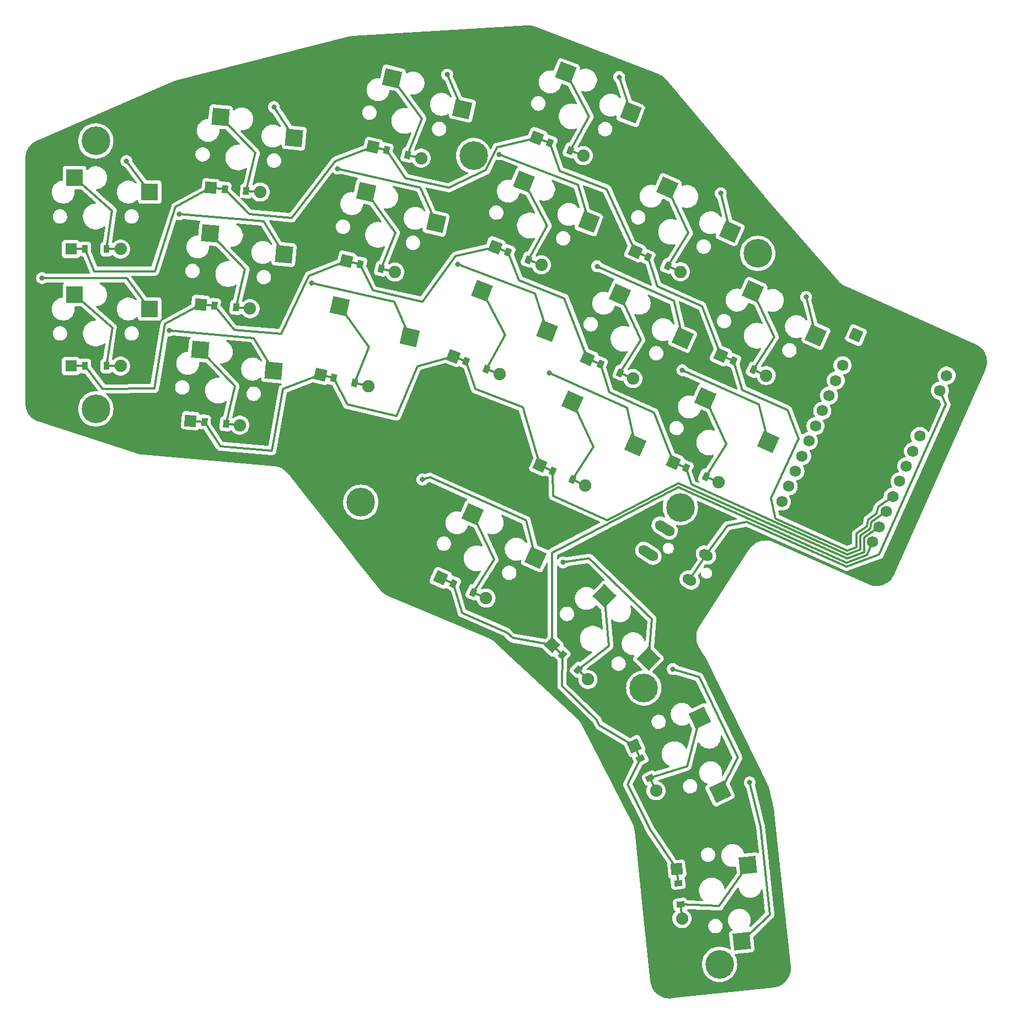
<source format=gbr>
%TF.GenerationSoftware,KiCad,Pcbnew,8.0.4*%
%TF.CreationDate,2024-09-03T17:33:54-06:00*%
%TF.ProjectId,swallowtail_split_rev2,7377616c-6c6f-4777-9461-696c5f73706c,v1.0.0*%
%TF.SameCoordinates,Original*%
%TF.FileFunction,Copper,L2,Bot*%
%TF.FilePolarity,Positive*%
%FSLAX46Y46*%
G04 Gerber Fmt 4.6, Leading zero omitted, Abs format (unit mm)*
G04 Created by KiCad (PCBNEW 8.0.4) date 2024-09-03 17:33:54*
%MOMM*%
%LPD*%
G01*
G04 APERTURE LIST*
G04 Aperture macros list*
%AMHorizOval*
0 Thick line with rounded ends*
0 $1 width*
0 $2 $3 position (X,Y) of the first rounded end (center of the circle)*
0 $4 $5 position (X,Y) of the second rounded end (center of the circle)*
0 Add line between two ends*
20,1,$1,$2,$3,$4,$5,0*
0 Add two circle primitives to create the rounded ends*
1,1,$1,$2,$3*
1,1,$1,$4,$5*%
%AMRotRect*
0 Rectangle, with rotation*
0 The origin of the aperture is its center*
0 $1 length*
0 $2 width*
0 $3 Rotation angle, in degrees counterclockwise*
0 Add horizontal line*
21,1,$1,$2,0,0,$3*%
G04 Aperture macros list end*
%TA.AperFunction,ComponentPad*%
%ADD10C,4.400000*%
%TD*%
%TA.AperFunction,SMDPad,CuDef*%
%ADD11R,2.600000X2.600000*%
%TD*%
%TA.AperFunction,SMDPad,CuDef*%
%ADD12RotRect,2.600000X2.600000X355.000000*%
%TD*%
%TA.AperFunction,SMDPad,CuDef*%
%ADD13RotRect,2.600000X2.600000X347.000000*%
%TD*%
%TA.AperFunction,SMDPad,CuDef*%
%ADD14RotRect,2.600000X2.600000X339.000000*%
%TD*%
%TA.AperFunction,SMDPad,CuDef*%
%ADD15RotRect,2.600000X2.600000X336.000000*%
%TD*%
%TA.AperFunction,SMDPad,CuDef*%
%ADD16RotRect,2.600000X2.600000X316.000000*%
%TD*%
%TA.AperFunction,SMDPad,CuDef*%
%ADD17RotRect,2.600000X2.600000X296.000000*%
%TD*%
%TA.AperFunction,SMDPad,CuDef*%
%ADD18RotRect,2.600000X2.600000X276.000000*%
%TD*%
%TA.AperFunction,SMDPad,CuDef*%
%ADD19R,0.900000X1.200000*%
%TD*%
%TA.AperFunction,ComponentPad*%
%ADD20R,1.778000X1.778000*%
%TD*%
%TA.AperFunction,ComponentPad*%
%ADD21C,1.905000*%
%TD*%
%TA.AperFunction,SMDPad,CuDef*%
%ADD22RotRect,0.900000X1.200000X355.000000*%
%TD*%
%TA.AperFunction,ComponentPad*%
%ADD23RotRect,1.778000X1.778000X355.000000*%
%TD*%
%TA.AperFunction,SMDPad,CuDef*%
%ADD24RotRect,0.900000X1.200000X347.000000*%
%TD*%
%TA.AperFunction,ComponentPad*%
%ADD25RotRect,1.778000X1.778000X347.000000*%
%TD*%
%TA.AperFunction,SMDPad,CuDef*%
%ADD26RotRect,0.900000X1.200000X339.000000*%
%TD*%
%TA.AperFunction,ComponentPad*%
%ADD27RotRect,1.778000X1.778000X339.000000*%
%TD*%
%TA.AperFunction,SMDPad,CuDef*%
%ADD28RotRect,0.900000X1.200000X336.000000*%
%TD*%
%TA.AperFunction,ComponentPad*%
%ADD29RotRect,1.778000X1.778000X336.000000*%
%TD*%
%TA.AperFunction,SMDPad,CuDef*%
%ADD30RotRect,0.900000X1.200000X316.000000*%
%TD*%
%TA.AperFunction,ComponentPad*%
%ADD31RotRect,1.778000X1.778000X316.000000*%
%TD*%
%TA.AperFunction,SMDPad,CuDef*%
%ADD32RotRect,0.900000X1.200000X296.000000*%
%TD*%
%TA.AperFunction,ComponentPad*%
%ADD33RotRect,1.778000X1.778000X296.000000*%
%TD*%
%TA.AperFunction,SMDPad,CuDef*%
%ADD34RotRect,0.900000X1.200000X276.000000*%
%TD*%
%TA.AperFunction,ComponentPad*%
%ADD35RotRect,1.778000X1.778000X276.000000*%
%TD*%
%TA.AperFunction,ComponentPad*%
%ADD36RotRect,1.752600X1.752600X246.000000*%
%TD*%
%TA.AperFunction,ComponentPad*%
%ADD37C,1.752600*%
%TD*%
%TA.AperFunction,ComponentPad*%
%ADD38HorizOval,1.600000X-0.251601X0.163392X0.251601X-0.163392X0*%
%TD*%
%TA.AperFunction,ViaPad*%
%ADD39C,0.800000*%
%TD*%
%TA.AperFunction,Conductor*%
%ADD40C,0.356000*%
%TD*%
G04 APERTURE END LIST*
D10*
%TO.P,_5,1*%
%TO.N,N/C*%
X201617989Y-69767853D03*
%TD*%
%TO.P,_6,1*%
%TO.N,N/C*%
X189737287Y-108745314D03*
%TD*%
%TO.P,_8,1*%
%TO.N,N/C*%
X195757060Y-178857151D03*
%TD*%
%TO.P,_7,1*%
%TO.N,N/C*%
X184138065Y-136465759D03*
%TD*%
%TO.P,_1,1*%
%TO.N,N/C*%
X100000000Y-93640000D03*
%TD*%
%TO.P,_3,1*%
%TO.N,N/C*%
X140691219Y-107955571D03*
%TD*%
%TO.P,_4,1*%
%TO.N,N/C*%
X157998686Y-54775837D03*
%TD*%
%TO.P,_2,1*%
%TO.N,N/C*%
X100000000Y-52510000D03*
%TD*%
D11*
%TO.P,S1,1*%
%TO.N,outer_home*%
X96725000Y-76100000D03*
%TO.P,S1,2*%
%TO.N,P19*%
X108275000Y-78300000D03*
%TD*%
%TO.P,S2,1*%
%TO.N,outer_top*%
X96725000Y-58150000D03*
%TO.P,S2,2*%
%TO.N,P19*%
X108275000Y-60350000D03*
%TD*%
D12*
%TO.P,S3,1*%
%TO.N,pinky_bottom*%
X116017506Y-84598622D03*
%TO.P,S3,2*%
%TO.N,P18*%
X127331812Y-87796900D03*
%TD*%
%TO.P,S4,1*%
%TO.N,pinky_home*%
X117581952Y-66716927D03*
%TO.P,S4,2*%
%TO.N,P18*%
X128896258Y-69915205D03*
%TD*%
%TO.P,S5,1*%
%TO.N,pinky_top*%
X119146397Y-48835232D03*
%TO.P,S5,2*%
%TO.N,P18*%
X130460703Y-52033510D03*
%TD*%
D13*
%TO.P,S6,1*%
%TO.N,ring_bottom*%
X137438069Y-77859334D03*
%TO.P,S6,2*%
%TO.N,P15*%
X148197151Y-82601133D03*
%TD*%
%TO.P,S7,1*%
%TO.N,ring_home*%
X141475940Y-60369392D03*
%TO.P,S7,2*%
%TO.N,P15*%
X152235022Y-65111191D03*
%TD*%
%TO.P,S8,1*%
%TO.N,ring_top*%
X145513812Y-42879449D03*
%TO.P,S8,2*%
%TO.N,P15*%
X156272894Y-47621248D03*
%TD*%
D14*
%TO.P,S9,1*%
%TO.N,middle_bottom*%
X159277662Y-75511430D03*
%TO.P,S9,2*%
%TO.N,P14*%
X169272107Y-81704457D03*
%TD*%
%TO.P,S10,1*%
%TO.N,middle_home*%
X165710367Y-58753661D03*
%TO.P,S10,2*%
%TO.N,P14*%
X175704812Y-64946688D03*
%TD*%
%TO.P,S11,1*%
%TO.N,middle_top*%
X172143071Y-41995893D03*
%TO.P,S11,2*%
%TO.N,P14*%
X182137516Y-48188920D03*
%TD*%
D15*
%TO.P,S12,1*%
%TO.N,index_bottom*%
X173139402Y-92488906D03*
%TO.P,S12,2*%
%TO.N,P16*%
X182796031Y-99196514D03*
%TD*%
%TO.P,S13,1*%
%TO.N,index_home*%
X180440324Y-76090765D03*
%TO.P,S13,2*%
%TO.N,P16*%
X190096953Y-82798373D03*
%TD*%
%TO.P,S14,1*%
%TO.N,index_top*%
X187741247Y-59692624D03*
%TO.P,S14,2*%
%TO.N,P16*%
X197397876Y-66400232D03*
%TD*%
%TO.P,S15,1*%
%TO.N,inner_home*%
X193598938Y-92020011D03*
%TO.P,S15,2*%
%TO.N,P10*%
X203255567Y-98727619D03*
%TD*%
%TO.P,S16,1*%
%TO.N,inner_top*%
X200899861Y-75621870D03*
%TO.P,S16,2*%
%TO.N,P10*%
X210556490Y-82329478D03*
%TD*%
%TO.P,S17,1*%
%TO.N,near_thumb*%
X157887732Y-109780423D03*
%TO.P,S17,2*%
%TO.N,P15*%
X167544361Y-116488031D03*
%TD*%
D16*
%TO.P,S18,1*%
%TO.N,home_thumb*%
X178074641Y-122338905D03*
%TO.P,S18,2*%
%TO.N,P14*%
X184854768Y-131944757D03*
%TD*%
D17*
%TO.P,S19,1*%
%TO.N,far_thumb*%
X192748877Y-141044347D03*
%TO.P,S19,2*%
%TO.N,P16*%
X195834717Y-152389835D03*
%TD*%
D18*
%TO.P,S20,1*%
%TO.N,farthest_thumb*%
X200140511Y-163640597D03*
%TO.P,S20,2*%
%TO.N,P10*%
X199159866Y-175357288D03*
%TD*%
D19*
%TO.P,D1,2*%
%TO.N,outer_home*%
X101650000Y-87050000D03*
%TO.P,D1,1*%
%TO.N,P7*%
X98350000Y-87050000D03*
D20*
X96190000Y-87050000D03*
D21*
%TO.P,D1,2*%
%TO.N,outer_home*%
X103810000Y-87050000D03*
%TD*%
D19*
%TO.P,D2,2*%
%TO.N,outer_top*%
X101650000Y-69100000D03*
%TO.P,D2,1*%
%TO.N,P6*%
X98350000Y-69100000D03*
D20*
X96190000Y-69100000D03*
D21*
%TO.P,D2,2*%
%TO.N,outer_top*%
X103810000Y-69100000D03*
%TD*%
D22*
%TO.P,D3,2*%
%TO.N,pinky_bottom*%
X119969410Y-95936196D03*
%TO.P,D3,1*%
%TO.N,P8*%
X116681968Y-95648582D03*
D23*
X114530187Y-95460326D03*
D21*
%TO.P,D3,2*%
%TO.N,pinky_bottom*%
X122121191Y-96124452D03*
%TD*%
D22*
%TO.P,D4,2*%
%TO.N,pinky_home*%
X121533855Y-78054502D03*
%TO.P,D4,1*%
%TO.N,P7*%
X118246413Y-77766888D03*
D23*
X116094632Y-77578632D03*
D21*
%TO.P,D4,2*%
%TO.N,pinky_home*%
X123685636Y-78242758D03*
%TD*%
D22*
%TO.P,D5,2*%
%TO.N,pinky_top*%
X123098301Y-60172807D03*
%TO.P,D5,1*%
%TO.N,P6*%
X119810859Y-59885193D03*
D23*
X117659078Y-59696937D03*
D21*
%TO.P,D5,2*%
%TO.N,pinky_top*%
X125250082Y-60361063D03*
%TD*%
D24*
%TO.P,D6,2*%
%TO.N,ring_bottom*%
X139773628Y-89636571D03*
%TO.P,D6,1*%
%TO.N,P8*%
X136558206Y-88894233D03*
D25*
X134453567Y-88408338D03*
D21*
%TO.P,D6,2*%
%TO.N,ring_bottom*%
X141878267Y-90122466D03*
%TD*%
D24*
%TO.P,D7,2*%
%TO.N,ring_home*%
X143811499Y-72146628D03*
%TO.P,D7,1*%
%TO.N,P7*%
X140596077Y-71404290D03*
D25*
X138491438Y-70918395D03*
D21*
%TO.P,D7,2*%
%TO.N,ring_home*%
X145916138Y-72632523D03*
%TD*%
D24*
%TO.P,D8,2*%
%TO.N,ring_top*%
X147849370Y-54656685D03*
%TO.P,D8,1*%
%TO.N,P6*%
X144633948Y-53914347D03*
D25*
X142529309Y-53428452D03*
D21*
%TO.P,D8,2*%
%TO.N,ring_top*%
X149954009Y-55142580D03*
%TD*%
D26*
%TO.P,D9,2*%
%TO.N,middle_bottom*%
X159951417Y-87499098D03*
%TO.P,D9,1*%
%TO.N,P8*%
X156870601Y-86316484D03*
D27*
X154854068Y-85542409D03*
D21*
%TO.P,D9,2*%
%TO.N,middle_bottom*%
X161967950Y-88273173D03*
%TD*%
D26*
%TO.P,D10,2*%
%TO.N,middle_home*%
X166384122Y-70741329D03*
%TO.P,D10,1*%
%TO.N,P7*%
X163303306Y-69558715D03*
D27*
X161286773Y-68784640D03*
D21*
%TO.P,D10,2*%
%TO.N,middle_home*%
X168400655Y-71515404D03*
%TD*%
D26*
%TO.P,D11,2*%
%TO.N,middle_top*%
X172816827Y-53983561D03*
%TO.P,D11,1*%
%TO.N,P6*%
X169736011Y-52800947D03*
D27*
X167719478Y-52026872D03*
D21*
%TO.P,D11,2*%
%TO.N,middle_top*%
X174833360Y-54757636D03*
%TD*%
D28*
%TO.P,D12,2*%
%TO.N,index_bottom*%
X173184846Y-104495406D03*
%TO.P,D12,1*%
%TO.N,P8*%
X170170146Y-103153176D03*
D29*
X168196888Y-102274624D03*
D21*
%TO.P,D12,2*%
%TO.N,index_bottom*%
X175158104Y-105373958D03*
%TD*%
D28*
%TO.P,D13,2*%
%TO.N,index_home*%
X180485769Y-88097265D03*
%TO.P,D13,1*%
%TO.N,P7*%
X177471069Y-86755035D03*
D29*
X175497811Y-85876483D03*
D21*
%TO.P,D13,2*%
%TO.N,index_home*%
X182459027Y-88975817D03*
%TD*%
D28*
%TO.P,D14,2*%
%TO.N,index_top*%
X187786692Y-71699124D03*
%TO.P,D14,1*%
%TO.N,P6*%
X184771992Y-70356894D03*
D29*
X182798734Y-69478342D03*
D21*
%TO.P,D14,2*%
%TO.N,index_top*%
X189759950Y-72577676D03*
%TD*%
D28*
%TO.P,D15,2*%
%TO.N,inner_home*%
X193644383Y-104026511D03*
%TO.P,D15,1*%
%TO.N,P7*%
X190629683Y-102684281D03*
D29*
X188656425Y-101805729D03*
D21*
%TO.P,D15,2*%
%TO.N,inner_home*%
X195617641Y-104905063D03*
%TD*%
D28*
%TO.P,D16,2*%
%TO.N,inner_top*%
X200945306Y-87628370D03*
%TO.P,D16,1*%
%TO.N,P6*%
X197930606Y-86286140D03*
D29*
X195957348Y-85407588D03*
D21*
%TO.P,D16,2*%
%TO.N,inner_top*%
X202918564Y-88506922D03*
%TD*%
D28*
%TO.P,D17,2*%
%TO.N,near_thumb*%
X157933177Y-121786923D03*
%TO.P,D17,1*%
%TO.N,P9*%
X154918477Y-120444693D03*
D29*
X152945219Y-119566141D03*
D21*
%TO.P,D17,2*%
%TO.N,near_thumb*%
X159906435Y-122665475D03*
%TD*%
D30*
%TO.P,D18,2*%
%TO.N,home_thumb*%
X174010881Y-133636868D03*
%TO.P,D18,1*%
%TO.N,P9*%
X171637059Y-131344496D03*
D31*
X170083285Y-129844034D03*
D21*
%TO.P,D18,2*%
%TO.N,home_thumb*%
X175564655Y-135137330D03*
%TD*%
D32*
%TO.P,D19,2*%
%TO.N,far_thumb*%
X185066060Y-150271072D03*
%TO.P,D19,1*%
%TO.N,P9*%
X183619436Y-147305052D03*
D33*
X182672554Y-145363657D03*
D21*
%TO.P,D19,2*%
%TO.N,far_thumb*%
X186012942Y-152212467D03*
%TD*%
D34*
%TO.P,D20,2*%
%TO.N,farthest_thumb*%
X189765298Y-169683204D03*
%TO.P,D20,1*%
%TO.N,P9*%
X189420354Y-166401282D03*
D35*
X189194573Y-164253115D03*
D21*
%TO.P,D20,2*%
%TO.N,farthest_thumb*%
X189991079Y-171831371D03*
%TD*%
D36*
%TO.P,MCU1,1*%
%TO.N,RAW*%
X216701889Y-82307103D03*
D37*
%TO.P,MCU1,2*%
%TO.N,GND*%
X215668777Y-84627508D03*
%TO.P,MCU1,3*%
%TO.N,RST*%
X214635666Y-86947914D03*
%TO.P,MCU1,4*%
%TO.N,VCC*%
X213602555Y-89268319D03*
%TO.P,MCU1,5*%
%TO.N,P21*%
X212569444Y-91588725D03*
%TO.P,MCU1,6*%
%TO.N,P20*%
X211536333Y-93909130D03*
%TO.P,MCU1,7*%
%TO.N,P19*%
X210503222Y-96229536D03*
%TO.P,MCU1,8*%
%TO.N,P18*%
X209470111Y-98549941D03*
%TO.P,MCU1,9*%
%TO.N,P15*%
X208437000Y-100870346D03*
%TO.P,MCU1,10*%
%TO.N,P14*%
X207403889Y-103190752D03*
%TO.P,MCU1,11*%
%TO.N,P16*%
X206370778Y-105511157D03*
%TO.P,MCU1,12*%
%TO.N,P10*%
X205337667Y-107831563D03*
%TO.P,MCU1,13*%
%TO.N,P1*%
X230624321Y-88505769D03*
%TO.P,MCU1,14*%
%TO.N,P0*%
X229591210Y-90826175D03*
%TO.P,MCU1,15*%
%TO.N,GND*%
X228558099Y-93146580D03*
%TO.P,MCU1,16*%
X227524988Y-95466986D03*
%TO.P,MCU1,17*%
%TO.N,P2*%
X226491877Y-97787391D03*
%TO.P,MCU1,18*%
%TO.N,P3*%
X225458766Y-100107796D03*
%TO.P,MCU1,19*%
%TO.N,P4*%
X224425655Y-102428202D03*
%TO.P,MCU1,20*%
%TO.N,P5*%
X223392544Y-104748607D03*
%TO.P,MCU1,21*%
%TO.N,P6*%
X222359433Y-107069013D03*
%TO.P,MCU1,22*%
%TO.N,P7*%
X221326322Y-109389418D03*
%TO.P,MCU1,23*%
%TO.N,P8*%
X220293211Y-111709824D03*
%TO.P,MCU1,24*%
%TO.N,P9*%
X219260099Y-114030229D03*
%TD*%
D38*
%TO.P,TRRS1,1*%
%TO.N,N/C*%
X184374179Y-115478332D03*
%TO.P,TRRS1,2*%
%TO.N,VCC*%
X187802056Y-112219550D03*
%TO.P,TRRS1,3*%
%TO.N,GND*%
X191156738Y-114398106D03*
%TO.P,TRRS1,4*%
%TO.N,P0*%
X193672750Y-116032023D03*
%TO.P,TRRS1,1*%
%TO.N,N/C*%
X186879518Y-111620447D03*
%TO.P,TRRS1,2*%
%TO.N,VCC*%
X185296716Y-116077435D03*
%TO.P,TRRS1,3*%
%TO.N,GND*%
X188651398Y-118255991D03*
%TO.P,TRRS1,4*%
%TO.N,P0*%
X191167410Y-119889908D03*
%TD*%
D39*
%TO.N,P14*%
X161950000Y-54550000D03*
X155550000Y-71400000D03*
%TO.N,P18*%
X127350000Y-47300000D03*
X112800000Y-63750000D03*
X111300000Y-81600000D03*
%TO.N,P15*%
X133100000Y-74300000D03*
X137150000Y-56750000D03*
%TO.N,P19*%
X104700000Y-55591176D03*
X91750000Y-73550000D03*
%TO.N,P15*%
X153950000Y-42350000D03*
%TO.N,P14*%
X180350000Y-42700000D03*
%TO.N,P16*%
X195950000Y-60550000D03*
%TO.N,P10*%
X209050000Y-76450000D03*
%TO.N,P16*%
X169650000Y-88150000D03*
X176950000Y-71750000D03*
%TO.N,P10*%
X190050000Y-87700000D03*
X200390051Y-150948724D03*
%TO.N,P16*%
X188579674Y-133550997D03*
%TO.N,P14*%
X171735286Y-117179735D03*
%TO.N,P15*%
X150130172Y-104469828D03*
%TD*%
D40*
%TO.N,P9*%
X170083285Y-129844034D02*
X164016709Y-128791624D01*
X163150000Y-127950000D02*
X156234203Y-124915797D01*
X156234203Y-124915797D02*
X154918477Y-120444693D01*
%TO.N,inner_home*%
X193644383Y-104026511D02*
X195617641Y-104905063D01*
%TO.N,ring_top*%
X145513812Y-42879449D02*
X150036251Y-49080433D01*
X150036251Y-49080433D02*
X147849370Y-54656685D01*
X147849370Y-54656685D02*
X149954009Y-55142580D01*
%TO.N,middle_top*%
X172143071Y-41995893D02*
X175752644Y-48779257D01*
X175752644Y-48779257D02*
X172816827Y-53983561D01*
X172816827Y-53983561D02*
X174833360Y-54757636D01*
%TO.N,P6*%
X167719478Y-52026872D02*
X161600000Y-53450000D01*
X159920501Y-56995358D02*
X154200000Y-59700000D01*
X154200000Y-59700000D02*
X147550000Y-58200000D01*
X147550000Y-58200000D02*
X144633948Y-53914347D01*
%TO.N,P14*%
X161950000Y-54550000D02*
X174000000Y-59250000D01*
X174000000Y-59250000D02*
X175704812Y-64946688D01*
X169272107Y-81704457D02*
X167400000Y-75950000D01*
X167400000Y-75950000D02*
X155550000Y-71400000D01*
%TO.N,middle_bottom*%
X159277662Y-75511430D02*
X162891804Y-82293204D01*
X162891804Y-82293204D02*
X159951417Y-87499098D01*
X161967950Y-88273173D02*
X159951417Y-87499098D01*
%TO.N,pinky_top*%
X119146397Y-48835232D02*
X124488308Y-54367977D01*
X124488308Y-54367977D02*
X123098301Y-60172807D01*
%TO.N,ring_bottom*%
X137438069Y-77859334D02*
X141957696Y-84104053D01*
X141957696Y-84104053D02*
X139773628Y-89636571D01*
X139773628Y-89636571D02*
X141878267Y-90122466D01*
%TO.N,ring_home*%
X141475940Y-60369392D02*
X145988699Y-66592842D01*
X145988699Y-66592842D02*
X143811499Y-72146628D01*
X143811499Y-72146628D02*
X145916138Y-72632523D01*
%TO.N,P18*%
X130460703Y-52033510D02*
X127350000Y-47300000D01*
%TO.N,P15*%
X156272894Y-47621248D02*
X153950000Y-42350000D01*
%TO.N,middle_home*%
X165710367Y-58753661D02*
X169316205Y-65522512D01*
X169316205Y-65522512D02*
X166384122Y-70741329D01*
X166384122Y-70741329D02*
X168400655Y-71515404D01*
%TO.N,inner_top*%
X200899861Y-75621870D02*
X204163591Y-82567841D01*
X204163591Y-82567841D02*
X200945306Y-87628370D01*
%TO.N,index_top*%
X187786692Y-71699124D02*
X189759950Y-72577676D01*
X187741247Y-59692624D02*
X190993507Y-66638743D01*
X190993507Y-66638743D02*
X187786692Y-71699124D01*
%TO.N,index_home*%
X180440324Y-76090765D02*
X183687591Y-83062408D01*
X183687591Y-83062408D02*
X180485769Y-88097265D01*
X180485769Y-88097265D02*
X182459027Y-88975817D01*
%TO.N,home_thumb*%
X178074641Y-122338905D02*
X178746753Y-130003246D01*
X178746753Y-130003246D02*
X174010881Y-133636868D01*
X174010881Y-133636868D02*
X175564655Y-135137330D01*
%TO.N,far_thumb*%
X192748877Y-141044347D02*
X190760223Y-148456874D01*
X190760223Y-148456874D02*
X185066060Y-150271072D01*
%TO.N,index_bottom*%
X173139402Y-92488906D02*
X176387543Y-99479553D01*
X176387543Y-99479553D02*
X173184846Y-104495406D01*
X173184846Y-104495406D02*
X175158104Y-105373958D01*
%TO.N,P0*%
X191167410Y-119889908D02*
X193672750Y-116032023D01*
%TO.N,inner_home*%
X193598938Y-92020011D02*
X196833768Y-99019055D01*
X196833768Y-99019055D02*
X193644383Y-104026511D01*
%TO.N,P14*%
X182137516Y-48188920D02*
X180350000Y-42700000D01*
%TO.N,inner_top*%
X200945306Y-87628370D02*
X202918564Y-88506922D01*
%TO.N,P18*%
X128896258Y-69915205D02*
X125800000Y-64850000D01*
X125800000Y-64850000D02*
X112800000Y-63750000D01*
X127331812Y-87796900D02*
X124250000Y-82750000D01*
X124250000Y-82750000D02*
X111300000Y-81600000D01*
%TO.N,P15*%
X148197151Y-82601133D02*
X145850000Y-77200000D01*
X145850000Y-77200000D02*
X133100000Y-74300000D01*
X152235022Y-65111191D02*
X149800000Y-59650000D01*
X149800000Y-59650000D02*
X137150000Y-56750000D01*
%TO.N,P19*%
X108275000Y-60350000D02*
X104700000Y-55591176D01*
X108275000Y-78300000D02*
X104750000Y-73550000D01*
X104750000Y-73550000D02*
X91750000Y-73550000D01*
%TO.N,P16*%
X197397876Y-66400232D02*
X195950000Y-60550000D01*
%TO.N,P10*%
X210556490Y-82329478D02*
X209050000Y-76450000D01*
%TO.N,P16*%
X182796031Y-99196514D02*
X181600000Y-93450000D01*
X181600000Y-93450000D02*
X169650000Y-88150000D01*
X190096953Y-82798373D02*
X188750000Y-77050000D01*
X188750000Y-77050000D02*
X176950000Y-71750000D01*
%TO.N,P10*%
X203255567Y-98727619D02*
X201800000Y-92900000D01*
X201800000Y-92900000D02*
X190050000Y-87700000D01*
%TO.N,P6*%
X197930606Y-86286140D02*
X199300000Y-90750000D01*
X199300000Y-90750000D02*
X206200000Y-93800000D01*
X206200000Y-93800000D02*
X207900000Y-98200000D01*
X207900000Y-98200000D02*
X203700000Y-107300000D01*
X216804436Y-112778783D02*
X218386883Y-111679955D01*
X204324744Y-110423469D02*
X215312192Y-115366745D01*
X216810186Y-114834283D02*
X216804436Y-112778783D01*
X218544376Y-110642557D02*
X219850000Y-109700000D01*
X220200000Y-108600000D02*
X222359433Y-107069013D01*
%TO.N,P7*%
X190629683Y-102684281D02*
X191450000Y-105250000D01*
X191450000Y-105250000D02*
X215316000Y-115988257D01*
X215316000Y-115988257D02*
X217384518Y-115217912D01*
X217384518Y-115217912D02*
X217371514Y-113067805D01*
X217371514Y-113067805D02*
X218915654Y-111991048D01*
X219057644Y-110967537D02*
X221326322Y-109389418D01*
%TO.N,P8*%
X170170146Y-103153176D02*
X170258886Y-106978766D01*
X170258886Y-106978766D02*
X178502933Y-110688587D01*
X178502933Y-110688587D02*
X189450000Y-105032868D01*
X189450000Y-105032868D02*
X215302390Y-116592025D01*
X215302390Y-116592025D02*
X217954455Y-115617018D01*
X217936706Y-113357012D02*
X220293211Y-111709824D01*
%TO.N,P9*%
X170083285Y-129844034D02*
X170083285Y-115700000D01*
X170083285Y-115700000D02*
X189467392Y-105653796D01*
X189467392Y-105653796D02*
X215292596Y-117199999D01*
X215292596Y-117199999D02*
X218400000Y-116050000D01*
X218400000Y-116050000D02*
X219260099Y-114030229D01*
%TO.N,P0*%
X193672750Y-116032023D02*
X196950000Y-111550000D01*
X199945227Y-110995886D02*
X215264567Y-117809519D01*
X215264567Y-117809519D02*
X220273971Y-115999999D01*
X220273971Y-115999999D02*
X230535193Y-92956286D01*
X230535193Y-92956286D02*
X229591210Y-90826175D01*
%TO.N,near_thumb*%
X157887732Y-109780423D02*
X161136104Y-116738229D01*
X161136104Y-116738229D02*
X157933177Y-121786923D01*
X157933177Y-121786923D02*
X159906435Y-122665475D01*
%TO.N,farthest_thumb*%
X200140511Y-163640597D02*
X195725911Y-169925384D01*
X195725911Y-169925384D02*
X189765298Y-169683204D01*
X189765298Y-169683204D02*
X189991079Y-171831371D01*
%TO.N,far_thumb*%
X185066060Y-150271072D02*
X186012942Y-152212467D01*
%TO.N,P10*%
X199159866Y-175357288D02*
X203486000Y-171239551D01*
X203486000Y-171239551D02*
X202050637Y-157679400D01*
X202050637Y-157679400D02*
X200390051Y-150948724D01*
%TO.N,P16*%
X188579674Y-133550997D02*
X192617761Y-134784194D01*
X192617761Y-134784194D02*
X198550531Y-147164987D01*
X198550531Y-147164987D02*
X195834717Y-152389835D01*
%TO.N,P14*%
X184854768Y-131944757D02*
X185395620Y-125884747D01*
X185395620Y-125884747D02*
X175695122Y-116544005D01*
X175695122Y-116544005D02*
X171735286Y-117179735D01*
%TO.N,P15*%
X150130172Y-104469828D02*
X151315380Y-104120622D01*
X151315380Y-104120622D02*
X166063396Y-110731761D01*
X166063396Y-110731761D02*
X167544361Y-116488031D01*
%TO.N,P8*%
X154854068Y-85542409D02*
X149352646Y-87089519D01*
X138600000Y-92950000D02*
X136558206Y-88894233D01*
X149352646Y-87089519D02*
X146150000Y-94750000D01*
X146150000Y-94750000D02*
X138600000Y-92950000D01*
%TO.N,P9*%
X154918477Y-120444693D02*
X152945219Y-119566141D01*
X171637059Y-131344496D02*
X170083285Y-129844034D01*
X182672554Y-145363657D02*
X177350000Y-142200000D01*
X176850000Y-141250000D02*
X171544615Y-136105385D01*
X171544615Y-136105385D02*
X171637059Y-131344496D01*
X183619436Y-147305052D02*
X182672554Y-145363657D01*
X189194573Y-164253115D02*
X185200000Y-158300000D01*
X181650000Y-151250000D02*
X183619436Y-147305052D01*
X185200000Y-158300000D02*
X181650000Y-151250000D01*
X189420354Y-166401282D02*
X189194573Y-164253115D01*
%TO.N,P8*%
X134453567Y-88408338D02*
X128700000Y-90600000D01*
X128700000Y-90600000D02*
X127050000Y-100050000D01*
X119122984Y-99372602D02*
X116681968Y-95648582D01*
X127050000Y-100050000D02*
X119122984Y-99372602D01*
X116681968Y-95648582D02*
X114530187Y-95460326D01*
X136558206Y-88894233D02*
X134453567Y-88408338D01*
X168196888Y-102274624D02*
X165550000Y-93350000D01*
X158300000Y-90600000D02*
X156870601Y-86316484D01*
X165550000Y-93350000D02*
X158300000Y-90600000D01*
X170170146Y-103153176D02*
X168196888Y-102274624D01*
X156870601Y-86316484D02*
X154854068Y-85542409D01*
%TO.N,pinky_bottom*%
X116017506Y-84598622D02*
X121351005Y-90126556D01*
X121351005Y-90126556D02*
X119969410Y-95936196D01*
X119969410Y-95936196D02*
X122121191Y-96124452D01*
%TO.N,pinky_top*%
X123098301Y-60172807D02*
X125250082Y-60361063D01*
%TO.N,pinky_home*%
X121533855Y-78054502D02*
X122927065Y-72223726D01*
X122927065Y-72223726D02*
X117581952Y-66716927D01*
X121533855Y-78054502D02*
X123685636Y-78242758D01*
%TO.N,outer_top*%
X101650000Y-69100000D02*
X102521180Y-63192478D01*
X102521180Y-63192478D02*
X96725000Y-58150000D01*
X103810000Y-69100000D02*
X101650000Y-69100000D01*
%TO.N,outer_home*%
X101650000Y-87050000D02*
X102529470Y-81143198D01*
X102529470Y-81143198D02*
X96725000Y-76100000D01*
X103810000Y-87050000D02*
X101650000Y-87050000D01*
%TO.N,P7*%
X116094632Y-77578632D02*
X110650000Y-80600000D01*
X110650000Y-80600000D02*
X109000000Y-90500000D01*
X109000000Y-90500000D02*
X101050000Y-90550000D01*
X101050000Y-90550000D02*
X98350000Y-87050000D01*
X98350000Y-87050000D02*
X96190000Y-87050000D01*
X118246413Y-77766888D02*
X116094632Y-77578632D01*
X138491438Y-70918395D02*
X132750000Y-73200000D01*
X132750000Y-73200000D02*
X128500000Y-82100000D01*
X128500000Y-82100000D02*
X121250000Y-81500000D01*
X121250000Y-81500000D02*
X118246413Y-77766888D01*
X140596077Y-71404290D02*
X138491438Y-70918395D01*
X161286773Y-68784640D02*
X155250000Y-70200000D01*
X155250000Y-70200000D02*
X150150000Y-77150000D01*
X150150000Y-77150000D02*
X142550000Y-75450000D01*
X142550000Y-75450000D02*
X140596077Y-71404290D01*
X163303306Y-69558715D02*
X161286773Y-68784640D01*
X177471069Y-86755035D02*
X175497811Y-85876483D01*
X175497811Y-85876483D02*
X171950000Y-76650000D01*
X171950000Y-76650000D02*
X164950000Y-73900000D01*
X164950000Y-73900000D02*
X163303306Y-69558715D01*
X188656425Y-101805729D02*
X185750000Y-94250000D01*
X185750000Y-94250000D02*
X178850000Y-91100000D01*
X178850000Y-91100000D02*
X177471069Y-86755035D01*
X190629683Y-102684281D02*
X188656425Y-101805729D01*
%TO.N,P6*%
X117659078Y-59696937D02*
X112250000Y-62650000D01*
X112250000Y-62650000D02*
X109050000Y-72500000D01*
X109050000Y-72500000D02*
X99750000Y-72500000D01*
X99750000Y-72500000D02*
X98350000Y-69100000D01*
X98350000Y-69100000D02*
X96190000Y-69100000D01*
X119810859Y-59885193D02*
X117659078Y-59696937D01*
X142529309Y-53428452D02*
X136800000Y-55600000D01*
X136800000Y-55600000D02*
X130100000Y-64300000D01*
X130100000Y-64300000D02*
X123550000Y-63700000D01*
X123550000Y-63700000D02*
X119810859Y-59885193D01*
X144633948Y-53914347D02*
X142529309Y-53428452D01*
X169736011Y-52800947D02*
X167719478Y-52026872D01*
X182798734Y-69478342D02*
X178450000Y-59900000D01*
X178450000Y-59900000D02*
X171250000Y-57150000D01*
X171250000Y-57150000D02*
X169736011Y-52800947D01*
X195957348Y-85407588D02*
X193050000Y-77850000D01*
X193050000Y-77850000D02*
X186200000Y-74800000D01*
X186200000Y-74800000D02*
X184771992Y-70356894D01*
X184771992Y-70356894D02*
X182798734Y-69478342D01*
X197930606Y-86286140D02*
X195957348Y-85407588D01*
%TO.N,P7*%
X218915654Y-111991048D02*
X219057644Y-110967537D01*
%TO.N,P8*%
X217954455Y-115617018D02*
X217936706Y-113357012D01*
%TO.N,P0*%
X196950000Y-111550000D02*
X199945227Y-110995886D01*
%TO.N,P9*%
X177350000Y-142200000D02*
X176850000Y-141250000D01*
%TO.N,P6*%
X219850000Y-109700000D02*
X220200000Y-108600000D01*
X215312192Y-115366745D02*
X216810186Y-114834283D01*
X203700000Y-107300000D02*
X204324744Y-110423469D01*
X218386883Y-111679955D02*
X218544376Y-110642557D01*
X161600000Y-53450000D02*
X159920501Y-56995358D01*
%TO.N,P9*%
X164016709Y-128791624D02*
X163150000Y-127950000D01*
%TD*%
%TA.AperFunction,Conductor*%
%TO.N,GND*%
G36*
X166407845Y-34753210D02*
G01*
X166646965Y-34769237D01*
X166657479Y-34770396D01*
X166894355Y-34806808D01*
X166904749Y-34808864D01*
X167137654Y-34865397D01*
X167147817Y-34868330D01*
X167377682Y-34945456D01*
X167382671Y-34947249D01*
X167402958Y-34955037D01*
X167402960Y-34955038D01*
X167402961Y-34955038D01*
X186396429Y-42245947D01*
X186396427Y-42245949D01*
X186396451Y-42245955D01*
X186398404Y-42246705D01*
X186404099Y-42249058D01*
X186665368Y-42364794D01*
X186676505Y-42370417D01*
X186922005Y-42510309D01*
X186932548Y-42517043D01*
X187162682Y-42680946D01*
X187172487Y-42688703D01*
X187384964Y-42874988D01*
X187393916Y-42883673D01*
X187489497Y-42986261D01*
X187588761Y-43092803D01*
X187592910Y-43097488D01*
X195161045Y-52090304D01*
X202623861Y-60957976D01*
X202627273Y-60962031D01*
X202632553Y-60968305D01*
X202632555Y-60968307D01*
X202632554Y-60968307D01*
X202643936Y-60981831D01*
X202644717Y-60982587D01*
X202646881Y-60985125D01*
X202649243Y-60987858D01*
X202649884Y-60988756D01*
X202660141Y-61000466D01*
X202660142Y-61000467D01*
X202666806Y-61008076D01*
X202682969Y-61026530D01*
X214066699Y-74023767D01*
X214096395Y-74057671D01*
X214096646Y-74057906D01*
X214166322Y-74137425D01*
X214348579Y-74312389D01*
X214358404Y-74321820D01*
X214565695Y-74488921D01*
X214565700Y-74488924D01*
X214565707Y-74488930D01*
X214786644Y-74637482D01*
X214786647Y-74637483D01*
X214786649Y-74637485D01*
X215019615Y-74766399D01*
X215107684Y-74805635D01*
X215107709Y-74805657D01*
X215141220Y-74820577D01*
X215141220Y-74820578D01*
X215163630Y-74830556D01*
X215163630Y-74830555D01*
X215189013Y-74841857D01*
X215189032Y-74841863D01*
X235085079Y-83700155D01*
X235090628Y-83702625D01*
X235096844Y-83705605D01*
X235379243Y-83850824D01*
X235391223Y-83857861D01*
X235652656Y-84031835D01*
X235663779Y-84040172D01*
X235763705Y-84124231D01*
X235904094Y-84242328D01*
X235914217Y-84251862D01*
X235980437Y-84321642D01*
X236120111Y-84468826D01*
X236130389Y-84479656D01*
X236139377Y-84490260D01*
X236307860Y-84713262D01*
X236328682Y-84740821D01*
X236336428Y-84752368D01*
X236490092Y-85011754D01*
X236496483Y-85022541D01*
X236502889Y-85034883D01*
X236631694Y-85321292D01*
X236636677Y-85334274D01*
X236732599Y-85633287D01*
X236736098Y-85646745D01*
X236797941Y-85954637D01*
X236799910Y-85968402D01*
X236826889Y-86281258D01*
X236827306Y-86295157D01*
X236819087Y-86609090D01*
X236817944Y-86622950D01*
X236774626Y-86933982D01*
X236771938Y-86947624D01*
X236694072Y-87251841D01*
X236689874Y-87265099D01*
X236577384Y-87561451D01*
X236574735Y-87567881D01*
X222548196Y-119072002D01*
X222548192Y-119072010D01*
X222544931Y-119079333D01*
X222541928Y-119085599D01*
X222396720Y-119367964D01*
X222389677Y-119379954D01*
X222215701Y-119641379D01*
X222207360Y-119652505D01*
X222005207Y-119892808D01*
X221995673Y-119902930D01*
X221767883Y-120119091D01*
X221757276Y-120128082D01*
X221506723Y-120317374D01*
X221495175Y-120325121D01*
X221225002Y-120485170D01*
X221212659Y-120491576D01*
X220926253Y-120620374D01*
X220913272Y-120625357D01*
X220614253Y-120721277D01*
X220600794Y-120724775D01*
X220292926Y-120786608D01*
X220279161Y-120788578D01*
X219966284Y-120815555D01*
X219952385Y-120815970D01*
X219638476Y-120807747D01*
X219624617Y-120806604D01*
X219313597Y-120763284D01*
X219299954Y-120760597D01*
X218995735Y-120682726D01*
X218982478Y-120678528D01*
X218684583Y-120565449D01*
X218678154Y-120562800D01*
X218648041Y-120549393D01*
X218648039Y-120549392D01*
X204101783Y-114072982D01*
X204101278Y-114072813D01*
X203973134Y-114015800D01*
X203973129Y-114015798D01*
X203973126Y-114015797D01*
X203739709Y-113941023D01*
X203653962Y-113913554D01*
X203653957Y-113913552D01*
X203653951Y-113913551D01*
X203456914Y-113873374D01*
X203325559Y-113846590D01*
X203325546Y-113846588D01*
X203020569Y-113818365D01*
X202991831Y-113815706D01*
X202991830Y-113815706D01*
X202656731Y-113821265D01*
X202656708Y-113821267D01*
X202324220Y-113863201D01*
X202324203Y-113863204D01*
X201998213Y-113941023D01*
X201682620Y-114053798D01*
X201682604Y-114053804D01*
X201381124Y-114200205D01*
X201097333Y-114378499D01*
X200834594Y-114586572D01*
X200596016Y-114821964D01*
X200384435Y-115081875D01*
X200384427Y-115081885D01*
X200307172Y-115201186D01*
X200307125Y-115201247D01*
X192716392Y-126930644D01*
X192716265Y-126930753D01*
X192602172Y-127107138D01*
X192602163Y-127107153D01*
X192481787Y-127343583D01*
X192457703Y-127390887D01*
X192444202Y-127425956D01*
X192343309Y-127688025D01*
X192343305Y-127688039D01*
X192260205Y-127995396D01*
X192260204Y-127995397D01*
X192209283Y-128309697D01*
X192209282Y-128309708D01*
X192191086Y-128627578D01*
X192191086Y-128627586D01*
X192205809Y-128945648D01*
X192205809Y-128945649D01*
X192253296Y-129260490D01*
X192333035Y-129568736D01*
X192333041Y-129568756D01*
X192444178Y-129867111D01*
X192585536Y-130152418D01*
X192590273Y-130159919D01*
X192656799Y-130265272D01*
X192656826Y-130265324D01*
X192662516Y-130274332D01*
X192662517Y-130274333D01*
X193202039Y-131128358D01*
X193681075Y-131886637D01*
X193681076Y-131886639D01*
X193682641Y-131889117D01*
X193690466Y-131901502D01*
X193690466Y-131901503D01*
X193697518Y-131912666D01*
X193702950Y-131921264D01*
X193704143Y-131923191D01*
X193742116Y-131985806D01*
X193748958Y-131997088D01*
X193757811Y-132011685D01*
X193760090Y-132015602D01*
X193809936Y-132105008D01*
X193812069Y-132109005D01*
X193859149Y-132201217D01*
X193860160Y-132203242D01*
X193865684Y-132214568D01*
X203160070Y-151270882D01*
X203175016Y-151301524D01*
X203175017Y-151301530D01*
X203175018Y-151301530D01*
X203184163Y-151320280D01*
X203184675Y-151321330D01*
X203186752Y-151325814D01*
X203220814Y-151403360D01*
X203277154Y-151531623D01*
X203277614Y-151532669D01*
X203281227Y-151541876D01*
X203317862Y-151647425D01*
X203354495Y-151752972D01*
X203357363Y-151762441D01*
X203414202Y-151981148D01*
X203415351Y-151985960D01*
X204152352Y-155371178D01*
X204152352Y-155371181D01*
X204157320Y-155394003D01*
X204157782Y-155396218D01*
X204177956Y-155497775D01*
X204178757Y-155502237D01*
X204195013Y-155603271D01*
X204195652Y-155607758D01*
X204208357Y-155710549D01*
X204208612Y-155712781D01*
X204209390Y-155720173D01*
X204209390Y-155720191D01*
X204209392Y-155720191D01*
X206678692Y-179214018D01*
X206679224Y-179220952D01*
X206694659Y-179538073D01*
X206694556Y-179551978D01*
X206674606Y-179865389D01*
X206672946Y-179879195D01*
X206618036Y-180188375D01*
X206614840Y-180201909D01*
X206525651Y-180503017D01*
X206520960Y-180516108D01*
X206398622Y-180805326D01*
X206392497Y-180817804D01*
X206238540Y-181091517D01*
X206231059Y-181103228D01*
X206047429Y-181357974D01*
X206038678Y-181368781D01*
X205827679Y-181601366D01*
X205817773Y-181611125D01*
X205582059Y-181818622D01*
X205571123Y-181827210D01*
X205313661Y-182007009D01*
X205301832Y-182014319D01*
X205025857Y-182164161D01*
X205013283Y-182170101D01*
X204722261Y-182288103D01*
X204709102Y-182292597D01*
X204406707Y-182377269D01*
X204393127Y-182380262D01*
X204080125Y-182431035D01*
X204073232Y-182431956D01*
X188387220Y-184080623D01*
X188387215Y-184080623D01*
X188366286Y-184082822D01*
X188359357Y-184083354D01*
X188042216Y-184098789D01*
X188028310Y-184098686D01*
X187714897Y-184078735D01*
X187701092Y-184077074D01*
X187391912Y-184022163D01*
X187378378Y-184018968D01*
X187077270Y-183929778D01*
X187064180Y-183925087D01*
X186774966Y-183802752D01*
X186762482Y-183796625D01*
X186693087Y-183757592D01*
X186488778Y-183642672D01*
X186477061Y-183635188D01*
X186222307Y-183451553D01*
X186211509Y-183442809D01*
X185978913Y-183231801D01*
X185969164Y-183221905D01*
X185761658Y-182986183D01*
X185753070Y-182975246D01*
X185573273Y-182717790D01*
X185565963Y-182705961D01*
X185493707Y-182572883D01*
X185416117Y-182429982D01*
X185410185Y-182417426D01*
X185292176Y-182126392D01*
X185287682Y-182113233D01*
X185257937Y-182007009D01*
X185203002Y-181810824D01*
X185200015Y-181797272D01*
X185149277Y-181484510D01*
X185148363Y-181477668D01*
X184134496Y-171831364D01*
X188525072Y-171831364D01*
X188525072Y-171831377D01*
X188545065Y-172072664D01*
X188604504Y-172307383D01*
X188701763Y-172529112D01*
X188834190Y-172731808D01*
X188834193Y-172731811D01*
X188998179Y-172909947D01*
X189189249Y-173058663D01*
X189402191Y-173173901D01*
X189521105Y-173214724D01*
X189631192Y-173252518D01*
X189631194Y-173252518D01*
X189631196Y-173252519D01*
X189870017Y-173292371D01*
X189870018Y-173292371D01*
X190112140Y-173292371D01*
X190112141Y-173292371D01*
X190350962Y-173252519D01*
X190579967Y-173173901D01*
X190792909Y-173058663D01*
X190983979Y-172909947D01*
X190990574Y-172902783D01*
X194038943Y-172902783D01*
X194038943Y-173076158D01*
X194066063Y-173247384D01*
X194119633Y-173412259D01*
X194119634Y-173412262D01*
X194179726Y-173530198D01*
X194198341Y-173566731D01*
X194300242Y-173706985D01*
X194422829Y-173829572D01*
X194563083Y-173931473D01*
X194638845Y-173970075D01*
X194717551Y-174010179D01*
X194717554Y-174010180D01*
X194799991Y-174036965D01*
X194882431Y-174063751D01*
X194961734Y-174076311D01*
X195053656Y-174090871D01*
X195053661Y-174090871D01*
X195227030Y-174090871D01*
X195310038Y-174077723D01*
X195398255Y-174063751D01*
X195563134Y-174010179D01*
X195717603Y-173931473D01*
X195857857Y-173829572D01*
X195980444Y-173706985D01*
X196082345Y-173566731D01*
X196161051Y-173412262D01*
X196214623Y-173247383D01*
X196228595Y-173159166D01*
X196241743Y-173076158D01*
X196241743Y-172902783D01*
X196225965Y-172803173D01*
X196214623Y-172731559D01*
X196161051Y-172566680D01*
X196161051Y-172566679D01*
X196097761Y-172442467D01*
X196082345Y-172412211D01*
X195980444Y-172271957D01*
X195857857Y-172149370D01*
X195717603Y-172047469D01*
X195563134Y-171968762D01*
X195563131Y-171968761D01*
X195398256Y-171915191D01*
X195227030Y-171888071D01*
X195227025Y-171888071D01*
X195053661Y-171888071D01*
X195053656Y-171888071D01*
X194882429Y-171915191D01*
X194717554Y-171968761D01*
X194717551Y-171968762D01*
X194563082Y-172047469D01*
X194483062Y-172105607D01*
X194422829Y-172149370D01*
X194422827Y-172149372D01*
X194422826Y-172149372D01*
X194300244Y-172271954D01*
X194300244Y-172271955D01*
X194300242Y-172271957D01*
X194256479Y-172332190D01*
X194198341Y-172412210D01*
X194119634Y-172566679D01*
X194119633Y-172566682D01*
X194066063Y-172731557D01*
X194038943Y-172902783D01*
X190990574Y-172902783D01*
X191147965Y-172731811D01*
X191280394Y-172529113D01*
X191377654Y-172307383D01*
X191437092Y-172072668D01*
X191457086Y-171831371D01*
X191457086Y-171831364D01*
X191442348Y-171653507D01*
X191437092Y-171590074D01*
X191377654Y-171355359D01*
X191280394Y-171133629D01*
X191275156Y-171125611D01*
X191147967Y-170930933D01*
X191128196Y-170909456D01*
X190983979Y-170752795D01*
X190881817Y-170673279D01*
X190837633Y-170638889D01*
X190796821Y-170582179D01*
X190793146Y-170512406D01*
X190827778Y-170451723D01*
X190889719Y-170419396D01*
X190918829Y-170417138D01*
X195625343Y-170608364D01*
X195636215Y-170609787D01*
X195636265Y-170609384D01*
X195642305Y-170610120D01*
X195642318Y-170610123D01*
X195702940Y-170611535D01*
X195705048Y-170611602D01*
X195765600Y-170614063D01*
X195765608Y-170614061D01*
X195771576Y-170613718D01*
X195777499Y-170613273D01*
X195777510Y-170613274D01*
X195837303Y-170602821D01*
X195839323Y-170602487D01*
X195899193Y-170593087D01*
X195899200Y-170593084D01*
X195905038Y-170591568D01*
X195910717Y-170589990D01*
X195910720Y-170589989D01*
X195967330Y-170568070D01*
X195969147Y-170567385D01*
X196026125Y-170546453D01*
X196026132Y-170546448D01*
X196031469Y-170543869D01*
X196036822Y-170541166D01*
X196036827Y-170541165D01*
X196088081Y-170508618D01*
X196089654Y-170507638D01*
X196141521Y-170475950D01*
X196141525Y-170475946D01*
X196141527Y-170475945D01*
X196146239Y-170472388D01*
X196150978Y-170468680D01*
X196150985Y-170468676D01*
X196194820Y-170426835D01*
X196196364Y-170425388D01*
X196202864Y-170419396D01*
X196240946Y-170384289D01*
X196240949Y-170384284D01*
X196244892Y-170379858D01*
X196248803Y-170375313D01*
X196248808Y-170375309D01*
X196268511Y-170347258D01*
X196283637Y-170325725D01*
X196284886Y-170323979D01*
X196320577Y-170274994D01*
X196320582Y-170274982D01*
X196323671Y-170269730D01*
X196324023Y-170269937D01*
X196329493Y-170260439D01*
X198530312Y-167127274D01*
X198584953Y-167083733D01*
X198654462Y-167076643D01*
X198716770Y-167108258D01*
X198752094Y-167168541D01*
X198754718Y-167182363D01*
X198762293Y-167239895D01*
X198811138Y-167422188D01*
X198821683Y-167461544D01*
X198909491Y-167673533D01*
X198909498Y-167673547D01*
X199024233Y-167872274D01*
X199163922Y-168054318D01*
X199163930Y-168054327D01*
X199326171Y-168216568D01*
X199326179Y-168216575D01*
X199508223Y-168356264D01*
X199508226Y-168356265D01*
X199508229Y-168356268D01*
X199706953Y-168471001D01*
X199706958Y-168471003D01*
X199706964Y-168471006D01*
X199798321Y-168508847D01*
X199918954Y-168558815D01*
X200140603Y-168618205D01*
X200368107Y-168648157D01*
X200368114Y-168648157D01*
X200597568Y-168648157D01*
X200597575Y-168648157D01*
X200825079Y-168618205D01*
X201046728Y-168558815D01*
X201258729Y-168471001D01*
X201457453Y-168356268D01*
X201639502Y-168216576D01*
X201639506Y-168216571D01*
X201639511Y-168216568D01*
X201801752Y-168054327D01*
X201801755Y-168054322D01*
X201801760Y-168054318D01*
X201941452Y-167872269D01*
X202056185Y-167673545D01*
X202143999Y-167461544D01*
X202151660Y-167432952D01*
X202188023Y-167373293D01*
X202250869Y-167342763D01*
X202320245Y-167351057D01*
X202374123Y-167395541D01*
X202394745Y-167451993D01*
X202761280Y-170914724D01*
X202748762Y-170983463D01*
X202723460Y-171017595D01*
X200550061Y-173086296D01*
X200487931Y-173118258D01*
X200418383Y-173111555D01*
X200363500Y-173068317D01*
X200340705Y-173002270D01*
X200357182Y-172934480D01*
X200390879Y-172876117D01*
X200478693Y-172664116D01*
X200538083Y-172442467D01*
X200568035Y-172214963D01*
X200568035Y-171985495D01*
X200538083Y-171757991D01*
X200478693Y-171536342D01*
X200403727Y-171355358D01*
X200390884Y-171324352D01*
X200390881Y-171324346D01*
X200390879Y-171324341D01*
X200276146Y-171125617D01*
X200276143Y-171125614D01*
X200276142Y-171125611D01*
X200136453Y-170943567D01*
X200136446Y-170943559D01*
X199974205Y-170781318D01*
X199974196Y-170781310D01*
X199792152Y-170641621D01*
X199740888Y-170612024D01*
X199618157Y-170541165D01*
X199593425Y-170526886D01*
X199593411Y-170526879D01*
X199381422Y-170439071D01*
X199159773Y-170379681D01*
X199121750Y-170374675D01*
X198932276Y-170349729D01*
X198932269Y-170349729D01*
X198702801Y-170349729D01*
X198702793Y-170349729D01*
X198486250Y-170378238D01*
X198475297Y-170379681D01*
X198458100Y-170384289D01*
X198253647Y-170439071D01*
X198041658Y-170526879D01*
X198041644Y-170526886D01*
X197842917Y-170641621D01*
X197660873Y-170781310D01*
X197498616Y-170943567D01*
X197358927Y-171125611D01*
X197244192Y-171324338D01*
X197244185Y-171324352D01*
X197156377Y-171536341D01*
X197137845Y-171605504D01*
X197115154Y-171690192D01*
X197096988Y-171757988D01*
X197096986Y-171757999D01*
X197067035Y-171985487D01*
X197067035Y-172214970D01*
X197091981Y-172404444D01*
X197096987Y-172442467D01*
X197130270Y-172566682D01*
X197156377Y-172664116D01*
X197244185Y-172876105D01*
X197244192Y-172876119D01*
X197358927Y-173074846D01*
X197498616Y-173256890D01*
X197498624Y-173256899D01*
X197660865Y-173419140D01*
X197660873Y-173419147D01*
X197660874Y-173419148D01*
X197695329Y-173445586D01*
X197732058Y-173473770D01*
X197773260Y-173530198D01*
X197777415Y-173599944D01*
X197743202Y-173660864D01*
X197681485Y-173693616D01*
X197669533Y-173695466D01*
X197629579Y-173699665D01*
X197570027Y-173712471D01*
X197439113Y-173777613D01*
X197331858Y-173876995D01*
X197256946Y-174002572D01*
X197220447Y-174144164D01*
X197220301Y-174205076D01*
X197460404Y-176489506D01*
X197447834Y-176558235D01*
X197400102Y-176609259D01*
X197332362Y-176626377D01*
X197272934Y-176608584D01*
X197018064Y-176454509D01*
X196719263Y-176320030D01*
X196719256Y-176320027D01*
X196719244Y-176320023D01*
X196406439Y-176222550D01*
X196406435Y-176222549D01*
X196406431Y-176222548D01*
X196084130Y-176163484D01*
X196084129Y-176163483D01*
X196084124Y-176163483D01*
X195757060Y-176143700D01*
X195429995Y-176163483D01*
X195429990Y-176163484D01*
X195107689Y-176222548D01*
X195107686Y-176222548D01*
X195107680Y-176222550D01*
X194794875Y-176320023D01*
X194794859Y-176320029D01*
X194794857Y-176320030D01*
X194664103Y-176378877D01*
X194496055Y-176454509D01*
X194215644Y-176624024D01*
X193957705Y-176826106D01*
X193726015Y-177057796D01*
X193523933Y-177315735D01*
X193354418Y-177596146D01*
X193219938Y-177894951D01*
X193219932Y-177894966D01*
X193122459Y-178207771D01*
X193063392Y-178530086D01*
X193043609Y-178857151D01*
X193063392Y-179184215D01*
X193063392Y-179184220D01*
X193063393Y-179184221D01*
X193122457Y-179506522D01*
X193122458Y-179506526D01*
X193122459Y-179506530D01*
X193219932Y-179819335D01*
X193219936Y-179819347D01*
X193219939Y-179819354D01*
X193303463Y-180004937D01*
X193354418Y-180118155D01*
X193523933Y-180398566D01*
X193726015Y-180656505D01*
X193957705Y-180888195D01*
X193957709Y-180888198D01*
X194215644Y-181090277D01*
X194496056Y-181259793D01*
X194794857Y-181394272D01*
X194794870Y-181394276D01*
X194794875Y-181394278D01*
X195003411Y-181459260D01*
X195107689Y-181491754D01*
X195429990Y-181550818D01*
X195757060Y-181570602D01*
X196084130Y-181550818D01*
X196406431Y-181491754D01*
X196719263Y-181394272D01*
X197018064Y-181259793D01*
X197298476Y-181090277D01*
X197556411Y-180888198D01*
X197788107Y-180656502D01*
X197990186Y-180398567D01*
X198159702Y-180118155D01*
X198294181Y-179819354D01*
X198391663Y-179506522D01*
X198450727Y-179184221D01*
X198470511Y-178857151D01*
X198450727Y-178530081D01*
X198391663Y-178207780D01*
X198294181Y-177894948D01*
X198159702Y-177596147D01*
X198081490Y-177466770D01*
X198063655Y-177399216D01*
X198085173Y-177332743D01*
X198139213Y-177288455D01*
X198174643Y-177279300D01*
X200690156Y-177014910D01*
X200749706Y-177002104D01*
X200880617Y-176936963D01*
X200987874Y-176837579D01*
X201062786Y-176712004D01*
X201099285Y-176570410D01*
X201099430Y-176509498D01*
X200909884Y-174706100D01*
X200922453Y-174637373D01*
X200947709Y-174603328D01*
X203939871Y-171755304D01*
X203945977Y-171749866D01*
X203977317Y-171723763D01*
X203986633Y-171712240D01*
X203997552Y-171700402D01*
X204008280Y-171690192D01*
X204031762Y-171656857D01*
X204036692Y-171650329D01*
X204062343Y-171618607D01*
X204069227Y-171605496D01*
X204077637Y-171591739D01*
X204086161Y-171579641D01*
X204102693Y-171542356D01*
X204106241Y-171535018D01*
X204125219Y-171498885D01*
X204129413Y-171484683D01*
X204134978Y-171469551D01*
X204140978Y-171456022D01*
X204149921Y-171416217D01*
X204151977Y-171408300D01*
X204163529Y-171369197D01*
X204164872Y-171354458D01*
X204167373Y-171338542D01*
X204170623Y-171324083D01*
X204171628Y-171283303D01*
X204172100Y-171275140D01*
X204175803Y-171234526D01*
X204174244Y-171219802D01*
X204173594Y-171203703D01*
X204173960Y-171188894D01*
X204166985Y-171148666D01*
X204165860Y-171140601D01*
X202735876Y-157631257D01*
X202735320Y-157623916D01*
X202733347Y-157580604D01*
X202730415Y-157568723D01*
X202727494Y-157552078D01*
X202726206Y-157539898D01*
X202713319Y-157498507D01*
X202711330Y-157491368D01*
X202677685Y-157354999D01*
X201211473Y-151412157D01*
X201214526Y-151342355D01*
X201224483Y-151320444D01*
X201224578Y-151320280D01*
X201283593Y-151138652D01*
X201303555Y-150948724D01*
X201283593Y-150758796D01*
X201224578Y-150577168D01*
X201129091Y-150411780D01*
X201001304Y-150269858D01*
X200846803Y-150157606D01*
X200672339Y-150079930D01*
X200672337Y-150079929D01*
X200485538Y-150040224D01*
X200294564Y-150040224D01*
X200107765Y-150079929D01*
X199933297Y-150157607D01*
X199778796Y-150269859D01*
X199651010Y-150411781D01*
X199555524Y-150577167D01*
X199555521Y-150577174D01*
X199496645Y-150758376D01*
X199496509Y-150758796D01*
X199476547Y-150948724D01*
X199496509Y-151138652D01*
X199496510Y-151138655D01*
X199555521Y-151320273D01*
X199555522Y-151320275D01*
X199555524Y-151320280D01*
X199651011Y-151485668D01*
X199692389Y-151531623D01*
X199778792Y-151627585D01*
X199778795Y-151627587D01*
X199778798Y-151627590D01*
X199829452Y-151664392D01*
X199872117Y-151719722D01*
X199876956Y-151735007D01*
X201370858Y-157790080D01*
X201373779Y-157806730D01*
X201783636Y-161678725D01*
X201771118Y-161747464D01*
X201723423Y-161798523D01*
X201655696Y-161815692D01*
X201596798Y-161798269D01*
X201557973Y-161775108D01*
X201495227Y-161737677D01*
X201424430Y-161719427D01*
X201353634Y-161701178D01*
X201292722Y-161701032D01*
X199618305Y-161877020D01*
X199549576Y-161864450D01*
X199498552Y-161816718D01*
X199485571Y-161785797D01*
X199433409Y-161591123D01*
X199345595Y-161379122D01*
X199230862Y-161180398D01*
X199230859Y-161180395D01*
X199230858Y-161180392D01*
X199091169Y-160998348D01*
X199091162Y-160998340D01*
X198928921Y-160836099D01*
X198928912Y-160836091D01*
X198746868Y-160696402D01*
X198548141Y-160581667D01*
X198548127Y-160581660D01*
X198336138Y-160493852D01*
X198114489Y-160434462D01*
X198076466Y-160429456D01*
X197886992Y-160404510D01*
X197886985Y-160404510D01*
X197657517Y-160404510D01*
X197657509Y-160404510D01*
X197440966Y-160433019D01*
X197430013Y-160434462D01*
X197336327Y-160459564D01*
X197208363Y-160493852D01*
X196996374Y-160581660D01*
X196996360Y-160581667D01*
X196797633Y-160696402D01*
X196615589Y-160836091D01*
X196453332Y-160998348D01*
X196313643Y-161180392D01*
X196198908Y-161379119D01*
X196198901Y-161379133D01*
X196111093Y-161591122D01*
X196111093Y-161591123D01*
X196051703Y-161812772D01*
X196050260Y-161823725D01*
X196021751Y-162040268D01*
X196021751Y-162269751D01*
X196046697Y-162459225D01*
X196051703Y-162497248D01*
X196051704Y-162497250D01*
X196111093Y-162718897D01*
X196198901Y-162930886D01*
X196198908Y-162930900D01*
X196229608Y-162984074D01*
X196310400Y-163124011D01*
X196313643Y-163129627D01*
X196453332Y-163311671D01*
X196453340Y-163311680D01*
X196615581Y-163473921D01*
X196615589Y-163473928D01*
X196797633Y-163613617D01*
X196797636Y-163613618D01*
X196797639Y-163613621D01*
X196996363Y-163728354D01*
X196996368Y-163728356D01*
X196996374Y-163728359D01*
X197087731Y-163766200D01*
X197208364Y-163816168D01*
X197430013Y-163875558D01*
X197657517Y-163905510D01*
X197657524Y-163905510D01*
X197886978Y-163905510D01*
X197886985Y-163905510D01*
X198114489Y-163875558D01*
X198200147Y-163852606D01*
X198269993Y-163854269D01*
X198327856Y-163893431D01*
X198355360Y-163957660D01*
X198355558Y-163959420D01*
X198444681Y-164807374D01*
X198432111Y-164876103D01*
X198422829Y-164891609D01*
X196734922Y-167294576D01*
X196680280Y-167338120D01*
X196610771Y-167345210D01*
X196548463Y-167313595D01*
X196513139Y-167253312D01*
X196510514Y-167239487D01*
X196496814Y-167135427D01*
X196464026Y-167013058D01*
X196430146Y-166886617D01*
X196331572Y-166648639D01*
X196331570Y-166648636D01*
X196331568Y-166648631D01*
X196202783Y-166425570D01*
X196202779Y-166425563D01*
X196045971Y-166221207D01*
X196045966Y-166221201D01*
X195863835Y-166039070D01*
X195863828Y-166039064D01*
X195659482Y-165882264D01*
X195659480Y-165882262D01*
X195659474Y-165882258D01*
X195659469Y-165882255D01*
X195659466Y-165882253D01*
X195436405Y-165753468D01*
X195436388Y-165753460D01*
X195198418Y-165654890D01*
X195040679Y-165612624D01*
X194949611Y-165588223D01*
X194917688Y-165584020D01*
X194694236Y-165554601D01*
X194694229Y-165554601D01*
X194436643Y-165554601D01*
X194436635Y-165554601D01*
X194181261Y-165588223D01*
X193932453Y-165654890D01*
X193694483Y-165753460D01*
X193694466Y-165753468D01*
X193471405Y-165882253D01*
X193471389Y-165882264D01*
X193267043Y-166039064D01*
X193267036Y-166039070D01*
X193084905Y-166221201D01*
X193084899Y-166221208D01*
X192928099Y-166425554D01*
X192928088Y-166425570D01*
X192799303Y-166648631D01*
X192799295Y-166648648D01*
X192700725Y-166886618D01*
X192634058Y-167135426D01*
X192600436Y-167390800D01*
X192600436Y-167648401D01*
X192634058Y-167903775D01*
X192700725Y-168152583D01*
X192799295Y-168390553D01*
X192799303Y-168390570D01*
X192928088Y-168613631D01*
X192928099Y-168613647D01*
X193084899Y-168817993D01*
X193084905Y-168818000D01*
X193186707Y-168919802D01*
X193220192Y-168981125D01*
X193215208Y-169050817D01*
X193173336Y-169106750D01*
X193107872Y-169131167D01*
X193093992Y-169131381D01*
X190889512Y-169041814D01*
X190823327Y-169019424D01*
X190783531Y-168973157D01*
X190737657Y-168880966D01*
X190638273Y-168773710D01*
X190638272Y-168773709D01*
X190512698Y-168698798D01*
X190371104Y-168662298D01*
X190310193Y-168662153D01*
X189020024Y-168797755D01*
X188960474Y-168810561D01*
X188829559Y-168875703D01*
X188722307Y-168975083D01*
X188722305Y-168975085D01*
X188722305Y-168975086D01*
X188702777Y-169007820D01*
X188647393Y-169100661D01*
X188610893Y-169242255D01*
X188610748Y-169303165D01*
X188714991Y-170294978D01*
X188721603Y-170325725D01*
X188727798Y-170354531D01*
X188792939Y-170485442D01*
X188869181Y-170567723D01*
X188892324Y-170592699D01*
X188924719Y-170612024D01*
X188972208Y-170663274D01*
X188984451Y-170732063D01*
X188957560Y-170796550D01*
X188952423Y-170802497D01*
X188834193Y-170930930D01*
X188701763Y-171133629D01*
X188604504Y-171355358D01*
X188545065Y-171590077D01*
X188525072Y-171831364D01*
X184134496Y-171831364D01*
X182717811Y-158352502D01*
X182717809Y-158352498D01*
X182716503Y-158340072D01*
X182716491Y-158340012D01*
X182704550Y-158226293D01*
X182649010Y-157947934D01*
X182568070Y-157675872D01*
X182548706Y-157627587D01*
X182462420Y-157412424D01*
X182397676Y-157286126D01*
X182397678Y-157286124D01*
X182397670Y-157286116D01*
X182386487Y-157264296D01*
X174563234Y-142000545D01*
X174563232Y-142000543D01*
X174557459Y-141989279D01*
X174557417Y-141989216D01*
X174508830Y-141894417D01*
X174365974Y-141667006D01*
X174203842Y-141452912D01*
X174203840Y-141452910D01*
X174203838Y-141452907D01*
X174023686Y-141253783D01*
X174023676Y-141253773D01*
X174023667Y-141253763D01*
X174002625Y-141234234D01*
X173947695Y-141183254D01*
X173947694Y-141183253D01*
X173936252Y-141172634D01*
X173936252Y-141172633D01*
X163722744Y-131693895D01*
X161362424Y-129503379D01*
X161362402Y-129503343D01*
X161225361Y-129376162D01*
X161225349Y-129376152D01*
X161013344Y-129211333D01*
X161013335Y-129211327D01*
X161013331Y-129211324D01*
X160787748Y-129065597D01*
X160550323Y-128940086D01*
X160550309Y-128940080D01*
X160426593Y-128887915D01*
X160426592Y-128887915D01*
X160404994Y-128878809D01*
X144819351Y-122306990D01*
X144819351Y-122306988D01*
X144819344Y-122306987D01*
X144809660Y-122302903D01*
X144803993Y-122300344D01*
X144547952Y-122176901D01*
X144537024Y-122170939D01*
X144297305Y-122024073D01*
X144287030Y-122017045D01*
X144063249Y-121846886D01*
X144053730Y-121838863D01*
X143848139Y-121647125D01*
X143839473Y-121638189D01*
X143838424Y-121636993D01*
X143652219Y-121424610D01*
X143648233Y-121419826D01*
X139848978Y-116620348D01*
X137952305Y-114224341D01*
X152333610Y-114224341D01*
X152333610Y-114397716D01*
X152360730Y-114568942D01*
X152414300Y-114733817D01*
X152414301Y-114733820D01*
X152493008Y-114888289D01*
X152594909Y-115028543D01*
X152717496Y-115151130D01*
X152857750Y-115253031D01*
X152892447Y-115270710D01*
X153012218Y-115331737D01*
X153012221Y-115331738D01*
X153094658Y-115358523D01*
X153177098Y-115385309D01*
X153256401Y-115397869D01*
X153348323Y-115412429D01*
X153348328Y-115412429D01*
X153521697Y-115412429D01*
X153604705Y-115399281D01*
X153692922Y-115385309D01*
X153857801Y-115331737D01*
X154012270Y-115253031D01*
X154152524Y-115151130D01*
X154275111Y-115028543D01*
X154377012Y-114888289D01*
X154455718Y-114733820D01*
X154509290Y-114568941D01*
X154523733Y-114477752D01*
X154536410Y-114397716D01*
X154536410Y-114224341D01*
X154513194Y-114077767D01*
X154509290Y-114053117D01*
X154455718Y-113888238D01*
X154455718Y-113888237D01*
X154377011Y-113733768D01*
X154275111Y-113593515D01*
X154152524Y-113470928D01*
X154012270Y-113369027D01*
X154011978Y-113368878D01*
X153857801Y-113290320D01*
X153857798Y-113290319D01*
X153692923Y-113236749D01*
X153521697Y-113209629D01*
X153521692Y-113209629D01*
X153348328Y-113209629D01*
X153348323Y-113209629D01*
X153177096Y-113236749D01*
X153012221Y-113290319D01*
X153012218Y-113290320D01*
X152857749Y-113369027D01*
X152807592Y-113405469D01*
X152717496Y-113470928D01*
X152717494Y-113470930D01*
X152717493Y-113470930D01*
X152594911Y-113593512D01*
X152594911Y-113593513D01*
X152594909Y-113593515D01*
X152551146Y-113653748D01*
X152493008Y-113733768D01*
X152414301Y-113888237D01*
X152414300Y-113888240D01*
X152360730Y-114053115D01*
X152333610Y-114224341D01*
X137952305Y-114224341D01*
X132989961Y-107955571D01*
X137977768Y-107955571D01*
X137997551Y-108282635D01*
X137997551Y-108282640D01*
X137997552Y-108282641D01*
X138056616Y-108604942D01*
X138056617Y-108604946D01*
X138056618Y-108604950D01*
X138154091Y-108917755D01*
X138154095Y-108917767D01*
X138154098Y-108917774D01*
X138271481Y-109178589D01*
X138288577Y-109216575D01*
X138458092Y-109496986D01*
X138660174Y-109754925D01*
X138891864Y-109986615D01*
X139121455Y-110166488D01*
X139149803Y-110188697D01*
X139430215Y-110358213D01*
X139729016Y-110492692D01*
X139729029Y-110492696D01*
X139729034Y-110492698D01*
X139914702Y-110550554D01*
X140041848Y-110590174D01*
X140364149Y-110649238D01*
X140691219Y-110669022D01*
X141018289Y-110649238D01*
X141340590Y-110590174D01*
X141645290Y-110495226D01*
X141653403Y-110492698D01*
X141653403Y-110492697D01*
X141653422Y-110492692D01*
X141952223Y-110358213D01*
X142232635Y-110188697D01*
X142490570Y-109986618D01*
X142722266Y-109754922D01*
X142924345Y-109496987D01*
X143093861Y-109216575D01*
X143228340Y-108917774D01*
X143325822Y-108604942D01*
X143384886Y-108282641D01*
X143404670Y-107955571D01*
X143384886Y-107628501D01*
X143325822Y-107306200D01*
X143288032Y-107184928D01*
X143228346Y-106993386D01*
X143228344Y-106993381D01*
X143228340Y-106993368D01*
X143093861Y-106694567D01*
X142924345Y-106414155D01*
X142846281Y-106314514D01*
X142722263Y-106156216D01*
X142490573Y-105924526D01*
X142232634Y-105722444D01*
X141952223Y-105552929D01*
X141859409Y-105511157D01*
X141653422Y-105418450D01*
X141653415Y-105418447D01*
X141653403Y-105418443D01*
X141340598Y-105320970D01*
X141340594Y-105320969D01*
X141340590Y-105320968D01*
X141018289Y-105261904D01*
X141018288Y-105261903D01*
X141018283Y-105261903D01*
X140691219Y-105242120D01*
X140364154Y-105261903D01*
X140364149Y-105261904D01*
X140041848Y-105320968D01*
X140041845Y-105320968D01*
X140041839Y-105320970D01*
X139729034Y-105418443D01*
X139729018Y-105418449D01*
X139729016Y-105418450D01*
X139650387Y-105453838D01*
X139430214Y-105552929D01*
X139149803Y-105722444D01*
X138891864Y-105924526D01*
X138660174Y-106156216D01*
X138458092Y-106414155D01*
X138288577Y-106694566D01*
X138243328Y-106795106D01*
X138161752Y-106976363D01*
X138154097Y-106993371D01*
X138154091Y-106993386D01*
X138056618Y-107306191D01*
X138056616Y-107306197D01*
X138056616Y-107306200D01*
X138012493Y-107546971D01*
X137997551Y-107628506D01*
X137977768Y-107955571D01*
X132989961Y-107955571D01*
X129564655Y-103628492D01*
X129564612Y-103628384D01*
X129523651Y-103576661D01*
X129434573Y-103464180D01*
X129434571Y-103464178D01*
X129434563Y-103464169D01*
X129216263Y-103239646D01*
X129216262Y-103239645D01*
X129216259Y-103239642D01*
X128976269Y-103038438D01*
X128906927Y-102991408D01*
X128717088Y-102862653D01*
X128717085Y-102862651D01*
X128717083Y-102862650D01*
X128441384Y-102714096D01*
X128441381Y-102714095D01*
X128441364Y-102714087D01*
X128152022Y-102594311D01*
X127935087Y-102529401D01*
X127851990Y-102504537D01*
X127851989Y-102504536D01*
X127851987Y-102504536D01*
X127544387Y-102445699D01*
X127415020Y-102434356D01*
X127414971Y-102434347D01*
X107299995Y-100674514D01*
X107295366Y-100674021D01*
X107084381Y-100647551D01*
X107075192Y-100646046D01*
X106869109Y-100604289D01*
X106860058Y-100602099D01*
X106655654Y-100544419D01*
X106651196Y-100543070D01*
X91203708Y-95550556D01*
X91197578Y-95548395D01*
X90920414Y-95442478D01*
X90908534Y-95437210D01*
X90646854Y-95304327D01*
X90635591Y-95297844D01*
X90389253Y-95138303D01*
X90378731Y-95130676D01*
X90150463Y-94946245D01*
X90140796Y-94937560D01*
X90053341Y-94850276D01*
X89992050Y-94789104D01*
X89933063Y-94730232D01*
X89924359Y-94720582D01*
X89739478Y-94492666D01*
X89731831Y-94482158D01*
X89571816Y-94236140D01*
X89565311Y-94224890D01*
X89431922Y-93963477D01*
X89426630Y-93951608D01*
X89321329Y-93677661D01*
X89317309Y-93665303D01*
X89305535Y-93621420D01*
X89270107Y-93489369D01*
X89241263Y-93381861D01*
X89238557Y-93369150D01*
X89192590Y-93079286D01*
X89191230Y-93066362D01*
X89188558Y-93015445D01*
X89175670Y-92769799D01*
X89175500Y-92763302D01*
X89175500Y-81963312D01*
X93398600Y-81963312D01*
X93398600Y-82136687D01*
X93425720Y-82307913D01*
X93479290Y-82472788D01*
X93479291Y-82472791D01*
X93554258Y-82619919D01*
X93557998Y-82627260D01*
X93659899Y-82767514D01*
X93782486Y-82890101D01*
X93922740Y-82992002D01*
X93982615Y-83022510D01*
X94077208Y-83070708D01*
X94077211Y-83070709D01*
X94126283Y-83086653D01*
X94242088Y-83124280D01*
X94320082Y-83136633D01*
X94413313Y-83151400D01*
X94413318Y-83151400D01*
X94586687Y-83151400D01*
X94669695Y-83138252D01*
X94757912Y-83124280D01*
X94922791Y-83070708D01*
X95077260Y-82992002D01*
X95217514Y-82890101D01*
X95340101Y-82767514D01*
X95442002Y-82627260D01*
X95520708Y-82472791D01*
X95521423Y-82470592D01*
X95535162Y-82428306D01*
X95574280Y-82307912D01*
X95592645Y-82191959D01*
X95601400Y-82136687D01*
X95601400Y-81963312D01*
X95576887Y-81808549D01*
X95574280Y-81792088D01*
X95541168Y-81690178D01*
X95520709Y-81627211D01*
X95520708Y-81627208D01*
X95480604Y-81548502D01*
X95442002Y-81472740D01*
X95340101Y-81332486D01*
X95217514Y-81209899D01*
X95077260Y-81107998D01*
X95066440Y-81102485D01*
X94922791Y-81029291D01*
X94922788Y-81029290D01*
X94757913Y-80975720D01*
X94586687Y-80948600D01*
X94586682Y-80948600D01*
X94413318Y-80948600D01*
X94413313Y-80948600D01*
X94242086Y-80975720D01*
X94077211Y-81029290D01*
X94077208Y-81029291D01*
X93922739Y-81107998D01*
X93875442Y-81142362D01*
X93782486Y-81209899D01*
X93782484Y-81209901D01*
X93782483Y-81209901D01*
X93659901Y-81332483D01*
X93659901Y-81332484D01*
X93659899Y-81332486D01*
X93616136Y-81392719D01*
X93557998Y-81472739D01*
X93479291Y-81627208D01*
X93479290Y-81627211D01*
X93425720Y-81792086D01*
X93398600Y-81963312D01*
X89175500Y-81963312D01*
X89175500Y-73550000D01*
X90836496Y-73550000D01*
X90856458Y-73739928D01*
X90856459Y-73739931D01*
X90915470Y-73921549D01*
X90915473Y-73921556D01*
X91010960Y-74086944D01*
X91138747Y-74228866D01*
X91293248Y-74341118D01*
X91467712Y-74418794D01*
X91654513Y-74458500D01*
X91845487Y-74458500D01*
X92032288Y-74418794D01*
X92206752Y-74341118D01*
X92318151Y-74260181D01*
X92383957Y-74236702D01*
X92391036Y-74236500D01*
X94963916Y-74236500D01*
X95030955Y-74256185D01*
X95076710Y-74308989D01*
X95086654Y-74378147D01*
X95063183Y-74434811D01*
X95061740Y-74436737D01*
X95061739Y-74436739D01*
X95027901Y-74481941D01*
X94974111Y-74553795D01*
X94923011Y-74690795D01*
X94923011Y-74690797D01*
X94916500Y-74751345D01*
X94916500Y-76436643D01*
X94896815Y-76503682D01*
X94844011Y-76549437D01*
X94808686Y-76559582D01*
X94726950Y-76570343D01*
X94657762Y-76579452D01*
X94626536Y-76587819D01*
X94436112Y-76638842D01*
X94224123Y-76726650D01*
X94224109Y-76726657D01*
X94025382Y-76841392D01*
X93843338Y-76981081D01*
X93681081Y-77143338D01*
X93541392Y-77325382D01*
X93426657Y-77524109D01*
X93426650Y-77524123D01*
X93338842Y-77736112D01*
X93316218Y-77820548D01*
X93284371Y-77939406D01*
X93279453Y-77957759D01*
X93279451Y-77957770D01*
X93249500Y-78185258D01*
X93249500Y-78414741D01*
X93273572Y-78597576D01*
X93279452Y-78642238D01*
X93313461Y-78769161D01*
X93338842Y-78863887D01*
X93426650Y-79075876D01*
X93426657Y-79075890D01*
X93451831Y-79119492D01*
X93540272Y-79272678D01*
X93541392Y-79274617D01*
X93681081Y-79456661D01*
X93681089Y-79456670D01*
X93843330Y-79618911D01*
X93843338Y-79618918D01*
X94025382Y-79758607D01*
X94025385Y-79758608D01*
X94025388Y-79758611D01*
X94224112Y-79873344D01*
X94224117Y-79873346D01*
X94224123Y-79873349D01*
X94315480Y-79911190D01*
X94436113Y-79961158D01*
X94657762Y-80020548D01*
X94885266Y-80050500D01*
X94885273Y-80050500D01*
X95114727Y-80050500D01*
X95114734Y-80050500D01*
X95342238Y-80020548D01*
X95563887Y-79961158D01*
X95775888Y-79873344D01*
X95974612Y-79758611D01*
X96156661Y-79618919D01*
X96156665Y-79618914D01*
X96156670Y-79618911D01*
X96318911Y-79456670D01*
X96318914Y-79456665D01*
X96318919Y-79456661D01*
X96458611Y-79274612D01*
X96573344Y-79075888D01*
X96661158Y-78863887D01*
X96720548Y-78642238D01*
X96750500Y-78414734D01*
X96750500Y-78185266D01*
X96732518Y-78048683D01*
X96743283Y-77979651D01*
X96789663Y-77927395D01*
X96855457Y-77908500D01*
X97713448Y-77908500D01*
X97780487Y-77928185D01*
X97794776Y-77938896D01*
X100014383Y-79867396D01*
X100052079Y-79926224D01*
X100051985Y-79996094D01*
X100014132Y-80054821D01*
X99950538Y-80083761D01*
X99933055Y-80085000D01*
X99871199Y-80085000D01*
X99615825Y-80118622D01*
X99367017Y-80185289D01*
X99129047Y-80283859D01*
X99129030Y-80283867D01*
X98905969Y-80412652D01*
X98905953Y-80412663D01*
X98701607Y-80569463D01*
X98701600Y-80569469D01*
X98519469Y-80751600D01*
X98519463Y-80751607D01*
X98362663Y-80955953D01*
X98362652Y-80955969D01*
X98233867Y-81179030D01*
X98233859Y-81179047D01*
X98135289Y-81417017D01*
X98068622Y-81665825D01*
X98035000Y-81921199D01*
X98035000Y-82178800D01*
X98062953Y-82391116D01*
X98068622Y-82434175D01*
X98080546Y-82478676D01*
X98135289Y-82682982D01*
X98233859Y-82920952D01*
X98233867Y-82920969D01*
X98362652Y-83144030D01*
X98362663Y-83144046D01*
X98519463Y-83348392D01*
X98519469Y-83348399D01*
X98701600Y-83530530D01*
X98701607Y-83530536D01*
X98772543Y-83584967D01*
X98905962Y-83687343D01*
X98905969Y-83687347D01*
X99129030Y-83816132D01*
X99129035Y-83816134D01*
X99129038Y-83816136D01*
X99129042Y-83816137D01*
X99129047Y-83816140D01*
X99205037Y-83847616D01*
X99367016Y-83914710D01*
X99615825Y-83981378D01*
X99871207Y-84015000D01*
X99871214Y-84015000D01*
X100128786Y-84015000D01*
X100128793Y-84015000D01*
X100384175Y-83981378D01*
X100632984Y-83914710D01*
X100870962Y-83816136D01*
X101094038Y-83687343D01*
X101260071Y-83559941D01*
X101325239Y-83534748D01*
X101393683Y-83548786D01*
X101443673Y-83597600D01*
X101459337Y-83665691D01*
X101458204Y-83676579D01*
X101132499Y-85864120D01*
X101103156Y-85927530D01*
X101053186Y-85962039D01*
X101012595Y-85977180D01*
X100953793Y-85999112D01*
X100836739Y-86086739D01*
X100749111Y-86203795D01*
X100698011Y-86340795D01*
X100698011Y-86340797D01*
X100691500Y-86401345D01*
X100691500Y-87698654D01*
X100698011Y-87759202D01*
X100698011Y-87759204D01*
X100746442Y-87889049D01*
X100749111Y-87896204D01*
X100836739Y-88013261D01*
X100953796Y-88100889D01*
X101090799Y-88151989D01*
X101118050Y-88154918D01*
X101151345Y-88158499D01*
X101151362Y-88158500D01*
X102148638Y-88158500D01*
X102148654Y-88158499D01*
X102175692Y-88155591D01*
X102209201Y-88151989D01*
X102346204Y-88100889D01*
X102463261Y-88013261D01*
X102484917Y-87984331D01*
X102540847Y-87942463D01*
X102610539Y-87937478D01*
X102671863Y-87970962D01*
X102675388Y-87974636D01*
X102817100Y-88128576D01*
X102880049Y-88177571D01*
X103007871Y-88277060D01*
X103008170Y-88277292D01*
X103221112Y-88392530D01*
X103293439Y-88417360D01*
X103450113Y-88471147D01*
X103450115Y-88471147D01*
X103450117Y-88471148D01*
X103688938Y-88511000D01*
X103688939Y-88511000D01*
X103931061Y-88511000D01*
X103931062Y-88511000D01*
X104169883Y-88471148D01*
X104398888Y-88392530D01*
X104611830Y-88277292D01*
X104802900Y-88128576D01*
X104966886Y-87950440D01*
X105099315Y-87747742D01*
X105196575Y-87526012D01*
X105256013Y-87291297D01*
X105266528Y-87164395D01*
X105276007Y-87050006D01*
X105276007Y-87049993D01*
X105259470Y-86850420D01*
X105256013Y-86808703D01*
X105196575Y-86573988D01*
X105099315Y-86352258D01*
X105093048Y-86342665D01*
X104966888Y-86149562D01*
X104916143Y-86094439D01*
X104802900Y-85971424D01*
X104710707Y-85899667D01*
X104611832Y-85822709D01*
X104611827Y-85822706D01*
X104398894Y-85707473D01*
X104398891Y-85707472D01*
X104398888Y-85707470D01*
X104398882Y-85707468D01*
X104398880Y-85707467D01*
X104169886Y-85628852D01*
X103990767Y-85598963D01*
X103931062Y-85589000D01*
X103688938Y-85589000D01*
X103641173Y-85596970D01*
X103450113Y-85628852D01*
X103221119Y-85707467D01*
X103221105Y-85707473D01*
X103008172Y-85822706D01*
X103008167Y-85822709D01*
X102817101Y-85971422D01*
X102717677Y-86079425D01*
X102657790Y-86115415D01*
X102587952Y-86113314D01*
X102530336Y-86073789D01*
X102503235Y-86009390D01*
X102503799Y-85977184D01*
X103101429Y-81963312D01*
X104398600Y-81963312D01*
X104398600Y-82136687D01*
X104425720Y-82307913D01*
X104479290Y-82472788D01*
X104479291Y-82472791D01*
X104554258Y-82619919D01*
X104557998Y-82627260D01*
X104659899Y-82767514D01*
X104782486Y-82890101D01*
X104922740Y-82992002D01*
X104982615Y-83022510D01*
X105077208Y-83070708D01*
X105077211Y-83070709D01*
X105126283Y-83086653D01*
X105242088Y-83124280D01*
X105320082Y-83136633D01*
X105413313Y-83151400D01*
X105413318Y-83151400D01*
X105586687Y-83151400D01*
X105669695Y-83138252D01*
X105757912Y-83124280D01*
X105922791Y-83070708D01*
X106077260Y-82992002D01*
X106217514Y-82890101D01*
X106340101Y-82767514D01*
X106442002Y-82627260D01*
X106520708Y-82472791D01*
X106521423Y-82470592D01*
X106535162Y-82428306D01*
X106574280Y-82307912D01*
X106592645Y-82191959D01*
X106601400Y-82136687D01*
X106601400Y-81963312D01*
X106576887Y-81808549D01*
X106574280Y-81792088D01*
X106541168Y-81690178D01*
X106520709Y-81627211D01*
X106520708Y-81627208D01*
X106480604Y-81548502D01*
X106442002Y-81472740D01*
X106340101Y-81332486D01*
X106217514Y-81209899D01*
X106077260Y-81107998D01*
X106066440Y-81102485D01*
X105922791Y-81029291D01*
X105922788Y-81029290D01*
X105757913Y-80975720D01*
X105586687Y-80948600D01*
X105586682Y-80948600D01*
X105413318Y-80948600D01*
X105413313Y-80948600D01*
X105242086Y-80975720D01*
X105077211Y-81029290D01*
X105077208Y-81029291D01*
X104922739Y-81107998D01*
X104875442Y-81142362D01*
X104782486Y-81209899D01*
X104782484Y-81209901D01*
X104782483Y-81209901D01*
X104659901Y-81332483D01*
X104659901Y-81332484D01*
X104659899Y-81332486D01*
X104616136Y-81392719D01*
X104557998Y-81472739D01*
X104479291Y-81627208D01*
X104479290Y-81627211D01*
X104425720Y-81792086D01*
X104398600Y-81963312D01*
X103101429Y-81963312D01*
X103198022Y-81314561D01*
X103200858Y-81302730D01*
X103200631Y-81302678D01*
X103201982Y-81296754D01*
X103201988Y-81296739D01*
X103209414Y-81238241D01*
X103209777Y-81235615D01*
X103213462Y-81210866D01*
X103218442Y-81177420D01*
X103218442Y-81177415D01*
X103218745Y-81171326D01*
X103218978Y-81171337D01*
X103219081Y-81168685D01*
X103218847Y-81168679D01*
X103219017Y-81162597D01*
X103219019Y-81162588D01*
X103214889Y-81103741D01*
X103214738Y-81101202D01*
X103211880Y-81042350D01*
X103211877Y-81042338D01*
X103210988Y-81036317D01*
X103211222Y-81036282D01*
X103210806Y-81033661D01*
X103210574Y-81033701D01*
X103209554Y-81027696D01*
X103209553Y-81027693D01*
X103209553Y-81027690D01*
X103194019Y-80970770D01*
X103193383Y-80968338D01*
X103179094Y-80911156D01*
X103179092Y-80911153D01*
X103177043Y-80905415D01*
X103177264Y-80905336D01*
X103176343Y-80902844D01*
X103176125Y-80902928D01*
X103173952Y-80897234D01*
X103161877Y-80873031D01*
X103147665Y-80844547D01*
X103146506Y-80842159D01*
X103145550Y-80840134D01*
X103121343Y-80788880D01*
X103121339Y-80788875D01*
X103118213Y-80783652D01*
X103118413Y-80783532D01*
X103117017Y-80781256D01*
X103116819Y-80781381D01*
X103113581Y-80776226D01*
X103077529Y-80729689D01*
X103075917Y-80727561D01*
X103062880Y-80709963D01*
X103040846Y-80680219D01*
X103040844Y-80680216D01*
X103036755Y-80675700D01*
X103036926Y-80675544D01*
X103035120Y-80673591D01*
X103034951Y-80673751D01*
X103030764Y-80669322D01*
X102986327Y-80630713D01*
X102984375Y-80628979D01*
X102940698Y-80589350D01*
X102940696Y-80589348D01*
X102935811Y-80585722D01*
X102935949Y-80585535D01*
X102926101Y-80578386D01*
X102922511Y-80575267D01*
X100036890Y-78068103D01*
X99999195Y-78009276D01*
X99999289Y-77939406D01*
X100037142Y-77880679D01*
X100100736Y-77851739D01*
X100110701Y-77851032D01*
X100110684Y-77850765D01*
X100114726Y-77850500D01*
X100114734Y-77850500D01*
X100342238Y-77820548D01*
X100563887Y-77761158D01*
X100775888Y-77673344D01*
X100974612Y-77558611D01*
X101156661Y-77418919D01*
X101156665Y-77418914D01*
X101156670Y-77418911D01*
X101318911Y-77256670D01*
X101318914Y-77256665D01*
X101318919Y-77256661D01*
X101458611Y-77074612D01*
X101573344Y-76875888D01*
X101661158Y-76663887D01*
X101720548Y-76442238D01*
X101750500Y-76214734D01*
X101750500Y-75985266D01*
X101720548Y-75757762D01*
X101661158Y-75536113D01*
X101593917Y-75373779D01*
X101573349Y-75324123D01*
X101573346Y-75324117D01*
X101573344Y-75324112D01*
X101458611Y-75125388D01*
X101458608Y-75125385D01*
X101458607Y-75125382D01*
X101318918Y-74943338D01*
X101318911Y-74943330D01*
X101156670Y-74781089D01*
X101156661Y-74781081D01*
X100974617Y-74641392D01*
X100775890Y-74526657D01*
X100775876Y-74526650D01*
X100651327Y-74475061D01*
X100596923Y-74431220D01*
X100574858Y-74364926D01*
X100592137Y-74297227D01*
X100643274Y-74249616D01*
X100698779Y-74236500D01*
X104342177Y-74236500D01*
X104409216Y-74256185D01*
X104441753Y-74286604D01*
X106289387Y-76776324D01*
X106313531Y-76841890D01*
X106298394Y-76910100D01*
X106248784Y-76959299D01*
X106180449Y-76973866D01*
X106115087Y-76949176D01*
X106114414Y-76948663D01*
X106040061Y-76891610D01*
X105974617Y-76841392D01*
X105963644Y-76835057D01*
X105822894Y-76753795D01*
X105775890Y-76726657D01*
X105775876Y-76726650D01*
X105563887Y-76638842D01*
X105504961Y-76623053D01*
X105342238Y-76579452D01*
X105290573Y-76572650D01*
X105114741Y-76549500D01*
X105114734Y-76549500D01*
X104885266Y-76549500D01*
X104885258Y-76549500D01*
X104668715Y-76578009D01*
X104657762Y-76579452D01*
X104626536Y-76587819D01*
X104436112Y-76638842D01*
X104224123Y-76726650D01*
X104224109Y-76726657D01*
X104025382Y-76841392D01*
X103843338Y-76981081D01*
X103681081Y-77143338D01*
X103541392Y-77325382D01*
X103426657Y-77524109D01*
X103426650Y-77524123D01*
X103338842Y-77736112D01*
X103316218Y-77820548D01*
X103284371Y-77939406D01*
X103279453Y-77957759D01*
X103279451Y-77957770D01*
X103249500Y-78185258D01*
X103249500Y-78414741D01*
X103273572Y-78597576D01*
X103279452Y-78642238D01*
X103313461Y-78769161D01*
X103338842Y-78863887D01*
X103426650Y-79075876D01*
X103426657Y-79075890D01*
X103451831Y-79119492D01*
X103540272Y-79272678D01*
X103541392Y-79274617D01*
X103681081Y-79456661D01*
X103681089Y-79456670D01*
X103843330Y-79618911D01*
X103843338Y-79618918D01*
X104025382Y-79758607D01*
X104025385Y-79758608D01*
X104025388Y-79758611D01*
X104224112Y-79873344D01*
X104224117Y-79873346D01*
X104224123Y-79873349D01*
X104315480Y-79911190D01*
X104436113Y-79961158D01*
X104657762Y-80020548D01*
X104885266Y-80050500D01*
X104885273Y-80050500D01*
X105114727Y-80050500D01*
X105114734Y-80050500D01*
X105342238Y-80020548D01*
X105563887Y-79961158D01*
X105775888Y-79873344D01*
X105974612Y-79758611D01*
X106156661Y-79618919D01*
X106156665Y-79618914D01*
X106156670Y-79618911D01*
X106254819Y-79520762D01*
X106316142Y-79487277D01*
X106385834Y-79492261D01*
X106441767Y-79534133D01*
X106466184Y-79599597D01*
X106466500Y-79608443D01*
X106466500Y-79648654D01*
X106473011Y-79709202D01*
X106473011Y-79709204D01*
X106509679Y-79807512D01*
X106524111Y-79846204D01*
X106611739Y-79963261D01*
X106728796Y-80050889D01*
X106865799Y-80101989D01*
X106893050Y-80104918D01*
X106926345Y-80108499D01*
X106926362Y-80108500D01*
X109623638Y-80108500D01*
X109623654Y-80108499D01*
X109650692Y-80105591D01*
X109684201Y-80101989D01*
X109821204Y-80050889D01*
X109938261Y-79963261D01*
X110025889Y-79846204D01*
X110076989Y-79709201D01*
X110081859Y-79663905D01*
X110083499Y-79648654D01*
X110083500Y-79648637D01*
X110083500Y-76951362D01*
X110083499Y-76951345D01*
X110078735Y-76907042D01*
X110076989Y-76890799D01*
X110072279Y-76878172D01*
X110052750Y-76825813D01*
X110025889Y-76753796D01*
X109938261Y-76636739D01*
X109821204Y-76549111D01*
X109684203Y-76498011D01*
X109623654Y-76491500D01*
X109623638Y-76491500D01*
X107850180Y-76491500D01*
X107783141Y-76471815D01*
X107750604Y-76441396D01*
X105481989Y-73384396D01*
X105457845Y-73318830D01*
X105472982Y-73250620D01*
X105522592Y-73201421D01*
X105581565Y-73186500D01*
X109002223Y-73186500D01*
X109016793Y-73187359D01*
X109036486Y-73189689D01*
X109072122Y-73186882D01*
X109081857Y-73186500D01*
X109117612Y-73186500D01*
X109117614Y-73186500D01*
X109137064Y-73182630D01*
X109151524Y-73180630D01*
X109171297Y-73179074D01*
X109205735Y-73169359D01*
X109215163Y-73167096D01*
X109250245Y-73160118D01*
X109268582Y-73152522D01*
X109282336Y-73147752D01*
X109301446Y-73142362D01*
X109333303Y-73126127D01*
X109342133Y-73122056D01*
X109375180Y-73108369D01*
X109391673Y-73097347D01*
X109404256Y-73089971D01*
X109421934Y-73080964D01*
X109450007Y-73058830D01*
X109457873Y-73053114D01*
X109487618Y-73033240D01*
X109501650Y-73019206D01*
X109512550Y-73009521D01*
X109528128Y-72997241D01*
X109551344Y-72970053D01*
X109557961Y-72962896D01*
X109565813Y-72955044D01*
X109583240Y-72937618D01*
X109594263Y-72921120D01*
X109603069Y-72909487D01*
X109615947Y-72894408D01*
X109633411Y-72863218D01*
X109638502Y-72854911D01*
X109646354Y-72843161D01*
X109658369Y-72825180D01*
X109665962Y-72806845D01*
X109672328Y-72793720D01*
X109682018Y-72776418D01*
X109693064Y-72742414D01*
X109696428Y-72733293D01*
X109710118Y-72700245D01*
X109713987Y-72680787D01*
X109717671Y-72666670D01*
X109728763Y-72632529D01*
X109816106Y-72363676D01*
X113745442Y-72363676D01*
X113745442Y-72537051D01*
X113772562Y-72708277D01*
X113826132Y-72873152D01*
X113826133Y-72873155D01*
X113895613Y-73009515D01*
X113904840Y-73027624D01*
X114006741Y-73167878D01*
X114129328Y-73290465D01*
X114269582Y-73392366D01*
X114335388Y-73425896D01*
X114424050Y-73471072D01*
X114424053Y-73471073D01*
X114445730Y-73478116D01*
X114588930Y-73524644D01*
X114668233Y-73537204D01*
X114760155Y-73551764D01*
X114760160Y-73551764D01*
X114933529Y-73551764D01*
X115016537Y-73538616D01*
X115104754Y-73524644D01*
X115269633Y-73471072D01*
X115424102Y-73392366D01*
X115564356Y-73290465D01*
X115686943Y-73167878D01*
X115788844Y-73027624D01*
X115867550Y-72873155D01*
X115921122Y-72708276D01*
X115935850Y-72615287D01*
X115948242Y-72537051D01*
X115948242Y-72363676D01*
X115929191Y-72243401D01*
X115921122Y-72192452D01*
X115891623Y-72101663D01*
X115867551Y-72027575D01*
X115867550Y-72027572D01*
X115820270Y-71934781D01*
X115788844Y-71873104D01*
X115686943Y-71732850D01*
X115564356Y-71610263D01*
X115424102Y-71508362D01*
X115269633Y-71429655D01*
X115269630Y-71429654D01*
X115104755Y-71376084D01*
X114933529Y-71348964D01*
X114933524Y-71348964D01*
X114760160Y-71348964D01*
X114760155Y-71348964D01*
X114588928Y-71376084D01*
X114424053Y-71429654D01*
X114424050Y-71429655D01*
X114269581Y-71508362D01*
X114206840Y-71553947D01*
X114129328Y-71610263D01*
X114129326Y-71610265D01*
X114129325Y-71610265D01*
X114006743Y-71732847D01*
X114006743Y-71732848D01*
X114006741Y-71732850D01*
X113989415Y-71756697D01*
X113904840Y-71873103D01*
X113826133Y-72027572D01*
X113826132Y-72027575D01*
X113772562Y-72192450D01*
X113745442Y-72363676D01*
X109816106Y-72363676D01*
X112313098Y-64677622D01*
X112352533Y-64619946D01*
X112416891Y-64592745D01*
X112481467Y-64602657D01*
X112517707Y-64618792D01*
X112517712Y-64618794D01*
X112704513Y-64658500D01*
X112895487Y-64658500D01*
X113082288Y-64618794D01*
X113256752Y-64541118D01*
X113297709Y-64511360D01*
X113363513Y-64487879D01*
X113381050Y-64488119D01*
X115988096Y-64708715D01*
X116053237Y-64733981D01*
X116094377Y-64790455D01*
X116098454Y-64860206D01*
X116070054Y-64914952D01*
X115972487Y-65024005D01*
X115909639Y-65156036D01*
X115897874Y-65215805D01*
X115751006Y-66894519D01*
X115725554Y-66959588D01*
X115668963Y-67000567D01*
X115627478Y-67007712D01*
X115557032Y-67007712D01*
X115340489Y-67036221D01*
X115329536Y-67037664D01*
X115267068Y-67054402D01*
X115107886Y-67097054D01*
X114895897Y-67184862D01*
X114895883Y-67184869D01*
X114697156Y-67299604D01*
X114515112Y-67439293D01*
X114352855Y-67601550D01*
X114213166Y-67783594D01*
X114098431Y-67982321D01*
X114098424Y-67982335D01*
X114010616Y-68194324D01*
X113976599Y-68321281D01*
X113952707Y-68410449D01*
X113951227Y-68415971D01*
X113951225Y-68415982D01*
X113921274Y-68643470D01*
X113921274Y-68872953D01*
X113942829Y-69036673D01*
X113951226Y-69100450D01*
X113988022Y-69237777D01*
X114010616Y-69322099D01*
X114098424Y-69534088D01*
X114098431Y-69534102D01*
X114213166Y-69732829D01*
X114352855Y-69914873D01*
X114352863Y-69914882D01*
X114515104Y-70077123D01*
X114515112Y-70077130D01*
X114515113Y-70077131D01*
X114542572Y-70098201D01*
X114697156Y-70216819D01*
X114697159Y-70216820D01*
X114697162Y-70216823D01*
X114895886Y-70331556D01*
X114895891Y-70331558D01*
X114895897Y-70331561D01*
X114945872Y-70352261D01*
X115107887Y-70419370D01*
X115329536Y-70478760D01*
X115557040Y-70508712D01*
X115557047Y-70508712D01*
X115786501Y-70508712D01*
X115786508Y-70508712D01*
X116014012Y-70478760D01*
X116235661Y-70419370D01*
X116447662Y-70331556D01*
X116646386Y-70216823D01*
X116828435Y-70077131D01*
X116828439Y-70077126D01*
X116828444Y-70077123D01*
X116990685Y-69914882D01*
X116990688Y-69914877D01*
X116990693Y-69914873D01*
X117130385Y-69732824D01*
X117245118Y-69534100D01*
X117332932Y-69322099D01*
X117392322Y-69100450D01*
X117422274Y-68872946D01*
X117422274Y-68653687D01*
X117441959Y-68586648D01*
X117494763Y-68540893D01*
X117557081Y-68530159D01*
X118416085Y-68605312D01*
X118481151Y-68630763D01*
X118494245Y-68642467D01*
X120013966Y-70208159D01*
X120544126Y-70754356D01*
X120576693Y-70816171D01*
X120570671Y-70885781D01*
X120527971Y-70941084D01*
X120462150Y-70964523D01*
X120455148Y-70964721D01*
X120197112Y-70964721D01*
X119941738Y-70998343D01*
X119692930Y-71065010D01*
X119454960Y-71163580D01*
X119454943Y-71163588D01*
X119231882Y-71292373D01*
X119231866Y-71292384D01*
X119027520Y-71449184D01*
X119027513Y-71449190D01*
X118845382Y-71631321D01*
X118845376Y-71631328D01*
X118688576Y-71835674D01*
X118688565Y-71835690D01*
X118559780Y-72058751D01*
X118559772Y-72058768D01*
X118461202Y-72296738D01*
X118394535Y-72545546D01*
X118360913Y-72800920D01*
X118360913Y-73058521D01*
X118379727Y-73201421D01*
X118394535Y-73313896D01*
X118403182Y-73346166D01*
X118461202Y-73562703D01*
X118559772Y-73800673D01*
X118559780Y-73800690D01*
X118688565Y-74023751D01*
X118688576Y-74023767D01*
X118845376Y-74228113D01*
X118845382Y-74228120D01*
X119027513Y-74410251D01*
X119027520Y-74410257D01*
X119062032Y-74436739D01*
X119231875Y-74567064D01*
X119231882Y-74567068D01*
X119454943Y-74695853D01*
X119454948Y-74695855D01*
X119454951Y-74695857D01*
X119454955Y-74695858D01*
X119454960Y-74695861D01*
X119532524Y-74727989D01*
X119692929Y-74794431D01*
X119941738Y-74861099D01*
X120197120Y-74894721D01*
X120197127Y-74894721D01*
X120454699Y-74894721D01*
X120454706Y-74894721D01*
X120710088Y-74861099D01*
X120958897Y-74794431D01*
X121196875Y-74695857D01*
X121419951Y-74567064D01*
X121437242Y-74553796D01*
X121438178Y-74553078D01*
X121503347Y-74527882D01*
X121571792Y-74541919D01*
X121621782Y-74590732D01*
X121637447Y-74658823D01*
X121634271Y-74680269D01*
X121121056Y-76828144D01*
X121086330Y-76888774D01*
X121033494Y-76918843D01*
X120931891Y-76946933D01*
X120931890Y-76946933D01*
X120807641Y-77024026D01*
X120807639Y-77024028D01*
X120710147Y-77132998D01*
X120710146Y-77132999D01*
X120710146Y-77133000D01*
X120706641Y-77140363D01*
X120647299Y-77265029D01*
X120635533Y-77324798D01*
X120522470Y-78617120D01*
X120522470Y-78617130D01*
X120522470Y-78617133D01*
X120523608Y-78674479D01*
X120523678Y-78678033D01*
X120523678Y-78678034D01*
X120562642Y-78818967D01*
X120562642Y-78818968D01*
X120636676Y-78938287D01*
X120639735Y-78943217D01*
X120748709Y-79040714D01*
X120880737Y-79103560D01*
X120940502Y-79115325D01*
X121933983Y-79202243D01*
X121994883Y-79201035D01*
X122135819Y-79162070D01*
X122260068Y-79084978D01*
X122285572Y-79056470D01*
X122344941Y-79019633D01*
X122414802Y-79020740D01*
X122472974Y-79059442D01*
X122481795Y-79071328D01*
X122528747Y-79143195D01*
X122528750Y-79143198D01*
X122692736Y-79321334D01*
X122775649Y-79385868D01*
X122824733Y-79424072D01*
X122883806Y-79470050D01*
X123096748Y-79585288D01*
X123141528Y-79600661D01*
X123325749Y-79663905D01*
X123325751Y-79663905D01*
X123325753Y-79663906D01*
X123564574Y-79703758D01*
X123564575Y-79703758D01*
X123806697Y-79703758D01*
X123806698Y-79703758D01*
X124045519Y-79663906D01*
X124274524Y-79585288D01*
X124487466Y-79470050D01*
X124678536Y-79321334D01*
X124842522Y-79143198D01*
X124974951Y-78940500D01*
X125072211Y-78718770D01*
X125131649Y-78484055D01*
X125141796Y-78361599D01*
X125151643Y-78242764D01*
X125151643Y-78242751D01*
X125134193Y-78032161D01*
X125131649Y-78001461D01*
X125072211Y-77766746D01*
X124974951Y-77545016D01*
X124970081Y-77537562D01*
X124842524Y-77342320D01*
X124822753Y-77320843D01*
X124678536Y-77164182D01*
X124592367Y-77097114D01*
X124487468Y-77015467D01*
X124487463Y-77015464D01*
X124274530Y-76900231D01*
X124274527Y-76900230D01*
X124274524Y-76900228D01*
X124274518Y-76900226D01*
X124274516Y-76900225D01*
X124045522Y-76821610D01*
X123866403Y-76791721D01*
X123806698Y-76781758D01*
X123564574Y-76781758D01*
X123516809Y-76789728D01*
X123325749Y-76821610D01*
X123096755Y-76900225D01*
X123096741Y-76900231D01*
X122883808Y-77015464D01*
X122883803Y-77015467D01*
X122692737Y-77164181D01*
X122692733Y-77164184D01*
X122690657Y-77166440D01*
X122689581Y-77167086D01*
X122688966Y-77167653D01*
X122688849Y-77167526D01*
X122630767Y-77202427D01*
X122560930Y-77200323D01*
X122503316Y-77160795D01*
X122476218Y-77096394D01*
X122478826Y-77053638D01*
X123370373Y-73322390D01*
X124703584Y-73322390D01*
X124703584Y-73495765D01*
X124730704Y-73666991D01*
X124784274Y-73831866D01*
X124784275Y-73831869D01*
X124852665Y-73966090D01*
X124862982Y-73986338D01*
X124964883Y-74126592D01*
X125087470Y-74249179D01*
X125227724Y-74351080D01*
X125263575Y-74369347D01*
X125382192Y-74429786D01*
X125382195Y-74429787D01*
X125455245Y-74453522D01*
X125547072Y-74483358D01*
X125626375Y-74495918D01*
X125718297Y-74510478D01*
X125718302Y-74510478D01*
X125891671Y-74510478D01*
X125974679Y-74497330D01*
X126062896Y-74483358D01*
X126227775Y-74429786D01*
X126382244Y-74351080D01*
X126522498Y-74249179D01*
X126645085Y-74126592D01*
X126746986Y-73986338D01*
X126825692Y-73831869D01*
X126879264Y-73666990D01*
X126897786Y-73550048D01*
X126906384Y-73495765D01*
X126906384Y-73322390D01*
X126889343Y-73214802D01*
X126879264Y-73151166D01*
X126833239Y-73009515D01*
X126825693Y-72986289D01*
X126825692Y-72986286D01*
X126785588Y-72907580D01*
X126746986Y-72831818D01*
X126645085Y-72691564D01*
X126522498Y-72568977D01*
X126382244Y-72467076D01*
X126351981Y-72451656D01*
X126227775Y-72388369D01*
X126227772Y-72388368D01*
X126062897Y-72334798D01*
X125891671Y-72307678D01*
X125891666Y-72307678D01*
X125718302Y-72307678D01*
X125718297Y-72307678D01*
X125547070Y-72334798D01*
X125382195Y-72388368D01*
X125382192Y-72388369D01*
X125227723Y-72467076D01*
X125170055Y-72508975D01*
X125087470Y-72568977D01*
X125087468Y-72568979D01*
X125087467Y-72568979D01*
X124964885Y-72691561D01*
X124964885Y-72691562D01*
X124964883Y-72691564D01*
X124931421Y-72737620D01*
X124862982Y-72831817D01*
X124784275Y-72986286D01*
X124784274Y-72986289D01*
X124730704Y-73151164D01*
X124703584Y-73322390D01*
X123370373Y-73322390D01*
X123578427Y-72451653D01*
X123582426Y-72439632D01*
X123582272Y-72439583D01*
X123584121Y-72433794D01*
X123584127Y-72433783D01*
X123596335Y-72376850D01*
X123596969Y-72374054D01*
X123597410Y-72372209D01*
X123610482Y-72317505D01*
X123610482Y-72317501D01*
X123610483Y-72317498D01*
X123611311Y-72311464D01*
X123611475Y-72311486D01*
X123611958Y-72307635D01*
X123611795Y-72307617D01*
X123612482Y-72301564D01*
X123613348Y-72243401D01*
X123613424Y-72240512D01*
X123615646Y-72182374D01*
X123615644Y-72182365D01*
X123615280Y-72176290D01*
X123615443Y-72176280D01*
X123615165Y-72172403D01*
X123615002Y-72172417D01*
X123614495Y-72166351D01*
X123614496Y-72166346D01*
X123604004Y-72109161D01*
X123603516Y-72106316D01*
X123602774Y-72101663D01*
X123594349Y-72048833D01*
X123594343Y-72048818D01*
X123592804Y-72042942D01*
X123592962Y-72042900D01*
X123591934Y-72039155D01*
X123591778Y-72039200D01*
X123590095Y-72033342D01*
X123590094Y-72033341D01*
X123590094Y-72033337D01*
X123568620Y-71979231D01*
X123567611Y-71976598D01*
X123547407Y-71922014D01*
X123547404Y-71922010D01*
X123544743Y-71916537D01*
X123544888Y-71916466D01*
X123543149Y-71912993D01*
X123543005Y-71913068D01*
X123540209Y-71907645D01*
X123508616Y-71858803D01*
X123507114Y-71856421D01*
X123476626Y-71806788D01*
X123476623Y-71806784D01*
X123472945Y-71801937D01*
X123473074Y-71801839D01*
X123470682Y-71798761D01*
X123470555Y-71798863D01*
X123466766Y-71794104D01*
X123466764Y-71794100D01*
X123426270Y-71752382D01*
X123424295Y-71750298D01*
X123384728Y-71707587D01*
X123380167Y-71703543D01*
X123380273Y-71703422D01*
X123370699Y-71695129D01*
X120719010Y-68963228D01*
X120686443Y-68901413D01*
X120692465Y-68831803D01*
X120735165Y-68776500D01*
X120800986Y-68753061D01*
X120807988Y-68752863D01*
X120959217Y-68752863D01*
X120959224Y-68752863D01*
X121186728Y-68722911D01*
X121408377Y-68663521D01*
X121620378Y-68575707D01*
X121819102Y-68460974D01*
X122001151Y-68321282D01*
X122001155Y-68321277D01*
X122001160Y-68321274D01*
X122163401Y-68159033D01*
X122163404Y-68159028D01*
X122163409Y-68159024D01*
X122303101Y-67976975D01*
X122417834Y-67778251D01*
X122505648Y-67566250D01*
X122565038Y-67344601D01*
X122594990Y-67117097D01*
X122594990Y-66887629D01*
X122565038Y-66660125D01*
X122505648Y-66438476D01*
X122445594Y-66293494D01*
X122417839Y-66226486D01*
X122417836Y-66226480D01*
X122417834Y-66226475D01*
X122303101Y-66027751D01*
X122303098Y-66027748D01*
X122303097Y-66027745D01*
X122179089Y-65866136D01*
X122163409Y-65845702D01*
X122163408Y-65845701D01*
X122163401Y-65845693D01*
X122001160Y-65683452D01*
X122001151Y-65683444D01*
X121819107Y-65543755D01*
X121807410Y-65537002D01*
X121679067Y-65462903D01*
X121620380Y-65429020D01*
X121620361Y-65429011D01*
X121618225Y-65428126D01*
X121617685Y-65427691D01*
X121616732Y-65427221D01*
X121616837Y-65427007D01*
X121563824Y-65384282D01*
X121541763Y-65317987D01*
X121559046Y-65250289D01*
X121610186Y-65202681D01*
X121676137Y-65190010D01*
X125333040Y-65499440D01*
X125398181Y-65524706D01*
X125428383Y-65558324D01*
X125952619Y-66415928D01*
X127071209Y-68245843D01*
X127089379Y-68313309D01*
X127068189Y-68379888D01*
X127014368Y-68424442D01*
X126945003Y-68432825D01*
X126882117Y-68402376D01*
X126877729Y-68398197D01*
X126790391Y-68310859D01*
X126790382Y-68310851D01*
X126608338Y-68171162D01*
X126593066Y-68162345D01*
X126409609Y-68056426D01*
X126409597Y-68056420D01*
X126197608Y-67968612D01*
X126183366Y-67964796D01*
X125975959Y-67909222D01*
X125937936Y-67904216D01*
X125748462Y-67879270D01*
X125748455Y-67879270D01*
X125518987Y-67879270D01*
X125518979Y-67879270D01*
X125302436Y-67907779D01*
X125291483Y-67909222D01*
X125271569Y-67914558D01*
X125069833Y-67968612D01*
X124857844Y-68056420D01*
X124857830Y-68056427D01*
X124659103Y-68171162D01*
X124477059Y-68310851D01*
X124314802Y-68473108D01*
X124175113Y-68655152D01*
X124060378Y-68853879D01*
X124060371Y-68853893D01*
X123972563Y-69065882D01*
X123913174Y-69287529D01*
X123913172Y-69287540D01*
X123883221Y-69515028D01*
X123883221Y-69744511D01*
X123893750Y-69824479D01*
X123913173Y-69972008D01*
X123966994Y-70172874D01*
X123972563Y-70193657D01*
X124060371Y-70405646D01*
X124060378Y-70405660D01*
X124078372Y-70436826D01*
X124150063Y-70561000D01*
X124175113Y-70604387D01*
X124314802Y-70786431D01*
X124314810Y-70786440D01*
X124477051Y-70948681D01*
X124477059Y-70948688D01*
X124477060Y-70948689D01*
X124508362Y-70972708D01*
X124659103Y-71088377D01*
X124659106Y-71088378D01*
X124659109Y-71088381D01*
X124857833Y-71203114D01*
X124857838Y-71203116D01*
X124857844Y-71203119D01*
X124935165Y-71235146D01*
X125069834Y-71290928D01*
X125291483Y-71350318D01*
X125518987Y-71380270D01*
X125518994Y-71380270D01*
X125748448Y-71380270D01*
X125748455Y-71380270D01*
X125975959Y-71350318D01*
X126197608Y-71290928D01*
X126409609Y-71203114D01*
X126608333Y-71088381D01*
X126781253Y-70955693D01*
X126846419Y-70930500D01*
X126914864Y-70944538D01*
X126964854Y-70993351D01*
X126980518Y-71061442D01*
X126980265Y-71064875D01*
X126977098Y-71101074D01*
X126977098Y-71101087D01*
X126977098Y-71101090D01*
X126977705Y-71131678D01*
X126978306Y-71161990D01*
X126978306Y-71161991D01*
X127017270Y-71302924D01*
X127017270Y-71302925D01*
X127064127Y-71378443D01*
X127094363Y-71427174D01*
X127203338Y-71524671D01*
X127335366Y-71587517D01*
X127356966Y-71591769D01*
X127395136Y-71599283D01*
X128394404Y-71686707D01*
X130082143Y-71834365D01*
X130143043Y-71833157D01*
X130283978Y-71794192D01*
X130408227Y-71717100D01*
X130505724Y-71608125D01*
X130568570Y-71476097D01*
X130580335Y-71416332D01*
X130581307Y-71405232D01*
X130815417Y-68729332D01*
X130815416Y-68729331D01*
X130815418Y-68729320D01*
X130814210Y-68668420D01*
X130775245Y-68527485D01*
X130775245Y-68527484D01*
X130720605Y-68439422D01*
X130698153Y-68403236D01*
X130589178Y-68305739D01*
X130457150Y-68242893D01*
X130457148Y-68242892D01*
X130397379Y-68231126D01*
X128636245Y-68077047D01*
X128571176Y-68051595D01*
X128541253Y-68018192D01*
X128493802Y-67940567D01*
X127050646Y-65579690D01*
X136868108Y-65579690D01*
X136868108Y-65753065D01*
X136895228Y-65924291D01*
X136948798Y-66089166D01*
X136948799Y-66089169D01*
X137027506Y-66243638D01*
X137129407Y-66383892D01*
X137251994Y-66506479D01*
X137392248Y-66608380D01*
X137454643Y-66640172D01*
X137546716Y-66687086D01*
X137546719Y-66687087D01*
X137605692Y-66706248D01*
X137711596Y-66740658D01*
X137790899Y-66753218D01*
X137882821Y-66767778D01*
X137882826Y-66767778D01*
X138056195Y-66767778D01*
X138139203Y-66754630D01*
X138227420Y-66740658D01*
X138392299Y-66687086D01*
X138546768Y-66608380D01*
X138687022Y-66506479D01*
X138809609Y-66383892D01*
X138911510Y-66243638D01*
X138990216Y-66089169D01*
X139043788Y-65924290D01*
X139059150Y-65827298D01*
X139070908Y-65753065D01*
X139070908Y-65579690D01*
X139052410Y-65462903D01*
X139043788Y-65408466D01*
X138999439Y-65271972D01*
X138990217Y-65243589D01*
X138990216Y-65243586D01*
X138940522Y-65146058D01*
X138911510Y-65089118D01*
X138809609Y-64948864D01*
X138687022Y-64826277D01*
X138546768Y-64724376D01*
X138546658Y-64724320D01*
X138392299Y-64645669D01*
X138392296Y-64645668D01*
X138227421Y-64592098D01*
X138056195Y-64564978D01*
X138056190Y-64564978D01*
X137882826Y-64564978D01*
X137882821Y-64564978D01*
X137711594Y-64592098D01*
X137546719Y-64645668D01*
X137546716Y-64645669D01*
X137392247Y-64724376D01*
X137321637Y-64775678D01*
X137251994Y-64826277D01*
X137251992Y-64826279D01*
X137251991Y-64826279D01*
X137129409Y-64948861D01*
X137129409Y-64948862D01*
X137129407Y-64948864D01*
X137099661Y-64989806D01*
X137027506Y-65089117D01*
X136948799Y-65243586D01*
X136948798Y-65243589D01*
X136895228Y-65408464D01*
X136868108Y-65579690D01*
X127050646Y-65579690D01*
X126616300Y-64869137D01*
X126598131Y-64801673D01*
X126619321Y-64735094D01*
X126673142Y-64690540D01*
X126733408Y-64680983D01*
X129967701Y-64977255D01*
X129980407Y-64979533D01*
X129980428Y-64979408D01*
X129986436Y-64980411D01*
X130031952Y-64983473D01*
X130044143Y-64984294D01*
X130047108Y-64984529D01*
X130104709Y-64989806D01*
X130104719Y-64989804D01*
X130110803Y-64989764D01*
X130110803Y-64989894D01*
X130115275Y-64989810D01*
X130115271Y-64989679D01*
X130121352Y-64989490D01*
X130121362Y-64989491D01*
X130178762Y-64982035D01*
X130181654Y-64981695D01*
X130239194Y-64975632D01*
X130239199Y-64975630D01*
X130245170Y-64974401D01*
X130245196Y-64974528D01*
X130249555Y-64973575D01*
X130249526Y-64973448D01*
X130255455Y-64972076D01*
X130255465Y-64972075D01*
X130310386Y-64953537D01*
X130312974Y-64952699D01*
X130368329Y-64935496D01*
X130368336Y-64935492D01*
X130373952Y-64933122D01*
X130374002Y-64933242D01*
X130378090Y-64931457D01*
X130378036Y-64931338D01*
X130383587Y-64928833D01*
X130383593Y-64928832D01*
X130433705Y-64900016D01*
X130436315Y-64898557D01*
X130436816Y-64898284D01*
X130487151Y-64870937D01*
X130487160Y-64870929D01*
X130492190Y-64867519D01*
X130492262Y-64867626D01*
X130495934Y-64865072D01*
X130495859Y-64864967D01*
X130500815Y-64861427D01*
X130500814Y-64861427D01*
X130500822Y-64861423D01*
X130544428Y-64823314D01*
X130546530Y-64821521D01*
X130591097Y-64784436D01*
X130591101Y-64784430D01*
X130595371Y-64780102D01*
X130595464Y-64780194D01*
X130598568Y-64776970D01*
X130598473Y-64776880D01*
X130602639Y-64772446D01*
X130602649Y-64772438D01*
X130637919Y-64726637D01*
X130639749Y-64724320D01*
X130676170Y-64679320D01*
X130676172Y-64679314D01*
X130679522Y-64674228D01*
X130679629Y-64674298D01*
X130686593Y-64663434D01*
X136296641Y-57378743D01*
X136353140Y-57337641D01*
X136422893Y-57333609D01*
X136483753Y-57367928D01*
X136487033Y-57371432D01*
X136522156Y-57410440D01*
X136538747Y-57428866D01*
X136693248Y-57541118D01*
X136867712Y-57618794D01*
X137054513Y-57658500D01*
X137245487Y-57658500D01*
X137432288Y-57618794D01*
X137503503Y-57587087D01*
X137542405Y-57569767D01*
X137611655Y-57560482D01*
X137620543Y-57562179D01*
X140187976Y-58150761D01*
X140248922Y-58184928D01*
X140281721Y-58246621D01*
X140275959Y-58316253D01*
X140235920Y-58368512D01*
X140236236Y-58368886D01*
X140234531Y-58370325D01*
X140233466Y-58371716D01*
X140230537Y-58373698D01*
X140117745Y-58468953D01*
X140037139Y-58590944D01*
X140037137Y-58590948D01*
X140017168Y-58648495D01*
X139638025Y-60290746D01*
X139603764Y-60351639D01*
X139542021Y-60384343D01*
X139501018Y-60385791D01*
X139415003Y-60374467D01*
X139414998Y-60374466D01*
X139414993Y-60374466D01*
X139185525Y-60374466D01*
X139185517Y-60374466D01*
X138968974Y-60402975D01*
X138958021Y-60404418D01*
X138890612Y-60422480D01*
X138736371Y-60463808D01*
X138524382Y-60551616D01*
X138524368Y-60551623D01*
X138325641Y-60666358D01*
X138143597Y-60806047D01*
X137981348Y-60968296D01*
X137981342Y-60968303D01*
X137981340Y-60968305D01*
X137950824Y-61008074D01*
X137841651Y-61150348D01*
X137726916Y-61349075D01*
X137726909Y-61349089D01*
X137639101Y-61561078D01*
X137628339Y-61601244D01*
X137585079Y-61762696D01*
X137579712Y-61782725D01*
X137579710Y-61782736D01*
X137549759Y-62010224D01*
X137549759Y-62239707D01*
X137571009Y-62401108D01*
X137579711Y-62467204D01*
X137624562Y-62634591D01*
X137639101Y-62688853D01*
X137726909Y-62900842D01*
X137726916Y-62900856D01*
X137787594Y-63005953D01*
X137833030Y-63084652D01*
X137841651Y-63099583D01*
X137981340Y-63281627D01*
X137981348Y-63281636D01*
X138143589Y-63443877D01*
X138143597Y-63443884D01*
X138325641Y-63583573D01*
X138325644Y-63583574D01*
X138325647Y-63583577D01*
X138524371Y-63698310D01*
X138524376Y-63698312D01*
X138524382Y-63698315D01*
X138599873Y-63729584D01*
X138736372Y-63786124D01*
X138958021Y-63845514D01*
X139185525Y-63875466D01*
X139185532Y-63875466D01*
X139414986Y-63875466D01*
X139414993Y-63875466D01*
X139642497Y-63845514D01*
X139864146Y-63786124D01*
X140076147Y-63698310D01*
X140274871Y-63583577D01*
X140456920Y-63443885D01*
X140456924Y-63443880D01*
X140456929Y-63443877D01*
X140619170Y-63281636D01*
X140619173Y-63281631D01*
X140619178Y-63281627D01*
X140758870Y-63099578D01*
X140873603Y-62900854D01*
X140961417Y-62688853D01*
X141020807Y-62467204D01*
X141047301Y-62265961D01*
X141075567Y-62202066D01*
X141133892Y-62163595D01*
X141198133Y-62161326D01*
X141861264Y-62314422D01*
X142028701Y-62353078D01*
X142089594Y-62387339D01*
X142101193Y-62401108D01*
X143823045Y-64775678D01*
X143846463Y-64841506D01*
X143830575Y-64909545D01*
X143780424Y-64958193D01*
X143711933Y-64972005D01*
X143706480Y-64971409D01*
X143666197Y-64966106D01*
X143457343Y-64938609D01*
X143457336Y-64938609D01*
X143199750Y-64938609D01*
X143199742Y-64938609D01*
X142944368Y-64972231D01*
X142695560Y-65038898D01*
X142457590Y-65137468D01*
X142457573Y-65137476D01*
X142234512Y-65266261D01*
X142234496Y-65266272D01*
X142030150Y-65423072D01*
X142030143Y-65423078D01*
X141848012Y-65605209D01*
X141848006Y-65605216D01*
X141691206Y-65809562D01*
X141691195Y-65809578D01*
X141562410Y-66032639D01*
X141562402Y-66032656D01*
X141463832Y-66270626D01*
X141397165Y-66519434D01*
X141363543Y-66774808D01*
X141363543Y-67032409D01*
X141392962Y-67255861D01*
X141397165Y-67287784D01*
X141414975Y-67354253D01*
X141463832Y-67536591D01*
X141562402Y-67774561D01*
X141562410Y-67774578D01*
X141691195Y-67997639D01*
X141691206Y-67997655D01*
X141848006Y-68202001D01*
X141848012Y-68202008D01*
X142030143Y-68384139D01*
X142030150Y-68384145D01*
X142130276Y-68460974D01*
X142234505Y-68540952D01*
X142234512Y-68540956D01*
X142457573Y-68669741D01*
X142457578Y-68669743D01*
X142457581Y-68669745D01*
X142457585Y-68669746D01*
X142457590Y-68669749D01*
X142472334Y-68675856D01*
X142695559Y-68768319D01*
X142944368Y-68834987D01*
X143199750Y-68868609D01*
X143199757Y-68868609D01*
X143457329Y-68868609D01*
X143457336Y-68868609D01*
X143712718Y-68834987D01*
X143961527Y-68768319D01*
X144199505Y-68669745D01*
X144199802Y-68669573D01*
X144199949Y-68669489D01*
X144200096Y-68669453D01*
X144203147Y-68667949D01*
X144203483Y-68668631D01*
X144267848Y-68653010D01*
X144333877Y-68675856D01*
X144377072Y-68730773D01*
X144383720Y-68800326D01*
X144377405Y-68822127D01*
X143572722Y-70874780D01*
X143529927Y-70930011D01*
X143473365Y-70952475D01*
X143369534Y-70966061D01*
X143235772Y-71025108D01*
X143235767Y-71025111D01*
X143124053Y-71119456D01*
X143043445Y-71241452D01*
X143043444Y-71241454D01*
X143023476Y-71298998D01*
X142731653Y-72563025D01*
X142731652Y-72563027D01*
X142724374Y-72623502D01*
X142743345Y-72768490D01*
X142802392Y-72902252D01*
X142802395Y-72902257D01*
X142896740Y-73013971D01*
X143018737Y-73094580D01*
X143047510Y-73104564D01*
X143076282Y-73114548D01*
X143234893Y-73151166D01*
X144047999Y-73338886D01*
X144108474Y-73346166D01*
X144253461Y-73327195D01*
X144387230Y-73268145D01*
X144415316Y-73244425D01*
X144479231Y-73216210D01*
X144548258Y-73227030D01*
X144600478Y-73273450D01*
X144608877Y-73289353D01*
X144626821Y-73330262D01*
X144759249Y-73532960D01*
X144786630Y-73562703D01*
X144923238Y-73711099D01*
X145114308Y-73859815D01*
X145327250Y-73975053D01*
X145422292Y-74007681D01*
X145556251Y-74053670D01*
X145556253Y-74053670D01*
X145556255Y-74053671D01*
X145795076Y-74093523D01*
X145795077Y-74093523D01*
X146037199Y-74093523D01*
X146037200Y-74093523D01*
X146276021Y-74053671D01*
X146505026Y-73975053D01*
X146717968Y-73859815D01*
X146909038Y-73711099D01*
X147073024Y-73532963D01*
X147205453Y-73330265D01*
X147302713Y-73108535D01*
X147362151Y-72873820D01*
X147376534Y-72700241D01*
X147382145Y-72632529D01*
X147382145Y-72632516D01*
X147364557Y-72420260D01*
X147362151Y-72391226D01*
X147302713Y-72156511D01*
X147205453Y-71934781D01*
X147192620Y-71915138D01*
X147073026Y-71732085D01*
X147029437Y-71684735D01*
X146909038Y-71553947D01*
X146837251Y-71498073D01*
X146717970Y-71405232D01*
X146717965Y-71405229D01*
X146505032Y-71289996D01*
X146505029Y-71289995D01*
X146505026Y-71289993D01*
X146505020Y-71289991D01*
X146505018Y-71289990D01*
X146276024Y-71211375D01*
X146088869Y-71180145D01*
X146037200Y-71171523D01*
X145795076Y-71171523D01*
X145747311Y-71179493D01*
X145556251Y-71211375D01*
X145327257Y-71289990D01*
X145327243Y-71289996D01*
X145114310Y-71405229D01*
X145114308Y-71405231D01*
X145075322Y-71435574D01*
X145010327Y-71461215D01*
X144941788Y-71447648D01*
X144891464Y-71399178D01*
X144875333Y-71331196D01*
X144883713Y-71292467D01*
X146153200Y-68054152D01*
X147586178Y-68054152D01*
X147586178Y-68227527D01*
X147613298Y-68398753D01*
X147666868Y-68563628D01*
X147666869Y-68563631D01*
X147737646Y-68702537D01*
X147745576Y-68718100D01*
X147847477Y-68858354D01*
X147970064Y-68980941D01*
X148110318Y-69082842D01*
X148144858Y-69100441D01*
X148264786Y-69161548D01*
X148264789Y-69161549D01*
X148347226Y-69188334D01*
X148429666Y-69215120D01*
X148508969Y-69227680D01*
X148600891Y-69242240D01*
X148600896Y-69242240D01*
X148774265Y-69242240D01*
X148857273Y-69229092D01*
X148945490Y-69215120D01*
X149110369Y-69161548D01*
X149264838Y-69082842D01*
X149405092Y-68980941D01*
X149527679Y-68858354D01*
X149629580Y-68718100D01*
X149708286Y-68563631D01*
X149761858Y-68398752D01*
X149778569Y-68293242D01*
X149788978Y-68227527D01*
X149788978Y-68054152D01*
X149770718Y-67938869D01*
X149761858Y-67882928D01*
X149721488Y-67758681D01*
X149708287Y-67718051D01*
X149708286Y-67718048D01*
X149668008Y-67639000D01*
X149629580Y-67563580D01*
X149527679Y-67423326D01*
X149405092Y-67300739D01*
X149264838Y-67198838D01*
X149257757Y-67195230D01*
X149110369Y-67120131D01*
X149110366Y-67120130D01*
X148945491Y-67066560D01*
X148774265Y-67039440D01*
X148774260Y-67039440D01*
X148600896Y-67039440D01*
X148600891Y-67039440D01*
X148429664Y-67066560D01*
X148264789Y-67120130D01*
X148264786Y-67120131D01*
X148110317Y-67198838D01*
X148049277Y-67243187D01*
X147970064Y-67300739D01*
X147970062Y-67300741D01*
X147970061Y-67300741D01*
X147847479Y-67423323D01*
X147847479Y-67423324D01*
X147847477Y-67423326D01*
X147811200Y-67473257D01*
X147745576Y-67563579D01*
X147666869Y-67718048D01*
X147666868Y-67718051D01*
X147613298Y-67882926D01*
X147586178Y-68054152D01*
X146153200Y-68054152D01*
X146601575Y-66910398D01*
X146606712Y-66900093D01*
X146606418Y-66899950D01*
X146609083Y-66894467D01*
X146609082Y-66894467D01*
X146609085Y-66894464D01*
X146629874Y-66838270D01*
X146630679Y-66836156D01*
X146652519Y-66780449D01*
X146652519Y-66780444D01*
X146654176Y-66774585D01*
X146654491Y-66774674D01*
X146654780Y-66773614D01*
X146654464Y-66773532D01*
X146656005Y-66767646D01*
X146656005Y-66767641D01*
X146656007Y-66767638D01*
X146665428Y-66708509D01*
X146665800Y-66706311D01*
X146676365Y-66647339D01*
X146676365Y-66647334D01*
X146676846Y-66641267D01*
X146677175Y-66641293D01*
X146677252Y-66640191D01*
X146676922Y-66640172D01*
X146677286Y-66634097D01*
X146677286Y-66634092D01*
X146674990Y-66574264D01*
X146674925Y-66571986D01*
X146673784Y-66512135D01*
X146673071Y-66506082D01*
X146673397Y-66506043D01*
X146673258Y-66504951D01*
X146672932Y-66504996D01*
X146672104Y-66498966D01*
X146667635Y-66480276D01*
X146658174Y-66440709D01*
X146657688Y-66438587D01*
X146644875Y-66380033D01*
X146644873Y-66380028D01*
X146642995Y-66374236D01*
X146643308Y-66374134D01*
X146642959Y-66373092D01*
X146642647Y-66373200D01*
X146640658Y-66367447D01*
X146640657Y-66367442D01*
X146624123Y-66331489D01*
X146615664Y-66313094D01*
X146614688Y-66310917D01*
X146590751Y-66256111D01*
X146587774Y-66250789D01*
X146588061Y-66250628D01*
X146587515Y-66249675D01*
X146587232Y-66249841D01*
X146584158Y-66244585D01*
X146569160Y-66223902D01*
X146549038Y-66196152D01*
X146547659Y-66194210D01*
X146513491Y-66145128D01*
X146509535Y-66140491D01*
X146509782Y-66140280D01*
X146502220Y-66131586D01*
X144251837Y-63028131D01*
X144228419Y-62962303D01*
X144244307Y-62894264D01*
X144294458Y-62845616D01*
X144362949Y-62831804D01*
X144368361Y-62832394D01*
X144552268Y-62856607D01*
X144552275Y-62856607D01*
X144781729Y-62856607D01*
X144781736Y-62856607D01*
X145009240Y-62826655D01*
X145230889Y-62767265D01*
X145442890Y-62679451D01*
X145641614Y-62564718D01*
X145823663Y-62425026D01*
X145823667Y-62425021D01*
X145823672Y-62425018D01*
X145985913Y-62262777D01*
X145985916Y-62262772D01*
X145985921Y-62262768D01*
X146125613Y-62080719D01*
X146240346Y-61881995D01*
X146328160Y-61669994D01*
X146387550Y-61448345D01*
X146417502Y-61220841D01*
X146417502Y-60991373D01*
X146387550Y-60763869D01*
X146328160Y-60542220D01*
X146263123Y-60385208D01*
X146240351Y-60330230D01*
X146240348Y-60330224D01*
X146240346Y-60330219D01*
X146125613Y-60131495D01*
X146125610Y-60131492D01*
X146125609Y-60131489D01*
X145985920Y-59949445D01*
X145985913Y-59949437D01*
X145823672Y-59787196D01*
X145823663Y-59787188D01*
X145641614Y-59647495D01*
X145640745Y-59646915D01*
X145640544Y-59646674D01*
X145638393Y-59645024D01*
X145638762Y-59644542D01*
X145595939Y-59593304D01*
X145587230Y-59523979D01*
X145617384Y-59460951D01*
X145676827Y-59424231D01*
X145737339Y-59422947D01*
X149032896Y-60178450D01*
X149252225Y-60228731D01*
X149313171Y-60262898D01*
X149337769Y-60299099D01*
X150594748Y-63118212D01*
X150604070Y-63187457D01*
X150574476Y-63250750D01*
X150515361Y-63287995D01*
X150445494Y-63287368D01*
X150387058Y-63249067D01*
X150383143Y-63244225D01*
X150362879Y-63217816D01*
X150362873Y-63217810D01*
X150362870Y-63217806D01*
X150200630Y-63055566D01*
X150200621Y-63055558D01*
X150018577Y-62915869D01*
X149992549Y-62900842D01*
X149873230Y-62831953D01*
X149819850Y-62801134D01*
X149819836Y-62801127D01*
X149607847Y-62713319D01*
X149574687Y-62704434D01*
X149386198Y-62653929D01*
X149348175Y-62648923D01*
X149158701Y-62623977D01*
X149158694Y-62623977D01*
X148929226Y-62623977D01*
X148929218Y-62623977D01*
X148712675Y-62652486D01*
X148701722Y-62653929D01*
X148638030Y-62670995D01*
X148480072Y-62713319D01*
X148268083Y-62801127D01*
X148268069Y-62801134D01*
X148069342Y-62915869D01*
X147887298Y-63055558D01*
X147725041Y-63217815D01*
X147585352Y-63399859D01*
X147470617Y-63598586D01*
X147470610Y-63598600D01*
X147382802Y-63810589D01*
X147355761Y-63911508D01*
X147328484Y-64013312D01*
X147323413Y-64032236D01*
X147323411Y-64032247D01*
X147293460Y-64259735D01*
X147293460Y-64489218D01*
X147314104Y-64646018D01*
X147323412Y-64716715D01*
X147372528Y-64900020D01*
X147382802Y-64938364D01*
X147470610Y-65150353D01*
X147470617Y-65150367D01*
X147517540Y-65231640D01*
X147572715Y-65327207D01*
X147585352Y-65349094D01*
X147725041Y-65531138D01*
X147725049Y-65531147D01*
X147887290Y-65693388D01*
X147887298Y-65693395D01*
X147887299Y-65693396D01*
X147933897Y-65729152D01*
X148069342Y-65833084D01*
X148069345Y-65833085D01*
X148069348Y-65833088D01*
X148268072Y-65947821D01*
X148268077Y-65947823D01*
X148268083Y-65947826D01*
X148350382Y-65981915D01*
X148480073Y-66035635D01*
X148701722Y-66095025D01*
X148918272Y-66123534D01*
X148921607Y-66123974D01*
X148929226Y-66124977D01*
X148929233Y-66124977D01*
X149158687Y-66124977D01*
X149158694Y-66124977D01*
X149386198Y-66095025D01*
X149607847Y-66035635D01*
X149819848Y-65947821D01*
X149995109Y-65846634D01*
X150063006Y-65830162D01*
X150129033Y-65853014D01*
X150172223Y-65907935D01*
X150178865Y-65977489D01*
X150177928Y-65981915D01*
X150169497Y-66018434D01*
X150169495Y-66018441D01*
X150163892Y-66064999D01*
X150162217Y-66078915D01*
X150181188Y-66223902D01*
X150195406Y-66256111D01*
X150240235Y-66357665D01*
X150240241Y-66357674D01*
X150334583Y-66469385D01*
X150454287Y-66548480D01*
X150456579Y-66549994D01*
X150494157Y-66563033D01*
X150514125Y-66569962D01*
X151055682Y-66694990D01*
X153142271Y-67176717D01*
X153202746Y-67183996D01*
X153347733Y-67165025D01*
X153481501Y-67105975D01*
X153593216Y-67011630D01*
X153673825Y-66889634D01*
X153693793Y-66832087D01*
X154300548Y-64203942D01*
X154307827Y-64143467D01*
X154288856Y-63998480D01*
X154239983Y-63887767D01*
X154229808Y-63864716D01*
X154229807Y-63864714D01*
X154229806Y-63864712D01*
X154212966Y-63844772D01*
X154148983Y-63769009D01*
X154135461Y-63752997D01*
X154135460Y-63752996D01*
X154013469Y-63672390D01*
X154013465Y-63672388D01*
X153955918Y-63652419D01*
X152968293Y-63424408D01*
X160399462Y-63424408D01*
X160399462Y-63597783D01*
X160426582Y-63769009D01*
X160480152Y-63933884D01*
X160480153Y-63933887D01*
X160520623Y-64013312D01*
X160558860Y-64088356D01*
X160660761Y-64228610D01*
X160783348Y-64351197D01*
X160923602Y-64453098D01*
X160994478Y-64489211D01*
X161078070Y-64531804D01*
X161078073Y-64531805D01*
X161130715Y-64548909D01*
X161242950Y-64585376D01*
X161322253Y-64597936D01*
X161414175Y-64612496D01*
X161414180Y-64612496D01*
X161587549Y-64612496D01*
X161670557Y-64599348D01*
X161758774Y-64585376D01*
X161923653Y-64531804D01*
X162078122Y-64453098D01*
X162218376Y-64351197D01*
X162340963Y-64228610D01*
X162442864Y-64088356D01*
X162521570Y-63933887D01*
X162575142Y-63769008D01*
X162590445Y-63672388D01*
X162602262Y-63597783D01*
X162602262Y-63424408D01*
X162586484Y-63324798D01*
X162575142Y-63253184D01*
X162544214Y-63157998D01*
X162521571Y-63088307D01*
X162521570Y-63088304D01*
X162463924Y-62975168D01*
X162442864Y-62933836D01*
X162340963Y-62793582D01*
X162218376Y-62670995D01*
X162078122Y-62569094D01*
X162069526Y-62564714D01*
X161923653Y-62490387D01*
X161923650Y-62490386D01*
X161758775Y-62436816D01*
X161587549Y-62409696D01*
X161587544Y-62409696D01*
X161414180Y-62409696D01*
X161414175Y-62409696D01*
X161242948Y-62436816D01*
X161078073Y-62490386D01*
X161078070Y-62490387D01*
X160923601Y-62569094D01*
X160854267Y-62619469D01*
X160783348Y-62670995D01*
X160783346Y-62670997D01*
X160783345Y-62670997D01*
X160660763Y-62793579D01*
X160660763Y-62793580D01*
X160660761Y-62793582D01*
X160636732Y-62826655D01*
X160558860Y-62933835D01*
X160480153Y-63088304D01*
X160480152Y-63088307D01*
X160426582Y-63253182D01*
X160399462Y-63424408D01*
X152968293Y-63424408D01*
X152210575Y-63249475D01*
X152149682Y-63215214D01*
X152125217Y-63179150D01*
X152112342Y-63150274D01*
X150618060Y-59798947D01*
X150608739Y-59729704D01*
X150638333Y-59666411D01*
X150697448Y-59629166D01*
X150758597Y-59627491D01*
X151131866Y-59711687D01*
X154000703Y-60358793D01*
X154015199Y-60363005D01*
X154032296Y-60369126D01*
X154069336Y-60374625D01*
X154078358Y-60376309D01*
X154114902Y-60384553D01*
X154133043Y-60385015D01*
X154148097Y-60386319D01*
X154166058Y-60388987D01*
X154166062Y-60388986D01*
X154166064Y-60388987D01*
X154178089Y-60388397D01*
X154203450Y-60387154D01*
X154212653Y-60387046D01*
X154250088Y-60388001D01*
X154267978Y-60384913D01*
X154282986Y-60383257D01*
X154301125Y-60382369D01*
X154337439Y-60373277D01*
X154346448Y-60371375D01*
X154383347Y-60365010D01*
X154400292Y-60358491D01*
X154414694Y-60353937D01*
X154432306Y-60349529D01*
X154466153Y-60333525D01*
X154474612Y-60329905D01*
X154509561Y-60316463D01*
X154524908Y-60306764D01*
X154538148Y-60299486D01*
X154645331Y-60248810D01*
X160177772Y-57633081D01*
X160189035Y-57628422D01*
X160215055Y-57619131D01*
X160239075Y-57604752D01*
X160249757Y-57599047D01*
X160275059Y-57587086D01*
X160291936Y-57574572D01*
X160297222Y-57570653D01*
X160307387Y-57563865D01*
X160331087Y-57549681D01*
X160351846Y-57530887D01*
X160361208Y-57523210D01*
X160383687Y-57506545D01*
X160402231Y-57486089D01*
X160410861Y-57477465D01*
X160431340Y-57458928D01*
X160448033Y-57436446D01*
X160455706Y-57427105D01*
X160474515Y-57406360D01*
X160488709Y-57382684D01*
X160495495Y-57372535D01*
X160511963Y-57350361D01*
X160523951Y-57325053D01*
X160529661Y-57314381D01*
X160544052Y-57290380D01*
X160553356Y-57264385D01*
X160558036Y-57253101D01*
X160671764Y-57013025D01*
X161417058Y-55439736D01*
X161463547Y-55387580D01*
X161530855Y-55368836D01*
X161579554Y-55379544D01*
X161597604Y-55387580D01*
X161667712Y-55418794D01*
X161854513Y-55458500D01*
X162045487Y-55458500D01*
X162232213Y-55418810D01*
X162301880Y-55424126D01*
X162303051Y-55424575D01*
X164745509Y-56377235D01*
X164800813Y-56419935D01*
X164824252Y-56485756D01*
X164808385Y-56553800D01*
X164760974Y-56599819D01*
X164761145Y-56600090D01*
X164759867Y-56600893D01*
X164758250Y-56602464D01*
X164754411Y-56604327D01*
X164629883Y-56682691D01*
X164629882Y-56682692D01*
X164533080Y-56792279D01*
X164533078Y-56792283D01*
X164505295Y-56846491D01*
X164505293Y-56846495D01*
X164505292Y-56846498D01*
X163901221Y-58420154D01*
X163858819Y-58475686D01*
X163793125Y-58499479D01*
X163753364Y-58495491D01*
X163653780Y-58468808D01*
X163653773Y-58468806D01*
X163653770Y-58468806D01*
X163603213Y-58462150D01*
X163426273Y-58438854D01*
X163426266Y-58438854D01*
X163196798Y-58438854D01*
X163196790Y-58438854D01*
X162980247Y-58467363D01*
X162969294Y-58468806D01*
X162938467Y-58477066D01*
X162747644Y-58528196D01*
X162535655Y-58616004D01*
X162535641Y-58616011D01*
X162336914Y-58730746D01*
X162154870Y-58870435D01*
X161992613Y-59032692D01*
X161852924Y-59214736D01*
X161738189Y-59413463D01*
X161738182Y-59413477D01*
X161650374Y-59625466D01*
X161627272Y-59711687D01*
X161600240Y-59812574D01*
X161590985Y-59847113D01*
X161590983Y-59847124D01*
X161561032Y-60074612D01*
X161561032Y-60304095D01*
X161578519Y-60436915D01*
X161590984Y-60531592D01*
X161634029Y-60692240D01*
X161650374Y-60753241D01*
X161738182Y-60965230D01*
X161738189Y-60965244D01*
X161852924Y-61163971D01*
X161992613Y-61346015D01*
X161992621Y-61346024D01*
X162154862Y-61508265D01*
X162154870Y-61508272D01*
X162336914Y-61647961D01*
X162336917Y-61647962D01*
X162336920Y-61647965D01*
X162535644Y-61762698D01*
X162535649Y-61762700D01*
X162535655Y-61762703D01*
X162610489Y-61793700D01*
X162747645Y-61850512D01*
X162969294Y-61909902D01*
X163196798Y-61939854D01*
X163196805Y-61939854D01*
X163426259Y-61939854D01*
X163426266Y-61939854D01*
X163653770Y-61909902D01*
X163875419Y-61850512D01*
X164087420Y-61762698D01*
X164286144Y-61647965D01*
X164468193Y-61508273D01*
X164468197Y-61508268D01*
X164468202Y-61508265D01*
X164630443Y-61346024D01*
X164630446Y-61346019D01*
X164630451Y-61346015D01*
X164770143Y-61163966D01*
X164884876Y-60965242D01*
X164972690Y-60753241D01*
X165021008Y-60572912D01*
X165057373Y-60513252D01*
X165120220Y-60482723D01*
X165185220Y-60489241D01*
X165986573Y-60796852D01*
X166042105Y-60839254D01*
X166051575Y-60854316D01*
X167433116Y-63447733D01*
X167447262Y-63516156D01*
X167422170Y-63581365D01*
X167365808Y-63622656D01*
X167296068Y-63626921D01*
X167276230Y-63620596D01*
X167268538Y-63617410D01*
X167268537Y-63617409D01*
X167268533Y-63617408D01*
X167087746Y-63568967D01*
X167019729Y-63550742D01*
X166987806Y-63546539D01*
X166764354Y-63517120D01*
X166764347Y-63517120D01*
X166506761Y-63517120D01*
X166506753Y-63517120D01*
X166251379Y-63550742D01*
X166002571Y-63617409D01*
X165764601Y-63715979D01*
X165764584Y-63715987D01*
X165541523Y-63844772D01*
X165541507Y-63844783D01*
X165337161Y-64001583D01*
X165337154Y-64001589D01*
X165155023Y-64183720D01*
X165155017Y-64183727D01*
X164998217Y-64388073D01*
X164998206Y-64388089D01*
X164869421Y-64611150D01*
X164869413Y-64611167D01*
X164770843Y-64849137D01*
X164704176Y-65097945D01*
X164670554Y-65353319D01*
X164670554Y-65610920D01*
X164694544Y-65793131D01*
X164704176Y-65866295D01*
X164716369Y-65911800D01*
X164770843Y-66115102D01*
X164869413Y-66353072D01*
X164869421Y-66353089D01*
X164998206Y-66576150D01*
X164998217Y-66576166D01*
X165155017Y-66780512D01*
X165155023Y-66780519D01*
X165337154Y-66962650D01*
X165337161Y-66962656D01*
X165472366Y-67066402D01*
X165541516Y-67119463D01*
X165541523Y-67119467D01*
X165764584Y-67248252D01*
X165764589Y-67248254D01*
X165764592Y-67248256D01*
X165764596Y-67248257D01*
X165764601Y-67248260D01*
X165858940Y-67287336D01*
X166002570Y-67346830D01*
X166251379Y-67413498D01*
X166506761Y-67447120D01*
X166506768Y-67447120D01*
X166764340Y-67447120D01*
X166764347Y-67447120D01*
X167019729Y-67413498D01*
X167261084Y-67348827D01*
X167330932Y-67350490D01*
X167388795Y-67389652D01*
X167416299Y-67453881D01*
X167404713Y-67522783D01*
X167401282Y-67529339D01*
X166323060Y-69448464D01*
X166273062Y-69497269D01*
X166213775Y-69511721D01*
X166110766Y-69510741D01*
X166110765Y-69510741D01*
X165970082Y-69550599D01*
X165970081Y-69550599D01*
X165846324Y-69628478D01*
X165846323Y-69628479D01*
X165846322Y-69628479D01*
X165846322Y-69628480D01*
X165842442Y-69632873D01*
X165749521Y-69738066D01*
X165749519Y-69738070D01*
X165721736Y-69792278D01*
X165721734Y-69792282D01*
X165721733Y-69792285D01*
X165256834Y-71003389D01*
X165241208Y-71062266D01*
X165239816Y-71208478D01*
X165279674Y-71349160D01*
X165279674Y-71349161D01*
X165357554Y-71472921D01*
X165467142Y-71569723D01*
X165467143Y-71569723D01*
X165467145Y-71569725D01*
X165521352Y-71597507D01*
X166452390Y-71954899D01*
X166511264Y-71970524D01*
X166620925Y-71971568D01*
X166657478Y-71971916D01*
X166657478Y-71971915D01*
X166657479Y-71971916D01*
X166798165Y-71932057D01*
X166827064Y-71913870D01*
X166894283Y-71894826D01*
X166961133Y-71915146D01*
X167006384Y-71968383D01*
X167013310Y-71988378D01*
X167014078Y-71991413D01*
X167111339Y-72213145D01*
X167243766Y-72415841D01*
X167260282Y-72433782D01*
X167407755Y-72593980D01*
X167519823Y-72681206D01*
X167598471Y-72742421D01*
X167598825Y-72742696D01*
X167811767Y-72857934D01*
X167930681Y-72898757D01*
X168040768Y-72936551D01*
X168040770Y-72936551D01*
X168040772Y-72936552D01*
X168279593Y-72976404D01*
X168279594Y-72976404D01*
X168521716Y-72976404D01*
X168521717Y-72976404D01*
X168760538Y-72936552D01*
X168989543Y-72857934D01*
X169202485Y-72742696D01*
X169393555Y-72593980D01*
X169557541Y-72415844D01*
X169689970Y-72213146D01*
X169787230Y-71991416D01*
X169846668Y-71756701D01*
X169854665Y-71660182D01*
X169866662Y-71515410D01*
X169866662Y-71515397D01*
X169851398Y-71331196D01*
X169846668Y-71274107D01*
X169787230Y-71039392D01*
X169689970Y-70817662D01*
X169652398Y-70760154D01*
X169557543Y-70614966D01*
X169537772Y-70593489D01*
X169393555Y-70436828D01*
X169312379Y-70373646D01*
X169202487Y-70288113D01*
X169202482Y-70288110D01*
X168989549Y-70172877D01*
X168989546Y-70172876D01*
X168989543Y-70172874D01*
X168989537Y-70172872D01*
X168989535Y-70172871D01*
X168760541Y-70094256D01*
X168574788Y-70063260D01*
X168521717Y-70054404D01*
X168279593Y-70054404D01*
X168231828Y-70062374D01*
X168040768Y-70094256D01*
X167811774Y-70172871D01*
X167811760Y-70172877D01*
X167727961Y-70218227D01*
X167659633Y-70232822D01*
X167594261Y-70208159D01*
X167552600Y-70152068D01*
X167547878Y-70082359D01*
X167560838Y-70048435D01*
X167620671Y-69941938D01*
X169067651Y-67366456D01*
X170668846Y-67366456D01*
X170668846Y-67539831D01*
X170695966Y-67711057D01*
X170749536Y-67875932D01*
X170749537Y-67875935D01*
X170811738Y-67998010D01*
X170828244Y-68030404D01*
X170930145Y-68170658D01*
X171052732Y-68293245D01*
X171192986Y-68395146D01*
X171250483Y-68424442D01*
X171347454Y-68473852D01*
X171347457Y-68473853D01*
X171429894Y-68500638D01*
X171512334Y-68527424D01*
X171590139Y-68539747D01*
X171683559Y-68554544D01*
X171683564Y-68554544D01*
X171856933Y-68554544D01*
X171942789Y-68540945D01*
X172028158Y-68527424D01*
X172193037Y-68473852D01*
X172347506Y-68395146D01*
X172487760Y-68293245D01*
X172610347Y-68170658D01*
X172712248Y-68030404D01*
X172790954Y-67875935D01*
X172844526Y-67711056D01*
X172861870Y-67601550D01*
X172871646Y-67539831D01*
X172871646Y-67366456D01*
X172852355Y-67244661D01*
X172844526Y-67195232D01*
X172799675Y-67057194D01*
X172790955Y-67030355D01*
X172790954Y-67030352D01*
X172746836Y-66943766D01*
X172712248Y-66875884D01*
X172610347Y-66735630D01*
X172487760Y-66613043D01*
X172347506Y-66511142D01*
X172338354Y-66506479D01*
X172193037Y-66432435D01*
X172193034Y-66432434D01*
X172028159Y-66378864D01*
X171856933Y-66351744D01*
X171856928Y-66351744D01*
X171683564Y-66351744D01*
X171683559Y-66351744D01*
X171512332Y-66378864D01*
X171347457Y-66432434D01*
X171347454Y-66432435D01*
X171192985Y-66511142D01*
X171133268Y-66554530D01*
X171052732Y-66613043D01*
X171052730Y-66613045D01*
X171052729Y-66613045D01*
X170930147Y-66735627D01*
X170930147Y-66735628D01*
X170930145Y-66735630D01*
X170897536Y-66780512D01*
X170828244Y-66875883D01*
X170749537Y-67030352D01*
X170749536Y-67030355D01*
X170695966Y-67195230D01*
X170668846Y-67366456D01*
X169067651Y-67366456D01*
X169879534Y-65921383D01*
X169886097Y-65911800D01*
X169885837Y-65911626D01*
X169889231Y-65906562D01*
X169889233Y-65906560D01*
X169917525Y-65853803D01*
X169918508Y-65852013D01*
X169947832Y-65799823D01*
X169947834Y-65799818D01*
X169950283Y-65794240D01*
X169950573Y-65794367D01*
X169951101Y-65793131D01*
X169950808Y-65793009D01*
X169953147Y-65787386D01*
X169954466Y-65783057D01*
X169970576Y-65730215D01*
X169971240Y-65728111D01*
X169989796Y-65671270D01*
X169989796Y-65671265D01*
X169989798Y-65671261D01*
X169991112Y-65665312D01*
X169991420Y-65665380D01*
X169991695Y-65664072D01*
X169991385Y-65664010D01*
X169992579Y-65658048D01*
X169992583Y-65658037D01*
X169998518Y-65598612D01*
X169998770Y-65596318D01*
X170005875Y-65537001D01*
X170005874Y-65536991D01*
X170006003Y-65530906D01*
X170006318Y-65530912D01*
X170006333Y-65529567D01*
X170006017Y-65529567D01*
X170006024Y-65523488D01*
X170006026Y-65523478D01*
X170000252Y-65464006D01*
X170000055Y-65461740D01*
X169995450Y-65402175D01*
X169995449Y-65402170D01*
X169994386Y-65396167D01*
X169994694Y-65396112D01*
X169994447Y-65394791D01*
X169994138Y-65394853D01*
X169992960Y-65388891D01*
X169992960Y-65388883D01*
X169975721Y-65331769D01*
X169975056Y-65329484D01*
X169965838Y-65296626D01*
X169958922Y-65271972D01*
X169958919Y-65271966D01*
X169956709Y-65266295D01*
X169957000Y-65266181D01*
X169956501Y-65264937D01*
X169956211Y-65265057D01*
X169953888Y-65259427D01*
X169953886Y-65259421D01*
X169925854Y-65206801D01*
X169924733Y-65204645D01*
X169897694Y-65151397D01*
X169894417Y-65146263D01*
X169894679Y-65146095D01*
X169888333Y-65136366D01*
X168098319Y-61776166D01*
X168084174Y-61707744D01*
X168109266Y-61642535D01*
X168165629Y-61601244D01*
X168235368Y-61596979D01*
X168239829Y-61598086D01*
X168425605Y-61647864D01*
X168653109Y-61677816D01*
X168653116Y-61677816D01*
X168882570Y-61677816D01*
X168882577Y-61677816D01*
X169110081Y-61647864D01*
X169331730Y-61588474D01*
X169543731Y-61500660D01*
X169742455Y-61385927D01*
X169924504Y-61246235D01*
X169924508Y-61246230D01*
X169924513Y-61246227D01*
X170086754Y-61083986D01*
X170086757Y-61083981D01*
X170086762Y-61083977D01*
X170226454Y-60901928D01*
X170341187Y-60703204D01*
X170429001Y-60491203D01*
X170488391Y-60269554D01*
X170518343Y-60042050D01*
X170518343Y-59812582D01*
X170488391Y-59585078D01*
X170429001Y-59363429D01*
X170367410Y-59214736D01*
X170341192Y-59151439D01*
X170341189Y-59151433D01*
X170341187Y-59151428D01*
X170226454Y-58952704D01*
X170226451Y-58952701D01*
X170226450Y-58952698D01*
X170092110Y-58777625D01*
X170086762Y-58770655D01*
X170086761Y-58770654D01*
X170086754Y-58770646D01*
X169996379Y-58680271D01*
X169962894Y-58618948D01*
X169967878Y-58549256D01*
X170009750Y-58493323D01*
X170075214Y-58468906D01*
X170129116Y-58477065D01*
X173381997Y-59745824D01*
X173437300Y-59788523D01*
X173455732Y-59825796D01*
X174305058Y-62663848D01*
X174305420Y-62733717D01*
X174267950Y-62792690D01*
X174204546Y-62822044D01*
X174135337Y-62812459D01*
X174087888Y-62774886D01*
X174014661Y-62679456D01*
X173966255Y-62616372D01*
X173966254Y-62616371D01*
X173966247Y-62616363D01*
X173804006Y-62454122D01*
X173803997Y-62454114D01*
X173621953Y-62314425D01*
X173423226Y-62199690D01*
X173423212Y-62199683D01*
X173211223Y-62111875D01*
X173168770Y-62100500D01*
X172989574Y-62052485D01*
X172941608Y-62046170D01*
X172762077Y-62022533D01*
X172762070Y-62022533D01*
X172532602Y-62022533D01*
X172532594Y-62022533D01*
X172316051Y-62051042D01*
X172305098Y-62052485D01*
X172237693Y-62070546D01*
X172083448Y-62111875D01*
X171871459Y-62199683D01*
X171871445Y-62199690D01*
X171672718Y-62314425D01*
X171490674Y-62454114D01*
X171328417Y-62616371D01*
X171188728Y-62798415D01*
X171073993Y-62997142D01*
X171073986Y-62997156D01*
X170986178Y-63209145D01*
X170965917Y-63284762D01*
X170928500Y-63424408D01*
X170926789Y-63430792D01*
X170926787Y-63430803D01*
X170896836Y-63658291D01*
X170896836Y-63887774D01*
X170913365Y-64013318D01*
X170926788Y-64115271D01*
X170974220Y-64292293D01*
X170986178Y-64336920D01*
X171073986Y-64548909D01*
X171073993Y-64548923D01*
X171131798Y-64649044D01*
X171180260Y-64732984D01*
X171188728Y-64747650D01*
X171328417Y-64929694D01*
X171328425Y-64929703D01*
X171490666Y-65091944D01*
X171490674Y-65091951D01*
X171672718Y-65231640D01*
X171672721Y-65231641D01*
X171672724Y-65231644D01*
X171871448Y-65346377D01*
X171871453Y-65346379D01*
X171871459Y-65346382D01*
X171962816Y-65384223D01*
X172083449Y-65434191D01*
X172305098Y-65493581D01*
X172519074Y-65521752D01*
X172532191Y-65523479D01*
X172532602Y-65523533D01*
X172532609Y-65523533D01*
X172762063Y-65523533D01*
X172762070Y-65523533D01*
X172989574Y-65493581D01*
X173211223Y-65434191D01*
X173383684Y-65362754D01*
X173453151Y-65355286D01*
X173515631Y-65386561D01*
X173551283Y-65446650D01*
X173548789Y-65516475D01*
X173546899Y-65521752D01*
X173533127Y-65557629D01*
X173533123Y-65557641D01*
X173517497Y-65616518D01*
X173516105Y-65762730D01*
X173555963Y-65903413D01*
X173555965Y-65903417D01*
X173594536Y-65964710D01*
X173633844Y-66027174D01*
X173676667Y-66065000D01*
X173743430Y-66123974D01*
X173743431Y-66123974D01*
X173743434Y-66123977D01*
X173797642Y-66151760D01*
X176315766Y-67118377D01*
X176374639Y-67134002D01*
X176484301Y-67135046D01*
X176520854Y-67135394D01*
X176520854Y-67135393D01*
X176520855Y-67135394D01*
X176624691Y-67105975D01*
X176661537Y-67095536D01*
X176661537Y-67095535D01*
X176661540Y-67095535D01*
X176785298Y-67017656D01*
X176882101Y-66908066D01*
X176909884Y-66853858D01*
X177876501Y-64335734D01*
X177892126Y-64276861D01*
X177893518Y-64130645D01*
X177887036Y-64107766D01*
X177853660Y-63989962D01*
X177853658Y-63989958D01*
X177789355Y-63887774D01*
X177775780Y-63866202D01*
X177709361Y-63807533D01*
X177666193Y-63769401D01*
X177666191Y-63769400D01*
X177666190Y-63769399D01*
X177611982Y-63741616D01*
X177444196Y-63677209D01*
X175916319Y-63090711D01*
X175860787Y-63048309D01*
X175841962Y-63010498D01*
X175611290Y-62239700D01*
X174774890Y-59444840D01*
X174774529Y-59374973D01*
X174811999Y-59316000D01*
X174875403Y-59286646D01*
X174937929Y-59293452D01*
X177893928Y-60422480D01*
X177949530Y-60464789D01*
X177962591Y-60487056D01*
X181630045Y-68564839D01*
X181639836Y-68634019D01*
X181630417Y-68666536D01*
X181374098Y-69242240D01*
X181140682Y-69766502D01*
X181140678Y-69766512D01*
X181140678Y-69766514D01*
X181121997Y-69824476D01*
X181121997Y-69824478D01*
X181112955Y-69970421D01*
X181145396Y-70112999D01*
X181145396Y-70113000D01*
X181145397Y-70113001D01*
X181145397Y-70113003D01*
X181213643Y-70235202D01*
X181216692Y-70240662D01*
X181216694Y-70240664D01*
X181216695Y-70240665D01*
X181321062Y-70343066D01*
X181321064Y-70343067D01*
X181321066Y-70343069D01*
X181373745Y-70373650D01*
X183086894Y-71136394D01*
X183144870Y-71155079D01*
X183290813Y-71164121D01*
X183433391Y-71131680D01*
X183561054Y-71060384D01*
X183561061Y-71060376D01*
X183568101Y-71055002D01*
X183569169Y-71056401D01*
X183620846Y-71027533D01*
X183690583Y-71031844D01*
X183735214Y-71059925D01*
X183812917Y-71136164D01*
X183812919Y-71136165D01*
X183860152Y-71163585D01*
X183865596Y-71166745D01*
X184334950Y-71375714D01*
X184388185Y-71420963D01*
X184402566Y-71451051D01*
X185404283Y-74567796D01*
X185406055Y-74637643D01*
X185369784Y-74697361D01*
X185306985Y-74727989D01*
X185237597Y-74719803D01*
X185235425Y-74718852D01*
X177816257Y-71386514D01*
X177763168Y-71341090D01*
X177759675Y-71335400D01*
X177744588Y-71309268D01*
X177689040Y-71213056D01*
X177561253Y-71071134D01*
X177406752Y-70958882D01*
X177232288Y-70881206D01*
X177232286Y-70881205D01*
X177045487Y-70841500D01*
X176854513Y-70841500D01*
X176667714Y-70881205D01*
X176667712Y-70881206D01*
X176507639Y-70952475D01*
X176493246Y-70958883D01*
X176338745Y-71071135D01*
X176210959Y-71213057D01*
X176115473Y-71378443D01*
X176115470Y-71378450D01*
X176058448Y-71553947D01*
X176056458Y-71560072D01*
X176036496Y-71750000D01*
X176056458Y-71939928D01*
X176056459Y-71939931D01*
X176115470Y-72121549D01*
X176115473Y-72121556D01*
X176210960Y-72286944D01*
X176338747Y-72428866D01*
X176493248Y-72541118D01*
X176667712Y-72618794D01*
X176854513Y-72658500D01*
X177045486Y-72658500D01*
X177045487Y-72658500D01*
X177176695Y-72630610D01*
X177246360Y-72635925D01*
X177253270Y-72638782D01*
X179573930Y-73681112D01*
X179627019Y-73726536D01*
X179647123Y-73793451D01*
X179627857Y-73860612D01*
X179583586Y-73902487D01*
X179469706Y-73966086D01*
X179469700Y-73966090D01*
X179367303Y-74070454D01*
X179367298Y-74070462D01*
X179336721Y-74123133D01*
X178651920Y-75661218D01*
X178606669Y-75714456D01*
X178539820Y-75734777D01*
X178506549Y-75730558D01*
X178311875Y-75678396D01*
X178265785Y-75672328D01*
X178084378Y-75648444D01*
X178084371Y-75648444D01*
X177854903Y-75648444D01*
X177854895Y-75648444D01*
X177638352Y-75676953D01*
X177627399Y-75678396D01*
X177538265Y-75702279D01*
X177405749Y-75737786D01*
X177193760Y-75825594D01*
X177193746Y-75825601D01*
X176995019Y-75940336D01*
X176812975Y-76080025D01*
X176650718Y-76242282D01*
X176511029Y-76424326D01*
X176396294Y-76623053D01*
X176396287Y-76623067D01*
X176308479Y-76835056D01*
X176277122Y-76952083D01*
X176256965Y-77027314D01*
X176249090Y-77056703D01*
X176249088Y-77056714D01*
X176219137Y-77284202D01*
X176219137Y-77513685D01*
X176240158Y-77673344D01*
X176249089Y-77741182D01*
X176297469Y-77921740D01*
X176308479Y-77962831D01*
X176396287Y-78174820D01*
X176396294Y-78174834D01*
X176511029Y-78373561D01*
X176650718Y-78555605D01*
X176650726Y-78555614D01*
X176812967Y-78717855D01*
X176812975Y-78717862D01*
X176995019Y-78857551D01*
X176995022Y-78857552D01*
X176995025Y-78857555D01*
X177193749Y-78972288D01*
X177193754Y-78972290D01*
X177193760Y-78972293D01*
X177251422Y-78996177D01*
X177405750Y-79060102D01*
X177627399Y-79119492D01*
X177854903Y-79149444D01*
X177854910Y-79149444D01*
X178084364Y-79149444D01*
X178084371Y-79149444D01*
X178311875Y-79119492D01*
X178533524Y-79060102D01*
X178745525Y-78972288D01*
X178944249Y-78857555D01*
X179126298Y-78717863D01*
X179126302Y-78717858D01*
X179126307Y-78717855D01*
X179288548Y-78555614D01*
X179288551Y-78555609D01*
X179288556Y-78555605D01*
X179428248Y-78373556D01*
X179542981Y-78174832D01*
X179630795Y-77962831D01*
X179653746Y-77877173D01*
X179690109Y-77817515D01*
X179752956Y-77786985D01*
X179822331Y-77795279D01*
X179823890Y-77795959D01*
X180605820Y-78144097D01*
X180659058Y-78189348D01*
X180667790Y-78205021D01*
X181909051Y-80869919D01*
X181919513Y-80939001D01*
X181890965Y-81002772D01*
X181832472Y-81040987D01*
X181762605Y-81041511D01*
X181749198Y-81036837D01*
X181645086Y-80993713D01*
X181396277Y-80927045D01*
X181351379Y-80921134D01*
X181140902Y-80893423D01*
X181140895Y-80893423D01*
X180883309Y-80893423D01*
X180883301Y-80893423D01*
X180627927Y-80927045D01*
X180379119Y-80993712D01*
X180141149Y-81092282D01*
X180141132Y-81092290D01*
X179918071Y-81221075D01*
X179918055Y-81221086D01*
X179713709Y-81377886D01*
X179713702Y-81377892D01*
X179531571Y-81560023D01*
X179531565Y-81560030D01*
X179374765Y-81764376D01*
X179374754Y-81764392D01*
X179245969Y-81987453D01*
X179245961Y-81987470D01*
X179147391Y-82225440D01*
X179080724Y-82474248D01*
X179047102Y-82729622D01*
X179047102Y-82987223D01*
X179072091Y-83177025D01*
X179080724Y-83242598D01*
X179085518Y-83260490D01*
X179147391Y-83491405D01*
X179245961Y-83729375D01*
X179245969Y-83729392D01*
X179374754Y-83952453D01*
X179374765Y-83952469D01*
X179531565Y-84156815D01*
X179531571Y-84156822D01*
X179713702Y-84338953D01*
X179713709Y-84338959D01*
X179774846Y-84385871D01*
X179918064Y-84495766D01*
X179918071Y-84495770D01*
X180141132Y-84624555D01*
X180141137Y-84624557D01*
X180141140Y-84624559D01*
X180141144Y-84624560D01*
X180141149Y-84624563D01*
X180191145Y-84645272D01*
X180379118Y-84723133D01*
X180627927Y-84789801D01*
X180883309Y-84823423D01*
X180883316Y-84823423D01*
X181140888Y-84823423D01*
X181140895Y-84823423D01*
X181396277Y-84789801D01*
X181545801Y-84749736D01*
X181615647Y-84751399D01*
X181673510Y-84790561D01*
X181701014Y-84854789D01*
X181689428Y-84923692D01*
X181682526Y-84936051D01*
X180495037Y-86803374D01*
X180442452Y-86849381D01*
X180382735Y-86860597D01*
X180277191Y-86854058D01*
X180277190Y-86854058D01*
X180134612Y-86886499D01*
X180134611Y-86886499D01*
X180134609Y-86886500D01*
X180006948Y-86957794D01*
X180006943Y-86957798D01*
X179904546Y-87062162D01*
X179904541Y-87062170D01*
X179873964Y-87114841D01*
X179346310Y-88299969D01*
X179327626Y-88357942D01*
X179327626Y-88357944D01*
X179318584Y-88503886D01*
X179331679Y-88561439D01*
X179351025Y-88646466D01*
X179422319Y-88774126D01*
X179422322Y-88774131D01*
X179526690Y-88876532D01*
X179526692Y-88876533D01*
X179526694Y-88876535D01*
X179579373Y-88907116D01*
X180490430Y-89312744D01*
X180548405Y-89331430D01*
X180694348Y-89340472D01*
X180836926Y-89308031D01*
X180870350Y-89289364D01*
X180938477Y-89273862D01*
X181004171Y-89297653D01*
X181046574Y-89353185D01*
X181051017Y-89367185D01*
X181072451Y-89451829D01*
X181169711Y-89673558D01*
X181302138Y-89876254D01*
X181306856Y-89881379D01*
X181466127Y-90054393D01*
X181552726Y-90121796D01*
X181612632Y-90168423D01*
X181657197Y-90203109D01*
X181870139Y-90318347D01*
X181946282Y-90344487D01*
X182099140Y-90396964D01*
X182099142Y-90396964D01*
X182099144Y-90396965D01*
X182337965Y-90436817D01*
X182337966Y-90436817D01*
X182580088Y-90436817D01*
X182580089Y-90436817D01*
X182818910Y-90396965D01*
X183047915Y-90318347D01*
X183260857Y-90203109D01*
X183451927Y-90054393D01*
X183615913Y-89876257D01*
X183748342Y-89673559D01*
X183845602Y-89451829D01*
X183905040Y-89217114D01*
X183913037Y-89120595D01*
X183925034Y-88975823D01*
X183925034Y-88975810D01*
X183905040Y-88734523D01*
X183905040Y-88734520D01*
X183845602Y-88499805D01*
X183748342Y-88278075D01*
X183740208Y-88265625D01*
X183615915Y-88075379D01*
X183574977Y-88030909D01*
X183451927Y-87897241D01*
X183366916Y-87831074D01*
X183260859Y-87748526D01*
X183260854Y-87748523D01*
X183047921Y-87633290D01*
X183047918Y-87633289D01*
X183047915Y-87633287D01*
X183047909Y-87633285D01*
X183047907Y-87633284D01*
X182818913Y-87554669D01*
X182639794Y-87524780D01*
X182580089Y-87514817D01*
X182337965Y-87514817D01*
X182290200Y-87522787D01*
X182099140Y-87554669D01*
X181870146Y-87633284D01*
X181870123Y-87633294D01*
X181869449Y-87633659D01*
X181869142Y-87633724D01*
X181865441Y-87635348D01*
X181865106Y-87634585D01*
X181801118Y-87648241D01*
X181735750Y-87623566D01*
X181694100Y-87567467D01*
X181689391Y-87497757D01*
X181705814Y-87458059D01*
X183263382Y-85008787D01*
X184935202Y-85008787D01*
X184935202Y-85182162D01*
X184962322Y-85353388D01*
X185015892Y-85518263D01*
X185015893Y-85518266D01*
X185088084Y-85659946D01*
X185094600Y-85672735D01*
X185196501Y-85812989D01*
X185319088Y-85935576D01*
X185459342Y-86037477D01*
X185530608Y-86073789D01*
X185613810Y-86116183D01*
X185613813Y-86116184D01*
X185659256Y-86130949D01*
X185778690Y-86169755D01*
X185857993Y-86182315D01*
X185949915Y-86196875D01*
X185949920Y-86196875D01*
X186123289Y-86196875D01*
X186206297Y-86183727D01*
X186294514Y-86169755D01*
X186459393Y-86116183D01*
X186613862Y-86037477D01*
X186754116Y-85935576D01*
X186876703Y-85812989D01*
X186978604Y-85672735D01*
X187057310Y-85518266D01*
X187110882Y-85353387D01*
X187124960Y-85264503D01*
X187138002Y-85182162D01*
X187138002Y-85008787D01*
X187118315Y-84884492D01*
X187110882Y-84837563D01*
X187082346Y-84749736D01*
X187057311Y-84672686D01*
X187057310Y-84672683D01*
X187017206Y-84593977D01*
X186978604Y-84518215D01*
X186876703Y-84377961D01*
X186754116Y-84255374D01*
X186613862Y-84153473D01*
X186610975Y-84152002D01*
X186459393Y-84074766D01*
X186459390Y-84074765D01*
X186294515Y-84021195D01*
X186123289Y-83994075D01*
X186123284Y-83994075D01*
X185949920Y-83994075D01*
X185949915Y-83994075D01*
X185778688Y-84021195D01*
X185613813Y-84074765D01*
X185613810Y-84074766D01*
X185459341Y-84153473D01*
X185388576Y-84204888D01*
X185319088Y-84255374D01*
X185319086Y-84255376D01*
X185319085Y-84255376D01*
X185196503Y-84377958D01*
X185196503Y-84377959D01*
X185196501Y-84377961D01*
X185171895Y-84411828D01*
X185094600Y-84518214D01*
X185015893Y-84672683D01*
X185015892Y-84672686D01*
X184962322Y-84837561D01*
X184935202Y-85008787D01*
X183263382Y-85008787D01*
X184228555Y-83491056D01*
X184235789Y-83481629D01*
X184235571Y-83481465D01*
X184239228Y-83476592D01*
X184239233Y-83476588D01*
X184270067Y-83425823D01*
X184271305Y-83423831D01*
X184303161Y-83373740D01*
X184303165Y-83373727D01*
X184305909Y-83368305D01*
X184306153Y-83368428D01*
X184307043Y-83366623D01*
X184306797Y-83366505D01*
X184309431Y-83361017D01*
X184309436Y-83361010D01*
X184329744Y-83305286D01*
X184330629Y-83302934D01*
X184352070Y-83247669D01*
X184353706Y-83241801D01*
X184353969Y-83241874D01*
X184354489Y-83239934D01*
X184354225Y-83239867D01*
X184355739Y-83233965D01*
X184355739Y-83233963D01*
X184355742Y-83233956D01*
X184364791Y-83175322D01*
X184365201Y-83172845D01*
X184365274Y-83172433D01*
X184375446Y-83114473D01*
X184375445Y-83114472D01*
X184375447Y-83114467D01*
X184375907Y-83108390D01*
X184376181Y-83108410D01*
X184376312Y-83106405D01*
X184376036Y-83106390D01*
X184376371Y-83100307D01*
X184375780Y-83086651D01*
X184373806Y-83041016D01*
X184373728Y-83038651D01*
X184372386Y-82979279D01*
X184372384Y-82979272D01*
X184371651Y-82973222D01*
X184371921Y-82973189D01*
X184371659Y-82971202D01*
X184371389Y-82971241D01*
X184370531Y-82965218D01*
X184370530Y-82965215D01*
X184370530Y-82965208D01*
X184356442Y-82907531D01*
X184355914Y-82905269D01*
X184343010Y-82847278D01*
X184341109Y-82841487D01*
X184341367Y-82841402D01*
X184340721Y-82839499D01*
X184340464Y-82839590D01*
X184338447Y-82833849D01*
X184338445Y-82833840D01*
X184313394Y-82780059D01*
X184312388Y-82777840D01*
X184288447Y-82723547D01*
X184288446Y-82723546D01*
X184285456Y-82718243D01*
X184285691Y-82718110D01*
X184279741Y-82707807D01*
X183913353Y-81921199D01*
X182660284Y-79230954D01*
X182649823Y-79161874D01*
X182678371Y-79098103D01*
X182736864Y-79059888D01*
X182806731Y-79059364D01*
X182820141Y-79064038D01*
X182868298Y-79083986D01*
X183089947Y-79143376D01*
X183317451Y-79173328D01*
X183317458Y-79173328D01*
X183546912Y-79173328D01*
X183546919Y-79173328D01*
X183774423Y-79143376D01*
X183996072Y-79083986D01*
X184208073Y-78996172D01*
X184406797Y-78881439D01*
X184588846Y-78741747D01*
X184588850Y-78741742D01*
X184588855Y-78741739D01*
X184751096Y-78579498D01*
X184751099Y-78579493D01*
X184751104Y-78579489D01*
X184890796Y-78397440D01*
X185005529Y-78198716D01*
X185093343Y-77986715D01*
X185152733Y-77765066D01*
X185182685Y-77537562D01*
X185182685Y-77308094D01*
X185152733Y-77080590D01*
X185093343Y-76858941D01*
X185030469Y-76707150D01*
X185005534Y-76646951D01*
X185005531Y-76646945D01*
X185005529Y-76646940D01*
X184890796Y-76448216D01*
X184890793Y-76448213D01*
X184890792Y-76448210D01*
X184787577Y-76313699D01*
X184751104Y-76266167D01*
X184751102Y-76266165D01*
X184750883Y-76265915D01*
X184750841Y-76265824D01*
X184748633Y-76262947D01*
X184749277Y-76262452D01*
X184721486Y-76202530D01*
X184731024Y-76133315D01*
X184776468Y-76080243D01*
X184843391Y-76060166D01*
X184894922Y-76071049D01*
X188100871Y-77511010D01*
X188103116Y-77512018D01*
X188156205Y-77557442D01*
X188173041Y-77596843D01*
X188856424Y-80513308D01*
X188852553Y-80583070D01*
X188811580Y-80639665D01*
X188746514Y-80665124D01*
X188678012Y-80651364D01*
X188628307Y-80603597D01*
X188620082Y-80589351D01*
X188563703Y-80491699D01*
X188563700Y-80491696D01*
X188563699Y-80491693D01*
X188432831Y-80321145D01*
X188424011Y-80309650D01*
X188424010Y-80309649D01*
X188424003Y-80309641D01*
X188261762Y-80147400D01*
X188261753Y-80147392D01*
X188079709Y-80007703D01*
X188064567Y-79998961D01*
X187880980Y-79892967D01*
X187880968Y-79892961D01*
X187668979Y-79805153D01*
X187598599Y-79786295D01*
X187447330Y-79745763D01*
X187409307Y-79740757D01*
X187219833Y-79715811D01*
X187219826Y-79715811D01*
X186990358Y-79715811D01*
X186990350Y-79715811D01*
X186773807Y-79744320D01*
X186762854Y-79745763D01*
X186714919Y-79758607D01*
X186541204Y-79805153D01*
X186329215Y-79892961D01*
X186329201Y-79892968D01*
X186130474Y-80007703D01*
X185948430Y-80147392D01*
X185786173Y-80309649D01*
X185646484Y-80491693D01*
X185531749Y-80690420D01*
X185531742Y-80690434D01*
X185443934Y-80902423D01*
X185421438Y-80986380D01*
X185389975Y-81103806D01*
X185384545Y-81124070D01*
X185384543Y-81124081D01*
X185354592Y-81351569D01*
X185354592Y-81581052D01*
X185379538Y-81770526D01*
X185384544Y-81808549D01*
X185422422Y-81949913D01*
X185443934Y-82030198D01*
X185531742Y-82242187D01*
X185531749Y-82242201D01*
X185569687Y-82307912D01*
X185642584Y-82434174D01*
X185646484Y-82440928D01*
X185786173Y-82622972D01*
X185786181Y-82622981D01*
X185948422Y-82785222D01*
X185948430Y-82785229D01*
X185948431Y-82785230D01*
X185963413Y-82796726D01*
X186130474Y-82924918D01*
X186130477Y-82924919D01*
X186130480Y-82924922D01*
X186329204Y-83039655D01*
X186329209Y-83039657D01*
X186329215Y-83039660D01*
X186401589Y-83069638D01*
X186541205Y-83127469D01*
X186762854Y-83186859D01*
X186990358Y-83216811D01*
X186990365Y-83216811D01*
X187219819Y-83216811D01*
X187219826Y-83216811D01*
X187447330Y-83186859D01*
X187668979Y-83127469D01*
X187751879Y-83093130D01*
X187821342Y-83085662D01*
X187883822Y-83116936D01*
X187919475Y-83177025D01*
X187916982Y-83246850D01*
X187912608Y-83258124D01*
X187896264Y-83294835D01*
X187896262Y-83294840D01*
X187877580Y-83352803D01*
X187877580Y-83352805D01*
X187868538Y-83498749D01*
X187868538Y-83498750D01*
X187900979Y-83641328D01*
X187900979Y-83641329D01*
X187900980Y-83641330D01*
X187972274Y-83768991D01*
X187972278Y-83768996D01*
X188076642Y-83871393D01*
X188076647Y-83871396D01*
X188076649Y-83871398D01*
X188129328Y-83901979D01*
X190593412Y-84999060D01*
X190593420Y-84999062D01*
X190593421Y-84999063D01*
X190632796Y-85011754D01*
X190651387Y-85017746D01*
X190797330Y-85026788D01*
X190939908Y-84994347D01*
X191067572Y-84923051D01*
X191067576Y-84923047D01*
X191169973Y-84818683D01*
X191169974Y-84818680D01*
X191169978Y-84818677D01*
X191200559Y-84765998D01*
X192297640Y-82301914D01*
X192316326Y-82243939D01*
X192325368Y-82097996D01*
X192292927Y-81955418D01*
X192221631Y-81827754D01*
X192221627Y-81827749D01*
X192117263Y-81725352D01*
X192117255Y-81725347D01*
X192064584Y-81694770D01*
X192064580Y-81694768D01*
X192064578Y-81694767D01*
X190927262Y-81188401D01*
X190422522Y-80963676D01*
X190369284Y-80918425D01*
X190352227Y-80878685D01*
X190350173Y-80869919D01*
X189499202Y-77238242D01*
X189503073Y-77168482D01*
X189544046Y-77111887D01*
X189609112Y-77086428D01*
X189670368Y-77096675D01*
X192296633Y-78266034D01*
X192464391Y-78340729D01*
X192517627Y-78385981D01*
X192529685Y-78409487D01*
X194835202Y-84402631D01*
X194840900Y-84472268D01*
X194832750Y-84497587D01*
X194528343Y-85181299D01*
X194299296Y-85695748D01*
X194299292Y-85695758D01*
X194299292Y-85695760D01*
X194280611Y-85753722D01*
X194280611Y-85753724D01*
X194271569Y-85899667D01*
X194304010Y-86042245D01*
X194304010Y-86042246D01*
X194304011Y-86042247D01*
X194304011Y-86042249D01*
X194375303Y-86169903D01*
X194375306Y-86169908D01*
X194375308Y-86169910D01*
X194375309Y-86169911D01*
X194479676Y-86272312D01*
X194479678Y-86272313D01*
X194479680Y-86272315D01*
X194532359Y-86302896D01*
X196245508Y-87065640D01*
X196303484Y-87084325D01*
X196449427Y-87093367D01*
X196592005Y-87060926D01*
X196611559Y-87050006D01*
X196649453Y-87028843D01*
X196719668Y-86989630D01*
X196719675Y-86989622D01*
X196726715Y-86984248D01*
X196727783Y-86985647D01*
X196779460Y-86956779D01*
X196849197Y-86961090D01*
X196893828Y-86989171D01*
X196971531Y-87065410D01*
X197024210Y-87095991D01*
X197478500Y-87298253D01*
X197531737Y-87343503D01*
X197546612Y-87375166D01*
X198493421Y-90461510D01*
X198494264Y-90531374D01*
X198457201Y-90590604D01*
X198394000Y-90620393D01*
X198324727Y-90611284D01*
X198324692Y-90611269D01*
X196035317Y-89598099D01*
X190913875Y-87331588D01*
X190860538Y-87286458D01*
X190856671Y-87280197D01*
X190789040Y-87163056D01*
X190661253Y-87021134D01*
X190506752Y-86908882D01*
X190332288Y-86831206D01*
X190332286Y-86831205D01*
X190145487Y-86791500D01*
X189954513Y-86791500D01*
X189767714Y-86831205D01*
X189593246Y-86908883D01*
X189438745Y-87021135D01*
X189310959Y-87163057D01*
X189215473Y-87328443D01*
X189215470Y-87328450D01*
X189165109Y-87483447D01*
X189156458Y-87510072D01*
X189136496Y-87700000D01*
X189156458Y-87889928D01*
X189156459Y-87889931D01*
X189215470Y-88071549D01*
X189215473Y-88071556D01*
X189310960Y-88236944D01*
X189438747Y-88378866D01*
X189593248Y-88491118D01*
X189767712Y-88568794D01*
X189954513Y-88608500D01*
X190145486Y-88608500D01*
X190145487Y-88608500D01*
X190282561Y-88579363D01*
X190352227Y-88584679D01*
X190358523Y-88587260D01*
X192682407Y-89615703D01*
X192704414Y-89625442D01*
X192757752Y-89670573D01*
X192778223Y-89737376D01*
X192759328Y-89804643D01*
X192714694Y-89847095D01*
X192628317Y-89895334D01*
X192628314Y-89895336D01*
X192525917Y-89999700D01*
X192525912Y-89999708D01*
X192495335Y-90052379D01*
X191810534Y-91590464D01*
X191765283Y-91643702D01*
X191698434Y-91664023D01*
X191665163Y-91659804D01*
X191470489Y-91607642D01*
X191424399Y-91601574D01*
X191242992Y-91577690D01*
X191242985Y-91577690D01*
X191013517Y-91577690D01*
X191013509Y-91577690D01*
X190796966Y-91606199D01*
X190786013Y-91607642D01*
X190781113Y-91608955D01*
X190564363Y-91667032D01*
X190352374Y-91754840D01*
X190352360Y-91754847D01*
X190153633Y-91869582D01*
X189971589Y-92009271D01*
X189809332Y-92171528D01*
X189669643Y-92353572D01*
X189554908Y-92552299D01*
X189554901Y-92552313D01*
X189467093Y-92764302D01*
X189445107Y-92846357D01*
X189410766Y-92974523D01*
X189407704Y-92985949D01*
X189407702Y-92985960D01*
X189377751Y-93213448D01*
X189377751Y-93442931D01*
X189398708Y-93602104D01*
X189407703Y-93670428D01*
X189450036Y-93828417D01*
X189467093Y-93892077D01*
X189554901Y-94104066D01*
X189554908Y-94104080D01*
X189669643Y-94302807D01*
X189809332Y-94484851D01*
X189809340Y-94484860D01*
X189971581Y-94647101D01*
X189971589Y-94647108D01*
X189971590Y-94647109D01*
X190001487Y-94670050D01*
X190153633Y-94786797D01*
X190153636Y-94786798D01*
X190153639Y-94786801D01*
X190352363Y-94901534D01*
X190352368Y-94901536D01*
X190352374Y-94901539D01*
X190438898Y-94937378D01*
X190564364Y-94989348D01*
X190786013Y-95048738D01*
X191002025Y-95077177D01*
X191013501Y-95078688D01*
X191013517Y-95078690D01*
X191013524Y-95078690D01*
X191242978Y-95078690D01*
X191242985Y-95078690D01*
X191470489Y-95048738D01*
X191692138Y-94989348D01*
X191904139Y-94901534D01*
X192102863Y-94786801D01*
X192284912Y-94647109D01*
X192284916Y-94647104D01*
X192284921Y-94647101D01*
X192447162Y-94484860D01*
X192447165Y-94484855D01*
X192447170Y-94484851D01*
X192586862Y-94302802D01*
X192701595Y-94104078D01*
X192789409Y-93892077D01*
X192812360Y-93806419D01*
X192848723Y-93746761D01*
X192911570Y-93716231D01*
X192980945Y-93724525D01*
X192982500Y-93725204D01*
X193756159Y-94069659D01*
X193809397Y-94114910D01*
X193818283Y-94130916D01*
X194628136Y-95883155D01*
X195039422Y-96773036D01*
X195047825Y-96791216D01*
X195058083Y-96860329D01*
X195029347Y-96924016D01*
X194970741Y-96962056D01*
X194900872Y-96962373D01*
X194887814Y-96957800D01*
X194803698Y-96922958D01*
X194640833Y-96879319D01*
X194554891Y-96856291D01*
X194522968Y-96852088D01*
X194299516Y-96822669D01*
X194299509Y-96822669D01*
X194041923Y-96822669D01*
X194041915Y-96822669D01*
X193786541Y-96856291D01*
X193537733Y-96922958D01*
X193299763Y-97021528D01*
X193299746Y-97021536D01*
X193076685Y-97150321D01*
X193076669Y-97150332D01*
X192872323Y-97307132D01*
X192872316Y-97307138D01*
X192690185Y-97489269D01*
X192690179Y-97489276D01*
X192533379Y-97693622D01*
X192533368Y-97693638D01*
X192404583Y-97916699D01*
X192404575Y-97916716D01*
X192306005Y-98154686D01*
X192239338Y-98403494D01*
X192205716Y-98658868D01*
X192205716Y-98916469D01*
X192224181Y-99056716D01*
X192239338Y-99171844D01*
X192248164Y-99204783D01*
X192306005Y-99420651D01*
X192404575Y-99658621D01*
X192404583Y-99658638D01*
X192533368Y-99881699D01*
X192533379Y-99881715D01*
X192690179Y-100086061D01*
X192690185Y-100086068D01*
X192872316Y-100268199D01*
X192872323Y-100268205D01*
X192985435Y-100354999D01*
X193076678Y-100425012D01*
X193076685Y-100425016D01*
X193299746Y-100553801D01*
X193299751Y-100553803D01*
X193299754Y-100553805D01*
X193299758Y-100553806D01*
X193299763Y-100553809D01*
X193345648Y-100572815D01*
X193537732Y-100652379D01*
X193786541Y-100719047D01*
X194041923Y-100752669D01*
X194041930Y-100752669D01*
X194299502Y-100752669D01*
X194299509Y-100752669D01*
X194554891Y-100719047D01*
X194707770Y-100678083D01*
X194777615Y-100679746D01*
X194835477Y-100718908D01*
X194862982Y-100783136D01*
X194851396Y-100852039D01*
X194844446Y-100864472D01*
X193654490Y-102732749D01*
X193601873Y-102778719D01*
X193542236Y-102789898D01*
X193435805Y-102783304D01*
X193435804Y-102783304D01*
X193293226Y-102815745D01*
X193293225Y-102815745D01*
X193293223Y-102815746D01*
X193165562Y-102887040D01*
X193165557Y-102887044D01*
X193063160Y-102991408D01*
X193063155Y-102991416D01*
X193032578Y-103044087D01*
X192504924Y-104229215D01*
X192486240Y-104287188D01*
X192486240Y-104287190D01*
X192482660Y-104344980D01*
X192478293Y-104415466D01*
X192477198Y-104433132D01*
X192493418Y-104504421D01*
X192509639Y-104575712D01*
X192556575Y-104659756D01*
X192580934Y-104703374D01*
X192654594Y-104775645D01*
X192688660Y-104836646D01*
X192684339Y-104906382D01*
X192643002Y-104962712D01*
X192577773Y-104987750D01*
X192516870Y-104977237D01*
X192061111Y-104772173D01*
X192008052Y-104726714D01*
X191993881Y-104696854D01*
X191898751Y-104399314D01*
X191502099Y-103158702D01*
X191500434Y-103088857D01*
X191506925Y-103070520D01*
X191769141Y-102481578D01*
X191787826Y-102423602D01*
X191796868Y-102277660D01*
X191764427Y-102135081D01*
X191693132Y-102007418D01*
X191693130Y-102007416D01*
X191693129Y-102007414D01*
X191588761Y-101905013D01*
X191588755Y-101905009D01*
X191536085Y-101874433D01*
X191536081Y-101874431D01*
X191536079Y-101874430D01*
X190625022Y-101468802D01*
X190625018Y-101468800D01*
X190625012Y-101468798D01*
X190567049Y-101450116D01*
X190510588Y-101446618D01*
X190458402Y-101443384D01*
X190392709Y-101419592D01*
X190350307Y-101364060D01*
X190343915Y-101322410D01*
X190342921Y-101322491D01*
X190342204Y-101313653D01*
X190342203Y-101313652D01*
X190342204Y-101313650D01*
X190309763Y-101171072D01*
X190309761Y-101171068D01*
X190309761Y-101171067D01*
X190238469Y-101043413D01*
X190238467Y-101043409D01*
X190238460Y-101043402D01*
X190134096Y-100941004D01*
X190134090Y-100941000D01*
X190081420Y-100910424D01*
X190081416Y-100910422D01*
X190081414Y-100910421D01*
X189103386Y-100474974D01*
X188880793Y-100375869D01*
X188827555Y-100330618D01*
X188815497Y-100307111D01*
X187337159Y-96463929D01*
X188044816Y-96463929D01*
X188044816Y-96637304D01*
X188071936Y-96808530D01*
X188125506Y-96973405D01*
X188125507Y-96973408D01*
X188202509Y-97124531D01*
X188204214Y-97127877D01*
X188306115Y-97268131D01*
X188428702Y-97390718D01*
X188568956Y-97492619D01*
X188627055Y-97522222D01*
X188723424Y-97571325D01*
X188723427Y-97571326D01*
X188801743Y-97596772D01*
X188888304Y-97624897D01*
X188967607Y-97637457D01*
X189059529Y-97652017D01*
X189059534Y-97652017D01*
X189232903Y-97652017D01*
X189315911Y-97638869D01*
X189404128Y-97624897D01*
X189569007Y-97571325D01*
X189723476Y-97492619D01*
X189863730Y-97390718D01*
X189986317Y-97268131D01*
X190088218Y-97127877D01*
X190166924Y-96973408D01*
X190220496Y-96808529D01*
X190234468Y-96720312D01*
X190247616Y-96637304D01*
X190247616Y-96463929D01*
X190230117Y-96353450D01*
X190220496Y-96292705D01*
X190191445Y-96203294D01*
X190166925Y-96127828D01*
X190166924Y-96127825D01*
X190126820Y-96049119D01*
X190088218Y-95973357D01*
X189986317Y-95833103D01*
X189863730Y-95710516D01*
X189723476Y-95608615D01*
X189569007Y-95529908D01*
X189569004Y-95529907D01*
X189404129Y-95476337D01*
X189232903Y-95449217D01*
X189232898Y-95449217D01*
X189059534Y-95449217D01*
X189059529Y-95449217D01*
X188888302Y-95476337D01*
X188723427Y-95529907D01*
X188723424Y-95529908D01*
X188568955Y-95608615D01*
X188518798Y-95645057D01*
X188428702Y-95710516D01*
X188428700Y-95710518D01*
X188428699Y-95710518D01*
X188306117Y-95833100D01*
X188306117Y-95833101D01*
X188306115Y-95833103D01*
X188275853Y-95874755D01*
X188204214Y-95973356D01*
X188125507Y-96127825D01*
X188125506Y-96127828D01*
X188071936Y-96292703D01*
X188044816Y-96463929D01*
X187337159Y-96463929D01*
X186392154Y-94007234D01*
X186391811Y-94006330D01*
X186372329Y-93954116D01*
X186369550Y-93946667D01*
X186369548Y-93946664D01*
X186369546Y-93946657D01*
X186369541Y-93946649D01*
X186368726Y-93944985D01*
X186368601Y-93944699D01*
X186368306Y-93944110D01*
X186367770Y-93943030D01*
X186367442Y-93942362D01*
X186367294Y-93942096D01*
X186366457Y-93940429D01*
X186363475Y-93935710D01*
X186332534Y-93886748D01*
X186331913Y-93885753D01*
X186298464Y-93831619D01*
X186297332Y-93830136D01*
X186297172Y-93829906D01*
X186296776Y-93829397D01*
X186296020Y-93828417D01*
X186295555Y-93827808D01*
X186295357Y-93827575D01*
X186294213Y-93826106D01*
X186250462Y-93780067D01*
X186249605Y-93779156D01*
X186206305Y-93732661D01*
X186204893Y-93731416D01*
X186204662Y-93731194D01*
X186204074Y-93730685D01*
X186203156Y-93729883D01*
X186202733Y-93729510D01*
X186202509Y-93729333D01*
X186201065Y-93728085D01*
X186201064Y-93728084D01*
X186201063Y-93728083D01*
X186148908Y-93691278D01*
X186148158Y-93690743D01*
X186096606Y-93653579D01*
X186096600Y-93653576D01*
X186094995Y-93652644D01*
X186094709Y-93652460D01*
X186093992Y-93652053D01*
X186092959Y-93651459D01*
X186092471Y-93651175D01*
X186092234Y-93651054D01*
X186090579Y-93650114D01*
X186032434Y-93624276D01*
X186031293Y-93623762D01*
X179462247Y-90624849D01*
X179409437Y-90579102D01*
X179395553Y-90549560D01*
X178342465Y-87231318D01*
X178340950Y-87161466D01*
X178347377Y-87143375D01*
X178610527Y-86552332D01*
X178629212Y-86494356D01*
X178638254Y-86348414D01*
X178605813Y-86205835D01*
X178604212Y-86202969D01*
X178576369Y-86153112D01*
X178534518Y-86078172D01*
X178534516Y-86078170D01*
X178534515Y-86078168D01*
X178430147Y-85975767D01*
X178430141Y-85975763D01*
X178377471Y-85945187D01*
X178377467Y-85945185D01*
X178377465Y-85945184D01*
X177466408Y-85539556D01*
X177466404Y-85539554D01*
X177466398Y-85539552D01*
X177408435Y-85520870D01*
X177351974Y-85517372D01*
X177299788Y-85514138D01*
X177234095Y-85490346D01*
X177191693Y-85434814D01*
X177185301Y-85393164D01*
X177184307Y-85393245D01*
X177183590Y-85384407D01*
X177183589Y-85384406D01*
X177183590Y-85384404D01*
X177151149Y-85241826D01*
X177151147Y-85241822D01*
X177151147Y-85241821D01*
X177079855Y-85114167D01*
X177079853Y-85114163D01*
X177051044Y-85085897D01*
X176975482Y-85011758D01*
X176975476Y-85011754D01*
X176922806Y-84981178D01*
X176922802Y-84981176D01*
X176922800Y-84981175D01*
X176465847Y-84777726D01*
X175722391Y-84446717D01*
X175669153Y-84401466D01*
X175657088Y-84377941D01*
X175646606Y-84350682D01*
X174179260Y-80534683D01*
X174886202Y-80534683D01*
X174886202Y-80708058D01*
X174913322Y-80879284D01*
X174966892Y-81044159D01*
X174966893Y-81044162D01*
X175043549Y-81194606D01*
X175045600Y-81198631D01*
X175147501Y-81338885D01*
X175270088Y-81461472D01*
X175410342Y-81563373D01*
X175445039Y-81581052D01*
X175564810Y-81642079D01*
X175564813Y-81642080D01*
X175637894Y-81665825D01*
X175729690Y-81695651D01*
X175808993Y-81708211D01*
X175900915Y-81722771D01*
X175900920Y-81722771D01*
X176074289Y-81722771D01*
X176157297Y-81709623D01*
X176245514Y-81695651D01*
X176410393Y-81642079D01*
X176564862Y-81563373D01*
X176705116Y-81461472D01*
X176827703Y-81338885D01*
X176929604Y-81198631D01*
X177008310Y-81044162D01*
X177061882Y-80879283D01*
X177078117Y-80776780D01*
X177089002Y-80708058D01*
X177089002Y-80534683D01*
X177068589Y-80405808D01*
X177061882Y-80363459D01*
X177029908Y-80265051D01*
X177008311Y-80198582D01*
X177008310Y-80198579D01*
X176950438Y-80085000D01*
X176929604Y-80044111D01*
X176827703Y-79903857D01*
X176705116Y-79781270D01*
X176564862Y-79679369D01*
X176563151Y-79678497D01*
X176410393Y-79600662D01*
X176410390Y-79600661D01*
X176245515Y-79547091D01*
X176074289Y-79519971D01*
X176074284Y-79519971D01*
X175900920Y-79519971D01*
X175900915Y-79519971D01*
X175729688Y-79547091D01*
X175564813Y-79600661D01*
X175564810Y-79600662D01*
X175410341Y-79679369D01*
X175330321Y-79737507D01*
X175270088Y-79781270D01*
X175270086Y-79781272D01*
X175270085Y-79781272D01*
X175147503Y-79903854D01*
X175147503Y-79903855D01*
X175147501Y-79903857D01*
X175108792Y-79957135D01*
X175045600Y-80044110D01*
X174966893Y-80198579D01*
X174966892Y-80198582D01*
X174913322Y-80363457D01*
X174886202Y-80534683D01*
X174179260Y-80534683D01*
X172612968Y-76461365D01*
X172607552Y-76443274D01*
X172607327Y-76442240D01*
X172606330Y-76437667D01*
X172586427Y-76392009D01*
X172584359Y-76386965D01*
X172566494Y-76340502D01*
X172566492Y-76340499D01*
X172566491Y-76340496D01*
X172563430Y-76335652D01*
X172554588Y-76318964D01*
X172552296Y-76313707D01*
X172552292Y-76313699D01*
X172523867Y-76272804D01*
X172520855Y-76268261D01*
X172517185Y-76262452D01*
X172494268Y-76226177D01*
X172493376Y-76225238D01*
X172490318Y-76222019D01*
X172478390Y-76207377D01*
X172475113Y-76202662D01*
X172439256Y-76168099D01*
X172435415Y-76164230D01*
X172417052Y-76144902D01*
X172401127Y-76128139D01*
X172396431Y-76124824D01*
X172381884Y-76112797D01*
X172377752Y-76108814D01*
X172335859Y-76081921D01*
X172331339Y-76078877D01*
X172290650Y-76050156D01*
X172290649Y-76050155D01*
X172285393Y-76047819D01*
X172268785Y-76038864D01*
X172263954Y-76035763D01*
X172263951Y-76035761D01*
X172217622Y-76017561D01*
X172212602Y-76015460D01*
X172167079Y-75995224D01*
X172167077Y-75995223D01*
X172167073Y-75995222D01*
X172161471Y-75993958D01*
X172143429Y-75988413D01*
X170399516Y-75303305D01*
X165535154Y-73392305D01*
X165479955Y-73349471D01*
X165464555Y-73320869D01*
X165292044Y-72866068D01*
X164199671Y-69986175D01*
X164194301Y-69916515D01*
X164199843Y-69897777D01*
X164430594Y-69296655D01*
X164446219Y-69237781D01*
X164447611Y-69091565D01*
X164416268Y-68980938D01*
X164407753Y-68950883D01*
X164407753Y-68950882D01*
X164329873Y-68827122D01*
X164220285Y-68730320D01*
X164205825Y-68722909D01*
X164166076Y-68702537D01*
X163235038Y-68345145D01*
X163176164Y-68329520D01*
X163176163Y-68329519D01*
X163176160Y-68329519D01*
X163067318Y-68328483D01*
X163000469Y-68308162D01*
X162955218Y-68254924D01*
X162946656Y-68213666D01*
X162945667Y-68213799D01*
X162944488Y-68205009D01*
X162933287Y-68165472D01*
X162904630Y-68064324D01*
X162826751Y-67940567D01*
X162749930Y-67872709D01*
X162717162Y-67843764D01*
X162714637Y-67842470D01*
X162662953Y-67815981D01*
X160912232Y-67143942D01*
X160853358Y-67128317D01*
X160853357Y-67128316D01*
X160853354Y-67128316D01*
X160707142Y-67126924D01*
X160566458Y-67166782D01*
X160442702Y-67244660D01*
X160442701Y-67244661D01*
X160345897Y-67354250D01*
X160318113Y-67408460D01*
X159962769Y-68334161D01*
X159920367Y-68389693D01*
X159875310Y-68410449D01*
X155124078Y-69524405D01*
X155114597Y-69526242D01*
X155078989Y-69531710D01*
X155078984Y-69531711D01*
X155060583Y-69538401D01*
X155046531Y-69542587D01*
X155027469Y-69547056D01*
X154994687Y-69561958D01*
X154985745Y-69565609D01*
X154951905Y-69577911D01*
X154951896Y-69577916D01*
X154935142Y-69588073D01*
X154922179Y-69594918D01*
X154904360Y-69603018D01*
X154875114Y-69624028D01*
X154867062Y-69629349D01*
X154836270Y-69648019D01*
X154836263Y-69648024D01*
X154821824Y-69661245D01*
X154810445Y-69670489D01*
X154794532Y-69681921D01*
X154769943Y-69708238D01*
X154763084Y-69715029D01*
X154736528Y-69739346D01*
X154724945Y-69755131D01*
X154715587Y-69766419D01*
X154702215Y-69780731D01*
X154691666Y-69797742D01*
X154685496Y-69807692D01*
X154683237Y-69811334D01*
X154677828Y-69819340D01*
X149909931Y-76316768D01*
X149854400Y-76359171D01*
X149784759Y-76364820D01*
X149782892Y-76364418D01*
X143082324Y-74865606D01*
X143021198Y-74831762D01*
X142997732Y-74798523D01*
X142989312Y-74781089D01*
X141566797Y-71835690D01*
X141527181Y-71753663D01*
X141515752Y-71684735D01*
X141518017Y-71671851D01*
X141675923Y-70987892D01*
X141683202Y-70927417D01*
X141664231Y-70782430D01*
X141652827Y-70756597D01*
X141605183Y-70648665D01*
X141605180Y-70648660D01*
X141567791Y-70604387D01*
X141510836Y-70536947D01*
X141510835Y-70536946D01*
X141388839Y-70456338D01*
X141388837Y-70456337D01*
X141331293Y-70436369D01*
X140389213Y-70218874D01*
X140359577Y-70212032D01*
X140359575Y-70212031D01*
X140359572Y-70212031D01*
X140299102Y-70204752D01*
X140191169Y-70218874D01*
X140122142Y-70208053D01*
X140069924Y-70161631D01*
X140055699Y-70121964D01*
X140054740Y-70122233D01*
X140052350Y-70113693D01*
X139993303Y-69979931D01*
X139993300Y-69979926D01*
X139986613Y-69972008D01*
X139898956Y-69868213D01*
X139898953Y-69868211D01*
X139898951Y-69868209D01*
X139776961Y-69787603D01*
X139719418Y-69767636D01*
X139719414Y-69767635D01*
X137892201Y-69345790D01*
X137892199Y-69345789D01*
X137846281Y-69340262D01*
X137831725Y-69338511D01*
X137831724Y-69338511D01*
X137831723Y-69338511D01*
X137686737Y-69357482D01*
X137686736Y-69357482D01*
X137552974Y-69416529D01*
X137552969Y-69416532D01*
X137441259Y-69510874D01*
X137441252Y-69510881D01*
X137360646Y-69632871D01*
X137360646Y-69632872D01*
X137340679Y-69690414D01*
X137340678Y-69690418D01*
X137114694Y-70669257D01*
X137080433Y-70730150D01*
X137039665Y-70756597D01*
X132510950Y-72556276D01*
X132506498Y-72557948D01*
X132457380Y-72575317D01*
X132457377Y-72575318D01*
X132454389Y-72577094D01*
X132436873Y-72585713D01*
X132433646Y-72586996D01*
X132433645Y-72586996D01*
X132389949Y-72615287D01*
X132385913Y-72617791D01*
X132341148Y-72644397D01*
X132341127Y-72644412D01*
X132338552Y-72646729D01*
X132323047Y-72658605D01*
X132320127Y-72660496D01*
X132282772Y-72696786D01*
X132279301Y-72700031D01*
X132240609Y-72734839D01*
X132240599Y-72734849D01*
X132238529Y-72737620D01*
X132225627Y-72752305D01*
X132223142Y-72754719D01*
X132223135Y-72754727D01*
X132193571Y-72797616D01*
X132190814Y-72801456D01*
X132173083Y-72825180D01*
X132159641Y-72843165D01*
X132159640Y-72843166D01*
X132158150Y-72846288D01*
X132148361Y-72863209D01*
X132146391Y-72866066D01*
X132146389Y-72866071D01*
X132125771Y-72913879D01*
X132123806Y-72918207D01*
X128121468Y-81299574D01*
X128074816Y-81351587D01*
X128007449Y-81370122D01*
X127999344Y-81369718D01*
X121653230Y-80844522D01*
X121588042Y-80819375D01*
X121566846Y-80798676D01*
X120464643Y-79428766D01*
X119231887Y-77896593D01*
X119205199Y-77832023D01*
X119204971Y-77808062D01*
X119257798Y-77204257D01*
X119256590Y-77143357D01*
X119217625Y-77002422D01*
X119217625Y-77002421D01*
X119165767Y-76918843D01*
X119140533Y-76878173D01*
X119137546Y-76875501D01*
X119094754Y-76837215D01*
X119031559Y-76780676D01*
X118899531Y-76717830D01*
X118899529Y-76717829D01*
X118853508Y-76708770D01*
X118839766Y-76706065D01*
X118839764Y-76706064D01*
X118839760Y-76706064D01*
X117846295Y-76619147D01*
X117846286Y-76619147D01*
X117846285Y-76619147D01*
X117785385Y-76620355D01*
X117680467Y-76649362D01*
X117610606Y-76648253D01*
X117552435Y-76609550D01*
X117532830Y-76572250D01*
X117531917Y-76572650D01*
X117528362Y-76564526D01*
X117490610Y-76503682D01*
X117451270Y-76440278D01*
X117342295Y-76342781D01*
X117210267Y-76279935D01*
X117210265Y-76279934D01*
X117150496Y-76268168D01*
X115282372Y-76104729D01*
X115282363Y-76104729D01*
X115282362Y-76104729D01*
X115226998Y-76105827D01*
X115221461Y-76105937D01*
X115221460Y-76105937D01*
X115080527Y-76144901D01*
X115080526Y-76144901D01*
X114956278Y-76221994D01*
X114858782Y-76330967D01*
X114795934Y-76462998D01*
X114784168Y-76522767D01*
X114698147Y-77506002D01*
X114672695Y-77571071D01*
X114634787Y-77603619D01*
X110346225Y-79983452D01*
X110337069Y-79988049D01*
X110306008Y-80002068D01*
X110306003Y-80002070D01*
X110306000Y-80002072D01*
X110305998Y-80002073D01*
X110305995Y-80002075D01*
X110288492Y-80014577D01*
X110276594Y-80022093D01*
X110257776Y-80032536D01*
X110257766Y-80032543D01*
X110231778Y-80054564D01*
X110223695Y-80060858D01*
X110195959Y-80080670D01*
X110195956Y-80080673D01*
X110181214Y-80096365D01*
X110171011Y-80106059D01*
X110154602Y-80119963D01*
X110133401Y-80146641D01*
X110126702Y-80154390D01*
X110103369Y-80179227D01*
X110103364Y-80179234D01*
X110091974Y-80197487D01*
X110083860Y-80208982D01*
X110070471Y-80225831D01*
X110054873Y-80256149D01*
X110049817Y-80265051D01*
X110031782Y-80293958D01*
X110031782Y-80293959D01*
X110024172Y-80314085D01*
X110018455Y-80326946D01*
X110008608Y-80346087D01*
X109999229Y-80378852D01*
X109996005Y-80388578D01*
X109983956Y-80420444D01*
X109980416Y-80441679D01*
X109977318Y-80455403D01*
X109971398Y-80476086D01*
X109968591Y-80510054D01*
X109967325Y-80520224D01*
X108434998Y-89714190D01*
X108404560Y-89777082D01*
X108344952Y-89813533D01*
X108313465Y-89817803D01*
X101447240Y-89860987D01*
X101380078Y-89841724D01*
X101348279Y-89812729D01*
X99334319Y-87202039D01*
X99308957Y-87136935D01*
X99308500Y-87126299D01*
X99308500Y-86401362D01*
X99308499Y-86401345D01*
X99303897Y-86358550D01*
X99301989Y-86340799D01*
X99296069Y-86324928D01*
X99276446Y-86272316D01*
X99250889Y-86203796D01*
X99163261Y-86086739D01*
X99046204Y-85999111D01*
X99024552Y-85991035D01*
X98909203Y-85948011D01*
X98848654Y-85941500D01*
X98848638Y-85941500D01*
X97851362Y-85941500D01*
X97851345Y-85941500D01*
X97790798Y-85948010D01*
X97688810Y-85986051D01*
X97619118Y-85991035D01*
X97557795Y-85957550D01*
X97535011Y-85922098D01*
X97534137Y-85922576D01*
X97529889Y-85914797D01*
X97529889Y-85914796D01*
X97442261Y-85797739D01*
X97325204Y-85710111D01*
X97318115Y-85707467D01*
X97188203Y-85659011D01*
X97127654Y-85652500D01*
X97127638Y-85652500D01*
X95252362Y-85652500D01*
X95252345Y-85652500D01*
X95191797Y-85659011D01*
X95191795Y-85659011D01*
X95054795Y-85710111D01*
X94937739Y-85797739D01*
X94850111Y-85914795D01*
X94799011Y-86051795D01*
X94799011Y-86051797D01*
X94792500Y-86112345D01*
X94792500Y-87987654D01*
X94799011Y-88048202D01*
X94799011Y-88048204D01*
X94832730Y-88138604D01*
X94850111Y-88185204D01*
X94937739Y-88302261D01*
X95054796Y-88389889D01*
X95128448Y-88417360D01*
X95181192Y-88437033D01*
X95191799Y-88440989D01*
X95219050Y-88443918D01*
X95252345Y-88447499D01*
X95252362Y-88447500D01*
X97127638Y-88447500D01*
X97127654Y-88447499D01*
X97154692Y-88444591D01*
X97188201Y-88440989D01*
X97325204Y-88389889D01*
X97442261Y-88302261D01*
X97529889Y-88185204D01*
X97529891Y-88185197D01*
X97534137Y-88177424D01*
X97535680Y-88178266D01*
X97571162Y-88130866D01*
X97636625Y-88106446D01*
X97688811Y-88113949D01*
X97754923Y-88138608D01*
X97790799Y-88151989D01*
X97818050Y-88154918D01*
X97851345Y-88158499D01*
X97851362Y-88158500D01*
X98277146Y-88158500D01*
X98344185Y-88178185D01*
X98375327Y-88206760D01*
X98964171Y-88970076D01*
X100303429Y-90706153D01*
X100330006Y-90740604D01*
X100355368Y-90805708D01*
X100341506Y-90874189D01*
X100292821Y-90924305D01*
X100224770Y-90940143D01*
X100224339Y-90940118D01*
X100000000Y-90926549D01*
X99672935Y-90946332D01*
X99639125Y-90952528D01*
X99350629Y-91005397D01*
X99350626Y-91005397D01*
X99350620Y-91005399D01*
X99037815Y-91102872D01*
X99037799Y-91102878D01*
X99037797Y-91102879D01*
X98913443Y-91158846D01*
X98738995Y-91237358D01*
X98458584Y-91406873D01*
X98200645Y-91608955D01*
X97968955Y-91840645D01*
X97766873Y-92098584D01*
X97597358Y-92378995D01*
X97553776Y-92475832D01*
X97468951Y-92664307D01*
X97462878Y-92677800D01*
X97462872Y-92677815D01*
X97365399Y-92990620D01*
X97365397Y-92990626D01*
X97365397Y-92990629D01*
X97323669Y-93218331D01*
X97306332Y-93312935D01*
X97286549Y-93640000D01*
X97306332Y-93967064D01*
X97306332Y-93967069D01*
X97306333Y-93967070D01*
X97365397Y-94289371D01*
X97365398Y-94289375D01*
X97365399Y-94289379D01*
X97462872Y-94602184D01*
X97462876Y-94602196D01*
X97462879Y-94602203D01*
X97566925Y-94833384D01*
X97597358Y-94901004D01*
X97766873Y-95181415D01*
X97968955Y-95439354D01*
X98200645Y-95671044D01*
X98360103Y-95795971D01*
X98458584Y-95873126D01*
X98738996Y-96042642D01*
X99037797Y-96177121D01*
X99037810Y-96177125D01*
X99037815Y-96177127D01*
X99236041Y-96238896D01*
X99350629Y-96274603D01*
X99672930Y-96333667D01*
X100000000Y-96353451D01*
X100327070Y-96333667D01*
X100649371Y-96274603D01*
X100962203Y-96177121D01*
X101261004Y-96042642D01*
X101541416Y-95873126D01*
X101799351Y-95671047D01*
X102031047Y-95439351D01*
X102233126Y-95181416D01*
X102402642Y-94901004D01*
X102537121Y-94602203D01*
X102634603Y-94289371D01*
X102693667Y-93967070D01*
X102713451Y-93640000D01*
X102693667Y-93312930D01*
X102634603Y-92990629D01*
X102585474Y-92832968D01*
X102537127Y-92677815D01*
X102537125Y-92677810D01*
X102537121Y-92677797D01*
X102402642Y-92378996D01*
X102233126Y-92098584D01*
X102081825Y-91905462D01*
X102031044Y-91840645D01*
X101799354Y-91608955D01*
X101629797Y-91476116D01*
X101601790Y-91454174D01*
X101561158Y-91397335D01*
X101557706Y-91327551D01*
X101592530Y-91266978D01*
X101654574Y-91234848D01*
X101677476Y-91232566D01*
X108934685Y-91186923D01*
X108947753Y-91187965D01*
X108947760Y-91187867D01*
X108953823Y-91188273D01*
X108953834Y-91188275D01*
X109011339Y-91186479D01*
X109014380Y-91186422D01*
X109071930Y-91186061D01*
X109071937Y-91186059D01*
X109077994Y-91185425D01*
X109078004Y-91185523D01*
X109082967Y-91184940D01*
X109082955Y-91184843D01*
X109088995Y-91184057D01*
X109131747Y-91174157D01*
X109145064Y-91171073D01*
X109147971Y-91170437D01*
X109204392Y-91158846D01*
X109204395Y-91158844D01*
X109204398Y-91158844D01*
X109210207Y-91157042D01*
X109210236Y-91157137D01*
X109215001Y-91155593D01*
X109214970Y-91155500D01*
X109220733Y-91153553D01*
X109220734Y-91153552D01*
X109220740Y-91153551D01*
X109273268Y-91129846D01*
X109275952Y-91128675D01*
X109328999Y-91106312D01*
X109329005Y-91106307D01*
X109334356Y-91103405D01*
X109334403Y-91103492D01*
X109338771Y-91101051D01*
X109338722Y-91100965D01*
X109343991Y-91097932D01*
X109344000Y-91097929D01*
X109390868Y-91064451D01*
X109393313Y-91062750D01*
X109440963Y-91030477D01*
X109440971Y-91030468D01*
X109445650Y-91026580D01*
X109445714Y-91026657D01*
X109449521Y-91023411D01*
X109449455Y-91023336D01*
X109454032Y-91019334D01*
X109454041Y-91019328D01*
X109493489Y-90977336D01*
X109495534Y-90975213D01*
X109535981Y-90934256D01*
X109535987Y-90934246D01*
X109539818Y-90929519D01*
X109539897Y-90929583D01*
X109542991Y-90925665D01*
X109542912Y-90925604D01*
X109546627Y-90920778D01*
X109546630Y-90920773D01*
X109546632Y-90920771D01*
X109577117Y-90871910D01*
X109578738Y-90869385D01*
X109579662Y-90867984D01*
X109600672Y-90836109D01*
X109610399Y-90821352D01*
X109613237Y-90815961D01*
X109613324Y-90816007D01*
X109615602Y-90811546D01*
X109615513Y-90811502D01*
X109618211Y-90806050D01*
X109618216Y-90806043D01*
X109638568Y-90752218D01*
X109639669Y-90749410D01*
X109661364Y-90696089D01*
X109661364Y-90696085D01*
X109661367Y-90696080D01*
X109663097Y-90690246D01*
X109663192Y-90690274D01*
X109664553Y-90685461D01*
X109664458Y-90685436D01*
X109666040Y-90679563D01*
X109666044Y-90679554D01*
X109675510Y-90622750D01*
X109676036Y-90619815D01*
X109686911Y-90563295D01*
X109686911Y-90563288D01*
X109687470Y-90557226D01*
X109687568Y-90557235D01*
X109688608Y-90544164D01*
X109692423Y-90521274D01*
X109738407Y-90245371D01*
X112180996Y-90245371D01*
X112180996Y-90418746D01*
X112208116Y-90589972D01*
X112261686Y-90754847D01*
X112261687Y-90754850D01*
X112320698Y-90870663D01*
X112340394Y-90909319D01*
X112442295Y-91049573D01*
X112564882Y-91172160D01*
X112705136Y-91274061D01*
X112780898Y-91312663D01*
X112859604Y-91352767D01*
X112859607Y-91352768D01*
X112935587Y-91377455D01*
X113024484Y-91406339D01*
X113103787Y-91418899D01*
X113195709Y-91433459D01*
X113195714Y-91433459D01*
X113369083Y-91433459D01*
X113452091Y-91420311D01*
X113540308Y-91406339D01*
X113705187Y-91352767D01*
X113859656Y-91274061D01*
X113999910Y-91172160D01*
X114122497Y-91049573D01*
X114224398Y-90909319D01*
X114303104Y-90754850D01*
X114356676Y-90589971D01*
X114377094Y-90461057D01*
X114383796Y-90418746D01*
X114383796Y-90245371D01*
X114362482Y-90110804D01*
X114356676Y-90074147D01*
X114323714Y-89972700D01*
X114303105Y-89909270D01*
X114303104Y-89909267D01*
X114255508Y-89815856D01*
X114224398Y-89754799D01*
X114122497Y-89614545D01*
X113999910Y-89491958D01*
X113859656Y-89390057D01*
X113705187Y-89311350D01*
X113705184Y-89311349D01*
X113540309Y-89257779D01*
X113369083Y-89230659D01*
X113369078Y-89230659D01*
X113195714Y-89230659D01*
X113195709Y-89230659D01*
X113024482Y-89257779D01*
X112859607Y-89311349D01*
X112859604Y-89311350D01*
X112705135Y-89390057D01*
X112657421Y-89424724D01*
X112564882Y-89491958D01*
X112564880Y-89491960D01*
X112564879Y-89491960D01*
X112442297Y-89614542D01*
X112442297Y-89614543D01*
X112442295Y-89614545D01*
X112402696Y-89669048D01*
X112340394Y-89754798D01*
X112261687Y-89909267D01*
X112261686Y-89909270D01*
X112208116Y-90074145D01*
X112180996Y-90245371D01*
X109738407Y-90245371D01*
X111012620Y-82600091D01*
X111043057Y-82537203D01*
X111102665Y-82500752D01*
X111160713Y-82499190D01*
X111204513Y-82508500D01*
X111395487Y-82508500D01*
X111582288Y-82468794D01*
X111756752Y-82391118D01*
X111794420Y-82363749D01*
X111860225Y-82340269D01*
X111878272Y-82340552D01*
X114449461Y-82568882D01*
X114514496Y-82594419D01*
X114555401Y-82651064D01*
X114559188Y-82720831D01*
X114524655Y-82781570D01*
X114509929Y-82793041D01*
X114505538Y-82796726D01*
X114408041Y-82905700D01*
X114408040Y-82905701D01*
X114408040Y-82905702D01*
X114404557Y-82913020D01*
X114345193Y-83037731D01*
X114333428Y-83097500D01*
X114186560Y-84776214D01*
X114161108Y-84841283D01*
X114104517Y-84882262D01*
X114063032Y-84889407D01*
X113992586Y-84889407D01*
X113794310Y-84915512D01*
X113765090Y-84919359D01*
X113731244Y-84928428D01*
X113543440Y-84978749D01*
X113331451Y-85066557D01*
X113331437Y-85066564D01*
X113132710Y-85181299D01*
X112950666Y-85320988D01*
X112788409Y-85483245D01*
X112648720Y-85665289D01*
X112533985Y-85864016D01*
X112533978Y-85864030D01*
X112446170Y-86076019D01*
X112412153Y-86202976D01*
X112389534Y-86287393D01*
X112386781Y-86297666D01*
X112386779Y-86297677D01*
X112356828Y-86525165D01*
X112356828Y-86754648D01*
X112380000Y-86930646D01*
X112386780Y-86982145D01*
X112429981Y-87143375D01*
X112446170Y-87203794D01*
X112533978Y-87415783D01*
X112533985Y-87415797D01*
X112565204Y-87469870D01*
X112642435Y-87603639D01*
X112648720Y-87614524D01*
X112788409Y-87796568D01*
X112788417Y-87796577D01*
X112950658Y-87958818D01*
X112950666Y-87958825D01*
X112950667Y-87958826D01*
X112988215Y-87987638D01*
X113132710Y-88098514D01*
X113132713Y-88098515D01*
X113132716Y-88098518D01*
X113331440Y-88213251D01*
X113331445Y-88213253D01*
X113331451Y-88213256D01*
X113422808Y-88251097D01*
X113543441Y-88301065D01*
X113765090Y-88360455D01*
X113992594Y-88390407D01*
X113992601Y-88390407D01*
X114222055Y-88390407D01*
X114222062Y-88390407D01*
X114449566Y-88360455D01*
X114671215Y-88301065D01*
X114883216Y-88213251D01*
X115081940Y-88098518D01*
X115263989Y-87958826D01*
X115263993Y-87958821D01*
X115263998Y-87958818D01*
X115426239Y-87796577D01*
X115426242Y-87796572D01*
X115426247Y-87796568D01*
X115565939Y-87614519D01*
X115680672Y-87415795D01*
X115768486Y-87203794D01*
X115827876Y-86982145D01*
X115857828Y-86754641D01*
X115857828Y-86535381D01*
X115877513Y-86468342D01*
X115930317Y-86422587D01*
X115992631Y-86411853D01*
X116842443Y-86486202D01*
X116907511Y-86511654D01*
X116920869Y-86523629D01*
X118284988Y-87937478D01*
X118959247Y-88636318D01*
X118991629Y-88698231D01*
X118985398Y-88767822D01*
X118942532Y-88822997D01*
X118876641Y-88846239D01*
X118870010Y-88846416D01*
X118632666Y-88846416D01*
X118377292Y-88880038D01*
X118128484Y-88946705D01*
X117890514Y-89045275D01*
X117890497Y-89045283D01*
X117667436Y-89174068D01*
X117667420Y-89174079D01*
X117463074Y-89330879D01*
X117463067Y-89330885D01*
X117280936Y-89513016D01*
X117280930Y-89513023D01*
X117124130Y-89717369D01*
X117124119Y-89717385D01*
X116995334Y-89940446D01*
X116995326Y-89940463D01*
X116896756Y-90178433D01*
X116830089Y-90427241D01*
X116796467Y-90682615D01*
X116796467Y-90940216D01*
X116824810Y-91155497D01*
X116830089Y-91195591D01*
X116843152Y-91244342D01*
X116896756Y-91444398D01*
X116995326Y-91682368D01*
X116995334Y-91682385D01*
X117124119Y-91905446D01*
X117124130Y-91905462D01*
X117280930Y-92109808D01*
X117280936Y-92109815D01*
X117463067Y-92291946D01*
X117463073Y-92291951D01*
X117667429Y-92448759D01*
X117667436Y-92448763D01*
X117890497Y-92577548D01*
X117890502Y-92577550D01*
X117890505Y-92577552D01*
X117890509Y-92577553D01*
X117890514Y-92577556D01*
X117971369Y-92611047D01*
X118128483Y-92676126D01*
X118377292Y-92742794D01*
X118632674Y-92776416D01*
X118632681Y-92776416D01*
X118890253Y-92776416D01*
X118890260Y-92776416D01*
X119145642Y-92742794D01*
X119394451Y-92676126D01*
X119632429Y-92577552D01*
X119855505Y-92448759D01*
X119869286Y-92438183D01*
X119934451Y-92412987D01*
X120002897Y-92427021D01*
X120052890Y-92475832D01*
X120068557Y-92543922D01*
X120065412Y-92565244D01*
X119555351Y-94710066D01*
X119520690Y-94770733D01*
X119467758Y-94800894D01*
X119367446Y-94828627D01*
X119367445Y-94828627D01*
X119243196Y-94905720D01*
X119243194Y-94905722D01*
X119145702Y-95014692D01*
X119082854Y-95146723D01*
X119071088Y-95206492D01*
X118958025Y-96498814D01*
X118958025Y-96498824D01*
X118958025Y-96498827D01*
X118958952Y-96545541D01*
X118959233Y-96559727D01*
X118959233Y-96559728D01*
X118998197Y-96700661D01*
X118998197Y-96700662D01*
X119070359Y-96816964D01*
X119075290Y-96824911D01*
X119184264Y-96922408D01*
X119316292Y-96985254D01*
X119376057Y-96997019D01*
X120369538Y-97083937D01*
X120430438Y-97082729D01*
X120571374Y-97043764D01*
X120695623Y-96966672D01*
X120721127Y-96938164D01*
X120780496Y-96901327D01*
X120850357Y-96902434D01*
X120908529Y-96941136D01*
X120917350Y-96953022D01*
X120964302Y-97024889D01*
X120964305Y-97024892D01*
X121128291Y-97203028D01*
X121223875Y-97277424D01*
X121303434Y-97339348D01*
X121319361Y-97351744D01*
X121532303Y-97466982D01*
X121634440Y-97502046D01*
X121761304Y-97545599D01*
X121761306Y-97545599D01*
X121761308Y-97545600D01*
X122000129Y-97585452D01*
X122000130Y-97585452D01*
X122242252Y-97585452D01*
X122242253Y-97585452D01*
X122481074Y-97545600D01*
X122710079Y-97466982D01*
X122923021Y-97351744D01*
X123114091Y-97203028D01*
X123278077Y-97024892D01*
X123410506Y-96822194D01*
X123507766Y-96600464D01*
X123567204Y-96365749D01*
X123582644Y-96179411D01*
X123587198Y-96124458D01*
X123587198Y-96124445D01*
X123571661Y-95936946D01*
X123567204Y-95883155D01*
X123507766Y-95648440D01*
X123410506Y-95426710D01*
X123406466Y-95420526D01*
X123278079Y-95224014D01*
X123239066Y-95181635D01*
X123114091Y-95045876D01*
X123032928Y-94982704D01*
X122923023Y-94897161D01*
X122923018Y-94897158D01*
X122710085Y-94781925D01*
X122710082Y-94781924D01*
X122710079Y-94781922D01*
X122710073Y-94781920D01*
X122710071Y-94781919D01*
X122481077Y-94703304D01*
X122287396Y-94670985D01*
X122242253Y-94663452D01*
X122000129Y-94663452D01*
X121960589Y-94670050D01*
X121761304Y-94703304D01*
X121532310Y-94781919D01*
X121532296Y-94781925D01*
X121319363Y-94897158D01*
X121319358Y-94897161D01*
X121128292Y-95045875D01*
X121128286Y-95045880D01*
X121124442Y-95050056D01*
X121064552Y-95086042D01*
X120994714Y-95083936D01*
X120937101Y-95044407D01*
X120910005Y-94980006D01*
X120912582Y-94937381D01*
X121800400Y-91204085D01*
X123139138Y-91204085D01*
X123139138Y-91377460D01*
X123166258Y-91548686D01*
X123219828Y-91713561D01*
X123219829Y-91713564D01*
X123258027Y-91788530D01*
X123298536Y-91868033D01*
X123400437Y-92008287D01*
X123523024Y-92130874D01*
X123663278Y-92232775D01*
X123732413Y-92268001D01*
X123817746Y-92311481D01*
X123817749Y-92311482D01*
X123889845Y-92334907D01*
X123982626Y-92365053D01*
X124060936Y-92377456D01*
X124153851Y-92392173D01*
X124153856Y-92392173D01*
X124327225Y-92392173D01*
X124420102Y-92377462D01*
X124498450Y-92365053D01*
X124663329Y-92311481D01*
X124817798Y-92232775D01*
X124958052Y-92130874D01*
X125080639Y-92008287D01*
X125182540Y-91868033D01*
X125261246Y-91713564D01*
X125314818Y-91548685D01*
X125335852Y-91415881D01*
X125341938Y-91377460D01*
X125341938Y-91204085D01*
X125325124Y-91097929D01*
X125314818Y-91032861D01*
X125286703Y-90946332D01*
X125261247Y-90867984D01*
X125261246Y-90867981D01*
X125205252Y-90758088D01*
X125182540Y-90713513D01*
X125080639Y-90573259D01*
X124958052Y-90450672D01*
X124817798Y-90348771D01*
X124797603Y-90338481D01*
X124663329Y-90270064D01*
X124663326Y-90270063D01*
X124498451Y-90216493D01*
X124327225Y-90189373D01*
X124327220Y-90189373D01*
X124153856Y-90189373D01*
X124153851Y-90189373D01*
X123982624Y-90216493D01*
X123817749Y-90270063D01*
X123817746Y-90270064D01*
X123663277Y-90348771D01*
X123606877Y-90389749D01*
X123523024Y-90450672D01*
X123523022Y-90450674D01*
X123523021Y-90450674D01*
X123400439Y-90573256D01*
X123400439Y-90573257D01*
X123400437Y-90573259D01*
X123356674Y-90633492D01*
X123298536Y-90713512D01*
X123219829Y-90867981D01*
X123219828Y-90867984D01*
X123166258Y-91032859D01*
X123139138Y-91204085D01*
X121800400Y-91204085D01*
X122002225Y-90355408D01*
X122005870Y-90344487D01*
X122005559Y-90344387D01*
X122007428Y-90338596D01*
X122007434Y-90338584D01*
X122020191Y-90279948D01*
X122020659Y-90277892D01*
X122034522Y-90219604D01*
X122034522Y-90219593D01*
X122035344Y-90213562D01*
X122035674Y-90213607D01*
X122035809Y-90212538D01*
X122035479Y-90212500D01*
X122036185Y-90206449D01*
X122037255Y-90146641D01*
X122037320Y-90144256D01*
X122038129Y-90122472D01*
X122039541Y-90084468D01*
X122039539Y-90084461D01*
X122039169Y-90078381D01*
X122039500Y-90078360D01*
X122039425Y-90077290D01*
X122039094Y-90077317D01*
X122038605Y-90071244D01*
X122038604Y-90071243D01*
X122038605Y-90071239D01*
X122027978Y-90012323D01*
X122027587Y-90010027D01*
X122025929Y-89999700D01*
X122018101Y-89950950D01*
X122018100Y-89950947D01*
X122018099Y-89950941D01*
X122016550Y-89945059D01*
X122016870Y-89944974D01*
X122016585Y-89943932D01*
X122016266Y-89944023D01*
X122014603Y-89938166D01*
X122014602Y-89938158D01*
X121992692Y-89882465D01*
X121991863Y-89880297D01*
X121971024Y-89824181D01*
X121968355Y-89818710D01*
X121968651Y-89818565D01*
X121968167Y-89817597D01*
X121967875Y-89817747D01*
X121965095Y-89812315D01*
X121932755Y-89761989D01*
X121931508Y-89760008D01*
X121900119Y-89709030D01*
X121900118Y-89709029D01*
X121900117Y-89709027D01*
X121896433Y-89704182D01*
X121896691Y-89703985D01*
X121896026Y-89703128D01*
X121895772Y-89703330D01*
X121891994Y-89698555D01*
X121850511Y-89655560D01*
X121848871Y-89653828D01*
X121822518Y-89625442D01*
X121808114Y-89609926D01*
X121808113Y-89609925D01*
X121803554Y-89605891D01*
X121803770Y-89605646D01*
X121795074Y-89598102D01*
X119138475Y-86844655D01*
X119106094Y-86782743D01*
X119112325Y-86713152D01*
X119155191Y-86657977D01*
X119221082Y-86634735D01*
X119227713Y-86634558D01*
X119394771Y-86634558D01*
X119394778Y-86634558D01*
X119622282Y-86604606D01*
X119843931Y-86545216D01*
X120055932Y-86457402D01*
X120254656Y-86342669D01*
X120436705Y-86202977D01*
X120436709Y-86202972D01*
X120436714Y-86202969D01*
X120598955Y-86040728D01*
X120598958Y-86040723D01*
X120598963Y-86040719D01*
X120738655Y-85858670D01*
X120853388Y-85659946D01*
X120941202Y-85447945D01*
X121000592Y-85226296D01*
X121030544Y-84998792D01*
X121030544Y-84769324D01*
X121000592Y-84541820D01*
X120941202Y-84320171D01*
X120890594Y-84197992D01*
X120853393Y-84108181D01*
X120853390Y-84108175D01*
X120853388Y-84108170D01*
X120738655Y-83909446D01*
X120738652Y-83909443D01*
X120738651Y-83909440D01*
X120626168Y-83762851D01*
X120598963Y-83727397D01*
X120598962Y-83727396D01*
X120598955Y-83727388D01*
X120436714Y-83565147D01*
X120436705Y-83565139D01*
X120254661Y-83425450D01*
X120232660Y-83412748D01*
X120152565Y-83366505D01*
X120055934Y-83310715D01*
X120055927Y-83310711D01*
X120053798Y-83309830D01*
X120053259Y-83309396D01*
X120052286Y-83308916D01*
X120052393Y-83308698D01*
X119999393Y-83265991D01*
X119977325Y-83199698D01*
X119994601Y-83131998D01*
X120045737Y-83084386D01*
X120112214Y-83071753D01*
X123782214Y-83397660D01*
X123847249Y-83423197D01*
X123877074Y-83456551D01*
X125510154Y-86130949D01*
X125528292Y-86198423D01*
X125507071Y-86264992D01*
X125453229Y-86309521D01*
X125383860Y-86317872D01*
X125320989Y-86287393D01*
X125316644Y-86283253D01*
X125225945Y-86192554D01*
X125225936Y-86192546D01*
X125043892Y-86052857D01*
X125042059Y-86051799D01*
X124936813Y-85991035D01*
X124845165Y-85938122D01*
X124845151Y-85938115D01*
X124633162Y-85850307D01*
X124629531Y-85849334D01*
X124411513Y-85790917D01*
X124363767Y-85784631D01*
X124184016Y-85760965D01*
X124184009Y-85760965D01*
X123954541Y-85760965D01*
X123954533Y-85760965D01*
X123737990Y-85789474D01*
X123727037Y-85790917D01*
X123701577Y-85797739D01*
X123505387Y-85850307D01*
X123293398Y-85938115D01*
X123293384Y-85938122D01*
X123094657Y-86052857D01*
X122912613Y-86192546D01*
X122750356Y-86354803D01*
X122610667Y-86536847D01*
X122495932Y-86735574D01*
X122495925Y-86735588D01*
X122408117Y-86947577D01*
X122376544Y-87065410D01*
X122350021Y-87164400D01*
X122348728Y-87169224D01*
X122348726Y-87169235D01*
X122318775Y-87396723D01*
X122318775Y-87626206D01*
X122339327Y-87782304D01*
X122348727Y-87853703D01*
X122400392Y-88046521D01*
X122408117Y-88075352D01*
X122495925Y-88287341D01*
X122495932Y-88287355D01*
X122504538Y-88302261D01*
X122605905Y-88477835D01*
X122610667Y-88486082D01*
X122750356Y-88668126D01*
X122750364Y-88668135D01*
X122912605Y-88830376D01*
X122912613Y-88830383D01*
X122912614Y-88830384D01*
X122924017Y-88839134D01*
X123094657Y-88970072D01*
X123094660Y-88970073D01*
X123094663Y-88970076D01*
X123293387Y-89084809D01*
X123293392Y-89084811D01*
X123293398Y-89084814D01*
X123384755Y-89122655D01*
X123505388Y-89172623D01*
X123727037Y-89232013D01*
X123954541Y-89261965D01*
X123954548Y-89261965D01*
X124184002Y-89261965D01*
X124184009Y-89261965D01*
X124411513Y-89232013D01*
X124633162Y-89172623D01*
X124845163Y-89084809D01*
X125043887Y-88970076D01*
X125216807Y-88837388D01*
X125281973Y-88812195D01*
X125350418Y-88826233D01*
X125400408Y-88875046D01*
X125416072Y-88943137D01*
X125415819Y-88946570D01*
X125412652Y-88982769D01*
X125413860Y-89043685D01*
X125413860Y-89043686D01*
X125452824Y-89184619D01*
X125452824Y-89184620D01*
X125500398Y-89261294D01*
X125529917Y-89308869D01*
X125638892Y-89406366D01*
X125770920Y-89469212D01*
X125821399Y-89479149D01*
X125830690Y-89480978D01*
X128441441Y-89709389D01*
X128506510Y-89734841D01*
X128547489Y-89791432D01*
X128551367Y-89861194D01*
X128516913Y-89921978D01*
X128480761Y-89946334D01*
X128441817Y-89963546D01*
X128435834Y-89966005D01*
X128392441Y-89982535D01*
X128384717Y-89987381D01*
X128368966Y-89995747D01*
X128364912Y-89997539D01*
X128360619Y-89999437D01*
X128322610Y-90026145D01*
X128317223Y-90029724D01*
X128277889Y-90054402D01*
X128271261Y-90060660D01*
X128257437Y-90071944D01*
X128249976Y-90077187D01*
X128249974Y-90077188D01*
X128217900Y-90110804D01*
X128213315Y-90115365D01*
X128179560Y-90147234D01*
X128179550Y-90147246D01*
X128174274Y-90154670D01*
X128162927Y-90168423D01*
X128156633Y-90175020D01*
X128156628Y-90175026D01*
X128131735Y-90214244D01*
X128128126Y-90219614D01*
X128101232Y-90257462D01*
X128101225Y-90257475D01*
X128097496Y-90265792D01*
X128089050Y-90281494D01*
X128084165Y-90289191D01*
X128084161Y-90289199D01*
X128067400Y-90332512D01*
X128064909Y-90338481D01*
X128045911Y-90380862D01*
X128045907Y-90380873D01*
X128043875Y-90389749D01*
X128038650Y-90406815D01*
X128035361Y-90415315D01*
X128035359Y-90415320D01*
X128027372Y-90461057D01*
X128026094Y-90467396D01*
X128015725Y-90512685D01*
X128015725Y-90512686D01*
X128015462Y-90521809D01*
X128013666Y-90539558D01*
X126501428Y-99200556D01*
X126470506Y-99263211D01*
X126410619Y-99299201D01*
X126368718Y-99302778D01*
X119574186Y-98722156D01*
X119509066Y-98696835D01*
X119481037Y-98666583D01*
X119475985Y-98658876D01*
X118386674Y-96997019D01*
X117651055Y-95874755D01*
X117630767Y-95807896D01*
X117631234Y-95795971D01*
X117642164Y-95671047D01*
X117676413Y-95279576D01*
X117693352Y-95085963D01*
X117693351Y-95085962D01*
X117693353Y-95085951D01*
X117692145Y-95025051D01*
X117653180Y-94884116D01*
X117653180Y-94884115D01*
X117594228Y-94789104D01*
X117576088Y-94759867D01*
X117467114Y-94662370D01*
X117435054Y-94647109D01*
X117335084Y-94599523D01*
X117289063Y-94590464D01*
X117275321Y-94587759D01*
X117275319Y-94587758D01*
X117275315Y-94587758D01*
X116281850Y-94500841D01*
X116281841Y-94500841D01*
X116281840Y-94500841D01*
X116220940Y-94502049D01*
X116116022Y-94531056D01*
X116046161Y-94529947D01*
X115987990Y-94491244D01*
X115968385Y-94453944D01*
X115967472Y-94454344D01*
X115963917Y-94446220D01*
X115910615Y-94360315D01*
X115886825Y-94321972D01*
X115777850Y-94224475D01*
X115645822Y-94161629D01*
X115645820Y-94161628D01*
X115586051Y-94149862D01*
X113717927Y-93986423D01*
X113717918Y-93986423D01*
X113717917Y-93986423D01*
X113662553Y-93987521D01*
X113657016Y-93987631D01*
X113657015Y-93987631D01*
X113516082Y-94026595D01*
X113516081Y-94026595D01*
X113391833Y-94103688D01*
X113294337Y-94212661D01*
X113231489Y-94344692D01*
X113219723Y-94404461D01*
X113056284Y-96272583D01*
X113057492Y-96333496D01*
X113057492Y-96333497D01*
X113096456Y-96474430D01*
X113096456Y-96474431D01*
X113121554Y-96514880D01*
X113173549Y-96598680D01*
X113282524Y-96696177D01*
X113414552Y-96759023D01*
X113469899Y-96769918D01*
X113474322Y-96770789D01*
X114169059Y-96831570D01*
X115342457Y-96934229D01*
X115403357Y-96933021D01*
X115544292Y-96894056D01*
X115668541Y-96816964D01*
X115766038Y-96707989D01*
X115766038Y-96707987D01*
X115770949Y-96700607D01*
X115772415Y-96701582D01*
X115811878Y-96657462D01*
X115879218Y-96638833D01*
X115930562Y-96650854D01*
X116028850Y-96697640D01*
X116088615Y-96709405D01*
X116525019Y-96747584D01*
X116590087Y-96773036D01*
X116617917Y-96803134D01*
X118515596Y-99698238D01*
X118531850Y-99723034D01*
X118536737Y-99731150D01*
X118554419Y-99763228D01*
X118554423Y-99763234D01*
X118566634Y-99777727D01*
X118575508Y-99789641D01*
X118585897Y-99805491D01*
X118611581Y-99831633D01*
X118617946Y-99838627D01*
X118641553Y-99866645D01*
X118656373Y-99878491D01*
X118667381Y-99888427D01*
X118680674Y-99901956D01*
X118680677Y-99901958D01*
X118680678Y-99901959D01*
X118710940Y-99922568D01*
X118718562Y-99928196D01*
X118747186Y-99951075D01*
X118747191Y-99951077D01*
X118747193Y-99951079D01*
X118764009Y-99959789D01*
X118776779Y-99967408D01*
X118792440Y-99978074D01*
X118792442Y-99978075D01*
X118792444Y-99978076D01*
X118826174Y-99992397D01*
X118834725Y-99996419D01*
X118867261Y-100013273D01*
X118885470Y-100018540D01*
X118899460Y-100023514D01*
X118916917Y-100030926D01*
X118916915Y-100030926D01*
X118952785Y-100038390D01*
X118961963Y-100040668D01*
X118997164Y-100050852D01*
X119016045Y-100052465D01*
X119030746Y-100054615D01*
X119049310Y-100058479D01*
X119085948Y-100058802D01*
X119095406Y-100059246D01*
X126956161Y-100730982D01*
X126966915Y-100732378D01*
X126998528Y-100737899D01*
X127022036Y-100737346D01*
X127035486Y-100737761D01*
X127058917Y-100739764D01*
X127090817Y-100736204D01*
X127101632Y-100735475D01*
X127133720Y-100734722D01*
X127156653Y-100729597D01*
X127169949Y-100727377D01*
X127193307Y-100724772D01*
X127193308Y-100724771D01*
X127193313Y-100724771D01*
X127223908Y-100715056D01*
X127234365Y-100712233D01*
X127265694Y-100705234D01*
X127287193Y-100695730D01*
X127299782Y-100690964D01*
X127322201Y-100683847D01*
X127350304Y-100668354D01*
X127360024Y-100663537D01*
X127389378Y-100650564D01*
X127408618Y-100637042D01*
X127420031Y-100629916D01*
X127440627Y-100618564D01*
X127465170Y-100597883D01*
X127473776Y-100591256D01*
X127500021Y-100572815D01*
X127516249Y-100555806D01*
X127526071Y-100546573D01*
X127544043Y-100531431D01*
X127564080Y-100506360D01*
X127571225Y-100498184D01*
X127593370Y-100474975D01*
X127594682Y-100472908D01*
X127605972Y-100455118D01*
X127613793Y-100444163D01*
X127628473Y-100425798D01*
X127643239Y-100397290D01*
X127648646Y-100387887D01*
X127656274Y-100375869D01*
X127665838Y-100360802D01*
X127674319Y-100338880D01*
X127679853Y-100326605D01*
X127690672Y-100305723D01*
X127699594Y-100274876D01*
X127703056Y-100264615D01*
X127714639Y-100234685D01*
X127718684Y-100211515D01*
X127721717Y-100198401D01*
X127725704Y-100184622D01*
X127728250Y-100175820D01*
X127730981Y-100143840D01*
X127732379Y-100133075D01*
X127733350Y-100127516D01*
X129297005Y-91172037D01*
X129327927Y-91109384D01*
X129375013Y-91077491D01*
X133274711Y-89592009D01*
X133344362Y-89586541D01*
X133346662Y-89587048D01*
X135052804Y-89980943D01*
X135113280Y-89988222D01*
X135258266Y-89969251D01*
X135392035Y-89910201D01*
X135503749Y-89815856D01*
X135503755Y-89815846D01*
X135509639Y-89809229D01*
X135510954Y-89810398D01*
X135556184Y-89772196D01*
X135625462Y-89763127D01*
X135674622Y-89782174D01*
X135765444Y-89842185D01*
X135786387Y-89849452D01*
X135822989Y-89862153D01*
X135966709Y-89895333D01*
X136279895Y-89967637D01*
X136340788Y-90001898D01*
X136362758Y-90032701D01*
X137966499Y-93218331D01*
X137972009Y-93230984D01*
X137979808Y-93252022D01*
X137982920Y-93257082D01*
X137995288Y-93277194D01*
X137997183Y-93280274D01*
X138002314Y-93289472D01*
X138017220Y-93319081D01*
X138017228Y-93319094D01*
X138031025Y-93336771D01*
X138038900Y-93348109D01*
X138050647Y-93367212D01*
X138050649Y-93367214D01*
X138073208Y-93391542D01*
X138080010Y-93399532D01*
X138090175Y-93412555D01*
X138100427Y-93425690D01*
X138100430Y-93425693D01*
X138117415Y-93440343D01*
X138127343Y-93449919D01*
X138142598Y-93466370D01*
X138142600Y-93466372D01*
X138169450Y-93485815D01*
X138177710Y-93492348D01*
X138202827Y-93514011D01*
X138210324Y-93518257D01*
X138222354Y-93525072D01*
X138233966Y-93532532D01*
X138252126Y-93545682D01*
X138252130Y-93545684D01*
X138282252Y-93559513D01*
X138291625Y-93564308D01*
X138302284Y-93570345D01*
X138320488Y-93580657D01*
X138320490Y-93580657D01*
X138320491Y-93580658D01*
X138341792Y-93587693D01*
X138354630Y-93592741D01*
X138375023Y-93602104D01*
X138407284Y-93609795D01*
X138417415Y-93612671D01*
X138448889Y-93623067D01*
X138448893Y-93623067D01*
X138448898Y-93623069D01*
X138471171Y-93625814D01*
X138484738Y-93628260D01*
X145926810Y-95402528D01*
X145945882Y-95408744D01*
X145947584Y-95409456D01*
X146000260Y-95420113D01*
X146004326Y-95421009D01*
X146056564Y-95433464D01*
X146057204Y-95433488D01*
X146058390Y-95433533D01*
X146078328Y-95435909D01*
X146080128Y-95436274D01*
X146133854Y-95436450D01*
X146138010Y-95436534D01*
X146191697Y-95438560D01*
X146193498Y-95438271D01*
X146213525Y-95436713D01*
X146215351Y-95436719D01*
X146215351Y-95436718D01*
X146215355Y-95436719D01*
X146268062Y-95426414D01*
X146272202Y-95425678D01*
X146325227Y-95417196D01*
X146326941Y-95416560D01*
X146346274Y-95411125D01*
X146348071Y-95410774D01*
X146397755Y-95390384D01*
X146401690Y-95388849D01*
X146452023Y-95370191D01*
X146453584Y-95369230D01*
X146471482Y-95360130D01*
X146473177Y-95359435D01*
X146517980Y-95329710D01*
X146521423Y-95327510D01*
X146567214Y-95299351D01*
X146568559Y-95298103D01*
X146584320Y-95285699D01*
X146585862Y-95284677D01*
X146623958Y-95246828D01*
X146626976Y-95243931D01*
X146666370Y-95207402D01*
X146667441Y-95205922D01*
X146680501Y-95190656D01*
X146681796Y-95189371D01*
X146711770Y-95144827D01*
X146714162Y-95141400D01*
X146745682Y-95097874D01*
X146746445Y-95096211D01*
X146756271Y-95078700D01*
X146757295Y-95077179D01*
X146778011Y-95027625D01*
X146779693Y-95023787D01*
X146802103Y-94974977D01*
X146802529Y-94973189D01*
X146808742Y-94954119D01*
X149834877Y-87715839D01*
X149878896Y-87661583D01*
X149915706Y-87644302D01*
X153635976Y-86598089D01*
X153705839Y-86598890D01*
X153713973Y-86601692D01*
X155228609Y-87183107D01*
X155287483Y-87198732D01*
X155397145Y-87199776D01*
X155433698Y-87200124D01*
X155433698Y-87200123D01*
X155433699Y-87200124D01*
X155574384Y-87160266D01*
X155698141Y-87082387D01*
X155698146Y-87082380D01*
X155704896Y-87076645D01*
X155706036Y-87077986D01*
X155756136Y-87046451D01*
X155826003Y-87047109D01*
X155872042Y-87072817D01*
X155953621Y-87144878D01*
X155953622Y-87144878D01*
X155953624Y-87144880D01*
X156007831Y-87172662D01*
X156007833Y-87172663D01*
X156064974Y-87194597D01*
X156440340Y-87338686D01*
X156495872Y-87381087D01*
X156513525Y-87415197D01*
X156589977Y-87644301D01*
X157636528Y-90780531D01*
X157639735Y-90791929D01*
X157646218Y-90820053D01*
X157646219Y-90820057D01*
X157657194Y-90844447D01*
X157661737Y-90856074D01*
X157665712Y-90867984D01*
X157670203Y-90881441D01*
X157670205Y-90881444D01*
X157684492Y-90906489D01*
X157689861Y-90917042D01*
X157701711Y-90943375D01*
X157717238Y-90965161D01*
X157723965Y-90975682D01*
X157737211Y-90998901D01*
X157756110Y-91020677D01*
X157763439Y-91029985D01*
X157780191Y-91053490D01*
X157780194Y-91053494D01*
X157780196Y-91053496D01*
X157780197Y-91053497D01*
X157799676Y-91071835D01*
X157808319Y-91080836D01*
X157813989Y-91087369D01*
X157825845Y-91101030D01*
X157825847Y-91101032D01*
X157848645Y-91118714D01*
X157857647Y-91126411D01*
X157865307Y-91133622D01*
X157878658Y-91146191D01*
X157901323Y-91160365D01*
X157911561Y-91167510D01*
X157932700Y-91183906D01*
X157932701Y-91183906D01*
X157932702Y-91183907D01*
X157958528Y-91196809D01*
X157968849Y-91202597D01*
X157993311Y-91217896D01*
X158018311Y-91227378D01*
X158029748Y-91232390D01*
X158053669Y-91244341D01*
X158053671Y-91244341D01*
X158053676Y-91244344D01*
X158081526Y-91251961D01*
X158092760Y-91255618D01*
X164931101Y-93849471D01*
X164986802Y-93891652D01*
X165006006Y-93930153D01*
X167142493Y-101133836D01*
X167142683Y-101203705D01*
X167136891Y-101219529D01*
X166538835Y-102562784D01*
X166520151Y-102620758D01*
X166520151Y-102620760D01*
X166511109Y-102766703D01*
X166543550Y-102909281D01*
X166543550Y-102909282D01*
X166543551Y-102909283D01*
X166543551Y-102909285D01*
X166614843Y-103036939D01*
X166614846Y-103036944D01*
X166614848Y-103036946D01*
X166614849Y-103036947D01*
X166719216Y-103139348D01*
X166719218Y-103139349D01*
X166719220Y-103139351D01*
X166771899Y-103169932D01*
X168485048Y-103932676D01*
X168543024Y-103951361D01*
X168688967Y-103960403D01*
X168831545Y-103927962D01*
X168959208Y-103856666D01*
X168959215Y-103856658D01*
X168966255Y-103851284D01*
X168967323Y-103852683D01*
X169019000Y-103823815D01*
X169088737Y-103828126D01*
X169133368Y-103856207D01*
X169211071Y-103932446D01*
X169263750Y-103963027D01*
X169422012Y-104033489D01*
X169433024Y-104038392D01*
X169486261Y-104083642D01*
X169506556Y-104148796D01*
X169572069Y-106973055D01*
X169572046Y-106979668D01*
X169570659Y-107025651D01*
X169572243Y-107035095D01*
X169573916Y-107052717D01*
X169574138Y-107062270D01*
X169574140Y-107062291D01*
X169584152Y-107107163D01*
X169585419Y-107113650D01*
X169593028Y-107159010D01*
X169593030Y-107159018D01*
X169596422Y-107167960D01*
X169601505Y-107184928D01*
X169603586Y-107194256D01*
X169603590Y-107194268D01*
X169622172Y-107236345D01*
X169624678Y-107242457D01*
X169640986Y-107285448D01*
X169640989Y-107285454D01*
X169640990Y-107285456D01*
X169641774Y-107286710D01*
X169646061Y-107293564D01*
X169654357Y-107309216D01*
X169658220Y-107317964D01*
X169658221Y-107317966D01*
X169684645Y-107355593D01*
X169688298Y-107361102D01*
X169712692Y-107400105D01*
X169712693Y-107400107D01*
X169719249Y-107407070D01*
X169730443Y-107420807D01*
X169735939Y-107428633D01*
X169735942Y-107428637D01*
X169769196Y-107460382D01*
X169773857Y-107465075D01*
X169805389Y-107498568D01*
X169805390Y-107498568D01*
X169805390Y-107498569D01*
X169813174Y-107504116D01*
X169826830Y-107515403D01*
X169833752Y-107522011D01*
X169872584Y-107546675D01*
X169878043Y-107550350D01*
X169915512Y-107577054D01*
X169924237Y-107580980D01*
X169939823Y-107589381D01*
X169947902Y-107594512D01*
X169990821Y-107611133D01*
X169996873Y-107613666D01*
X175651065Y-110158052D01*
X177362098Y-110928017D01*
X177415155Y-110973478D01*
X177435211Y-111040407D01*
X177415899Y-111107555D01*
X177368271Y-111151188D01*
X169798166Y-115074547D01*
X169788562Y-115079014D01*
X169758108Y-115091628D01*
X169758103Y-115091631D01*
X169739278Y-115104209D01*
X169727456Y-115111194D01*
X169707363Y-115121608D01*
X169681628Y-115142186D01*
X169673086Y-115148437D01*
X169645674Y-115166754D01*
X169645667Y-115166760D01*
X169629660Y-115182766D01*
X169619427Y-115191922D01*
X169601751Y-115206056D01*
X169580518Y-115231268D01*
X169573359Y-115239066D01*
X169550049Y-115262377D01*
X169550038Y-115262390D01*
X169537475Y-115281192D01*
X169529231Y-115292163D01*
X169528107Y-115293498D01*
X169469871Y-115332103D01*
X169400009Y-115333095D01*
X169382816Y-115326914D01*
X167824436Y-114633079D01*
X167771199Y-114587829D01*
X167754782Y-114550695D01*
X167745833Y-114515912D01*
X166736749Y-110593767D01*
X166734581Y-110583585D01*
X166728993Y-110550554D01*
X166721113Y-110529872D01*
X166716908Y-110516648D01*
X166711398Y-110495228D01*
X166696888Y-110465049D01*
X166692774Y-110455484D01*
X166680851Y-110424184D01*
X166669091Y-110405441D01*
X166662385Y-110393288D01*
X166652801Y-110373354D01*
X166632687Y-110346592D01*
X166626779Y-110338000D01*
X166608984Y-110309637D01*
X166608981Y-110309632D01*
X166593805Y-110293560D01*
X166584840Y-110282930D01*
X166576905Y-110272372D01*
X166571555Y-110265253D01*
X166546597Y-110242921D01*
X166539123Y-110235644D01*
X166532487Y-110228616D01*
X166516146Y-110211308D01*
X166498118Y-110198498D01*
X166487258Y-110189826D01*
X166470778Y-110175080D01*
X166441953Y-110158052D01*
X166433201Y-110152372D01*
X166405912Y-110132982D01*
X166405904Y-110132978D01*
X166385736Y-110123937D01*
X166373395Y-110117551D01*
X166354348Y-110106300D01*
X166322735Y-110095215D01*
X166313050Y-110091354D01*
X151624859Y-103507033D01*
X151616256Y-103502769D01*
X151584451Y-103485440D01*
X151584440Y-103485435D01*
X151565952Y-103479666D01*
X151552182Y-103474453D01*
X151534497Y-103466526D01*
X151534493Y-103466525D01*
X151534487Y-103466523D01*
X151499213Y-103458447D01*
X151489947Y-103455945D01*
X151455366Y-103445153D01*
X151455363Y-103445152D01*
X151455362Y-103445152D01*
X151455359Y-103445151D01*
X151455351Y-103445150D01*
X151436082Y-103443096D01*
X151421561Y-103440669D01*
X151402678Y-103436346D01*
X151366484Y-103435306D01*
X151356913Y-103434659D01*
X151320896Y-103430822D01*
X151320890Y-103430822D01*
X151301602Y-103432566D01*
X151286877Y-103433019D01*
X151267511Y-103432462D01*
X151267500Y-103432463D01*
X151231795Y-103438505D01*
X151222281Y-103439739D01*
X151186213Y-103443001D01*
X151186208Y-103443002D01*
X151167631Y-103448476D01*
X151153280Y-103451792D01*
X151134181Y-103455024D01*
X151134165Y-103455028D01*
X151100337Y-103467915D01*
X151091241Y-103470983D01*
X150550778Y-103630223D01*
X150480909Y-103630288D01*
X150465299Y-103624558D01*
X150412464Y-103601035D01*
X150412459Y-103601033D01*
X150225659Y-103561328D01*
X150034685Y-103561328D01*
X149847886Y-103601033D01*
X149673418Y-103678711D01*
X149518917Y-103790963D01*
X149391131Y-103932885D01*
X149295645Y-104098271D01*
X149295642Y-104098278D01*
X149236631Y-104279896D01*
X149236630Y-104279900D01*
X149216668Y-104469828D01*
X149236630Y-104659756D01*
X149236631Y-104659759D01*
X149295642Y-104841377D01*
X149295645Y-104841384D01*
X149391132Y-105006772D0
... [230759 chars truncated]
</source>
